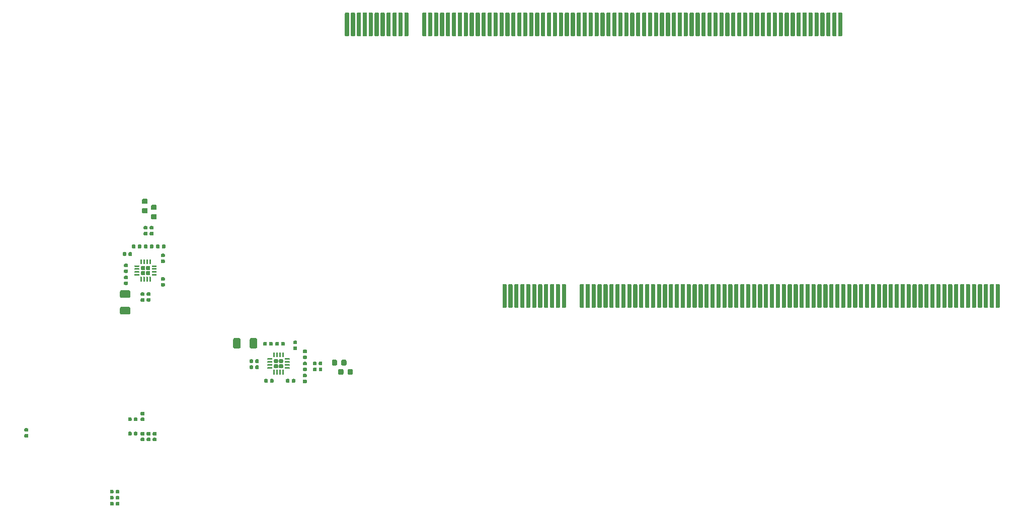
<source format=gbr>
G04 #@! TF.GenerationSoftware,KiCad,Pcbnew,5.99.0-unknown-128ec78~100~ubuntu18.04.1*
G04 #@! TF.CreationDate,2020-01-29T23:00:07+01:00*
G04 #@! TF.ProjectId,fab_v2,6661625f-7632-42e6-9b69-6361645f7063,rev?*
G04 #@! TF.SameCoordinates,PX251ced8PY3683460*
G04 #@! TF.FileFunction,Paste,Bot*
G04 #@! TF.FilePolarity,Positive*
%FSLAX46Y46*%
G04 Gerber Fmt 4.6, Leading zero omitted, Abs format (unit mm)*
G04 Created by KiCad (PCBNEW 5.99.0-unknown-128ec78~100~ubuntu18.04.1) date 2020-01-29 23:00:07*
%MOMM*%
%LPD*%
G04 APERTURE LIST*
G04 APERTURE END LIST*
G36*
X178948770Y-47187321D02*
G01*
X179005544Y-47225256D01*
X179043479Y-47282030D01*
X179056800Y-47349000D01*
X179056800Y-50999000D01*
X179043479Y-51065970D01*
X179005544Y-51122744D01*
X178948770Y-51160679D01*
X178881800Y-51174000D01*
X178531800Y-51174000D01*
X178464830Y-51160679D01*
X178408056Y-51122744D01*
X178370121Y-51065970D01*
X178356800Y-50999000D01*
X178356800Y-47349000D01*
X178370121Y-47282030D01*
X178408056Y-47225256D01*
X178464830Y-47187321D01*
X178531800Y-47174000D01*
X178881800Y-47174000D01*
X178948770Y-47187321D01*
G37*
G36*
X177948770Y-47187321D02*
G01*
X178005544Y-47225256D01*
X178043479Y-47282030D01*
X178056800Y-47349000D01*
X178056800Y-50999000D01*
X178043479Y-51065970D01*
X178005544Y-51122744D01*
X177948770Y-51160679D01*
X177881800Y-51174000D01*
X177531800Y-51174000D01*
X177464830Y-51160679D01*
X177408056Y-51122744D01*
X177370121Y-51065970D01*
X177356800Y-50999000D01*
X177356800Y-47349000D01*
X177370121Y-47282030D01*
X177408056Y-47225256D01*
X177464830Y-47187321D01*
X177531800Y-47174000D01*
X177881800Y-47174000D01*
X177948770Y-47187321D01*
G37*
G36*
X176948770Y-47187321D02*
G01*
X177005544Y-47225256D01*
X177043479Y-47282030D01*
X177056800Y-47349000D01*
X177056800Y-50999000D01*
X177043479Y-51065970D01*
X177005544Y-51122744D01*
X176948770Y-51160679D01*
X176881800Y-51174000D01*
X176531800Y-51174000D01*
X176464830Y-51160679D01*
X176408056Y-51122744D01*
X176370121Y-51065970D01*
X176356800Y-50999000D01*
X176356800Y-47349000D01*
X176370121Y-47282030D01*
X176408056Y-47225256D01*
X176464830Y-47187321D01*
X176531800Y-47174000D01*
X176881800Y-47174000D01*
X176948770Y-47187321D01*
G37*
G36*
X175948770Y-47187321D02*
G01*
X176005544Y-47225256D01*
X176043479Y-47282030D01*
X176056800Y-47349000D01*
X176056800Y-50999000D01*
X176043479Y-51065970D01*
X176005544Y-51122744D01*
X175948770Y-51160679D01*
X175881800Y-51174000D01*
X175531800Y-51174000D01*
X175464830Y-51160679D01*
X175408056Y-51122744D01*
X175370121Y-51065970D01*
X175356800Y-50999000D01*
X175356800Y-47349000D01*
X175370121Y-47282030D01*
X175408056Y-47225256D01*
X175464830Y-47187321D01*
X175531800Y-47174000D01*
X175881800Y-47174000D01*
X175948770Y-47187321D01*
G37*
G36*
X174948770Y-47187321D02*
G01*
X175005544Y-47225256D01*
X175043479Y-47282030D01*
X175056800Y-47349000D01*
X175056800Y-50999000D01*
X175043479Y-51065970D01*
X175005544Y-51122744D01*
X174948770Y-51160679D01*
X174881800Y-51174000D01*
X174531800Y-51174000D01*
X174464830Y-51160679D01*
X174408056Y-51122744D01*
X174370121Y-51065970D01*
X174356800Y-50999000D01*
X174356800Y-47349000D01*
X174370121Y-47282030D01*
X174408056Y-47225256D01*
X174464830Y-47187321D01*
X174531800Y-47174000D01*
X174881800Y-47174000D01*
X174948770Y-47187321D01*
G37*
G36*
X173948770Y-47187321D02*
G01*
X174005544Y-47225256D01*
X174043479Y-47282030D01*
X174056800Y-47349000D01*
X174056800Y-50999000D01*
X174043479Y-51065970D01*
X174005544Y-51122744D01*
X173948770Y-51160679D01*
X173881800Y-51174000D01*
X173531800Y-51174000D01*
X173464830Y-51160679D01*
X173408056Y-51122744D01*
X173370121Y-51065970D01*
X173356800Y-50999000D01*
X173356800Y-47349000D01*
X173370121Y-47282030D01*
X173408056Y-47225256D01*
X173464830Y-47187321D01*
X173531800Y-47174000D01*
X173881800Y-47174000D01*
X173948770Y-47187321D01*
G37*
G36*
X172948770Y-47187321D02*
G01*
X173005544Y-47225256D01*
X173043479Y-47282030D01*
X173056800Y-47349000D01*
X173056800Y-50999000D01*
X173043479Y-51065970D01*
X173005544Y-51122744D01*
X172948770Y-51160679D01*
X172881800Y-51174000D01*
X172531800Y-51174000D01*
X172464830Y-51160679D01*
X172408056Y-51122744D01*
X172370121Y-51065970D01*
X172356800Y-50999000D01*
X172356800Y-47349000D01*
X172370121Y-47282030D01*
X172408056Y-47225256D01*
X172464830Y-47187321D01*
X172531800Y-47174000D01*
X172881800Y-47174000D01*
X172948770Y-47187321D01*
G37*
G36*
X171948770Y-47187321D02*
G01*
X172005544Y-47225256D01*
X172043479Y-47282030D01*
X172056800Y-47349000D01*
X172056800Y-50999000D01*
X172043479Y-51065970D01*
X172005544Y-51122744D01*
X171948770Y-51160679D01*
X171881800Y-51174000D01*
X171531800Y-51174000D01*
X171464830Y-51160679D01*
X171408056Y-51122744D01*
X171370121Y-51065970D01*
X171356800Y-50999000D01*
X171356800Y-47349000D01*
X171370121Y-47282030D01*
X171408056Y-47225256D01*
X171464830Y-47187321D01*
X171531800Y-47174000D01*
X171881800Y-47174000D01*
X171948770Y-47187321D01*
G37*
G36*
X170948770Y-47187321D02*
G01*
X171005544Y-47225256D01*
X171043479Y-47282030D01*
X171056800Y-47349000D01*
X171056800Y-50999000D01*
X171043479Y-51065970D01*
X171005544Y-51122744D01*
X170948770Y-51160679D01*
X170881800Y-51174000D01*
X170531800Y-51174000D01*
X170464830Y-51160679D01*
X170408056Y-51122744D01*
X170370121Y-51065970D01*
X170356800Y-50999000D01*
X170356800Y-47349000D01*
X170370121Y-47282030D01*
X170408056Y-47225256D01*
X170464830Y-47187321D01*
X170531800Y-47174000D01*
X170881800Y-47174000D01*
X170948770Y-47187321D01*
G37*
G36*
X169948770Y-47187321D02*
G01*
X170005544Y-47225256D01*
X170043479Y-47282030D01*
X170056800Y-47349000D01*
X170056800Y-50999000D01*
X170043479Y-51065970D01*
X170005544Y-51122744D01*
X169948770Y-51160679D01*
X169881800Y-51174000D01*
X169531800Y-51174000D01*
X169464830Y-51160679D01*
X169408056Y-51122744D01*
X169370121Y-51065970D01*
X169356800Y-50999000D01*
X169356800Y-47349000D01*
X169370121Y-47282030D01*
X169408056Y-47225256D01*
X169464830Y-47187321D01*
X169531800Y-47174000D01*
X169881800Y-47174000D01*
X169948770Y-47187321D01*
G37*
G36*
X168948770Y-47187321D02*
G01*
X169005544Y-47225256D01*
X169043479Y-47282030D01*
X169056800Y-47349000D01*
X169056800Y-50999000D01*
X169043479Y-51065970D01*
X169005544Y-51122744D01*
X168948770Y-51160679D01*
X168881800Y-51174000D01*
X168531800Y-51174000D01*
X168464830Y-51160679D01*
X168408056Y-51122744D01*
X168370121Y-51065970D01*
X168356800Y-50999000D01*
X168356800Y-47349000D01*
X168370121Y-47282030D01*
X168408056Y-47225256D01*
X168464830Y-47187321D01*
X168531800Y-47174000D01*
X168881800Y-47174000D01*
X168948770Y-47187321D01*
G37*
G36*
X167948770Y-47187321D02*
G01*
X168005544Y-47225256D01*
X168043479Y-47282030D01*
X168056800Y-47349000D01*
X168056800Y-50999000D01*
X168043479Y-51065970D01*
X168005544Y-51122744D01*
X167948770Y-51160679D01*
X167881800Y-51174000D01*
X167531800Y-51174000D01*
X167464830Y-51160679D01*
X167408056Y-51122744D01*
X167370121Y-51065970D01*
X167356800Y-50999000D01*
X167356800Y-47349000D01*
X167370121Y-47282030D01*
X167408056Y-47225256D01*
X167464830Y-47187321D01*
X167531800Y-47174000D01*
X167881800Y-47174000D01*
X167948770Y-47187321D01*
G37*
G36*
X166948770Y-47187321D02*
G01*
X167005544Y-47225256D01*
X167043479Y-47282030D01*
X167056800Y-47349000D01*
X167056800Y-50999000D01*
X167043479Y-51065970D01*
X167005544Y-51122744D01*
X166948770Y-51160679D01*
X166881800Y-51174000D01*
X166531800Y-51174000D01*
X166464830Y-51160679D01*
X166408056Y-51122744D01*
X166370121Y-51065970D01*
X166356800Y-50999000D01*
X166356800Y-47349000D01*
X166370121Y-47282030D01*
X166408056Y-47225256D01*
X166464830Y-47187321D01*
X166531800Y-47174000D01*
X166881800Y-47174000D01*
X166948770Y-47187321D01*
G37*
G36*
X165948770Y-47187321D02*
G01*
X166005544Y-47225256D01*
X166043479Y-47282030D01*
X166056800Y-47349000D01*
X166056800Y-50999000D01*
X166043479Y-51065970D01*
X166005544Y-51122744D01*
X165948770Y-51160679D01*
X165881800Y-51174000D01*
X165531800Y-51174000D01*
X165464830Y-51160679D01*
X165408056Y-51122744D01*
X165370121Y-51065970D01*
X165356800Y-50999000D01*
X165356800Y-47349000D01*
X165370121Y-47282030D01*
X165408056Y-47225256D01*
X165464830Y-47187321D01*
X165531800Y-47174000D01*
X165881800Y-47174000D01*
X165948770Y-47187321D01*
G37*
G36*
X164948770Y-47187321D02*
G01*
X165005544Y-47225256D01*
X165043479Y-47282030D01*
X165056800Y-47349000D01*
X165056800Y-50999000D01*
X165043479Y-51065970D01*
X165005544Y-51122744D01*
X164948770Y-51160679D01*
X164881800Y-51174000D01*
X164531800Y-51174000D01*
X164464830Y-51160679D01*
X164408056Y-51122744D01*
X164370121Y-51065970D01*
X164356800Y-50999000D01*
X164356800Y-47349000D01*
X164370121Y-47282030D01*
X164408056Y-47225256D01*
X164464830Y-47187321D01*
X164531800Y-47174000D01*
X164881800Y-47174000D01*
X164948770Y-47187321D01*
G37*
G36*
X163948770Y-47187321D02*
G01*
X164005544Y-47225256D01*
X164043479Y-47282030D01*
X164056800Y-47349000D01*
X164056800Y-50999000D01*
X164043479Y-51065970D01*
X164005544Y-51122744D01*
X163948770Y-51160679D01*
X163881800Y-51174000D01*
X163531800Y-51174000D01*
X163464830Y-51160679D01*
X163408056Y-51122744D01*
X163370121Y-51065970D01*
X163356800Y-50999000D01*
X163356800Y-47349000D01*
X163370121Y-47282030D01*
X163408056Y-47225256D01*
X163464830Y-47187321D01*
X163531800Y-47174000D01*
X163881800Y-47174000D01*
X163948770Y-47187321D01*
G37*
G36*
X162948770Y-47187321D02*
G01*
X163005544Y-47225256D01*
X163043479Y-47282030D01*
X163056800Y-47349000D01*
X163056800Y-50999000D01*
X163043479Y-51065970D01*
X163005544Y-51122744D01*
X162948770Y-51160679D01*
X162881800Y-51174000D01*
X162531800Y-51174000D01*
X162464830Y-51160679D01*
X162408056Y-51122744D01*
X162370121Y-51065970D01*
X162356800Y-50999000D01*
X162356800Y-47349000D01*
X162370121Y-47282030D01*
X162408056Y-47225256D01*
X162464830Y-47187321D01*
X162531800Y-47174000D01*
X162881800Y-47174000D01*
X162948770Y-47187321D01*
G37*
G36*
X161948770Y-47187321D02*
G01*
X162005544Y-47225256D01*
X162043479Y-47282030D01*
X162056800Y-47349000D01*
X162056800Y-50999000D01*
X162043479Y-51065970D01*
X162005544Y-51122744D01*
X161948770Y-51160679D01*
X161881800Y-51174000D01*
X161531800Y-51174000D01*
X161464830Y-51160679D01*
X161408056Y-51122744D01*
X161370121Y-51065970D01*
X161356800Y-50999000D01*
X161356800Y-47349000D01*
X161370121Y-47282030D01*
X161408056Y-47225256D01*
X161464830Y-47187321D01*
X161531800Y-47174000D01*
X161881800Y-47174000D01*
X161948770Y-47187321D01*
G37*
G36*
X160948770Y-47187321D02*
G01*
X161005544Y-47225256D01*
X161043479Y-47282030D01*
X161056800Y-47349000D01*
X161056800Y-50999000D01*
X161043479Y-51065970D01*
X161005544Y-51122744D01*
X160948770Y-51160679D01*
X160881800Y-51174000D01*
X160531800Y-51174000D01*
X160464830Y-51160679D01*
X160408056Y-51122744D01*
X160370121Y-51065970D01*
X160356800Y-50999000D01*
X160356800Y-47349000D01*
X160370121Y-47282030D01*
X160408056Y-47225256D01*
X160464830Y-47187321D01*
X160531800Y-47174000D01*
X160881800Y-47174000D01*
X160948770Y-47187321D01*
G37*
G36*
X159948770Y-47187321D02*
G01*
X160005544Y-47225256D01*
X160043479Y-47282030D01*
X160056800Y-47349000D01*
X160056800Y-50999000D01*
X160043479Y-51065970D01*
X160005544Y-51122744D01*
X159948770Y-51160679D01*
X159881800Y-51174000D01*
X159531800Y-51174000D01*
X159464830Y-51160679D01*
X159408056Y-51122744D01*
X159370121Y-51065970D01*
X159356800Y-50999000D01*
X159356800Y-47349000D01*
X159370121Y-47282030D01*
X159408056Y-47225256D01*
X159464830Y-47187321D01*
X159531800Y-47174000D01*
X159881800Y-47174000D01*
X159948770Y-47187321D01*
G37*
G36*
X158948770Y-47187321D02*
G01*
X159005544Y-47225256D01*
X159043479Y-47282030D01*
X159056800Y-47349000D01*
X159056800Y-50999000D01*
X159043479Y-51065970D01*
X159005544Y-51122744D01*
X158948770Y-51160679D01*
X158881800Y-51174000D01*
X158531800Y-51174000D01*
X158464830Y-51160679D01*
X158408056Y-51122744D01*
X158370121Y-51065970D01*
X158356800Y-50999000D01*
X158356800Y-47349000D01*
X158370121Y-47282030D01*
X158408056Y-47225256D01*
X158464830Y-47187321D01*
X158531800Y-47174000D01*
X158881800Y-47174000D01*
X158948770Y-47187321D01*
G37*
G36*
X157948770Y-47187321D02*
G01*
X158005544Y-47225256D01*
X158043479Y-47282030D01*
X158056800Y-47349000D01*
X158056800Y-50999000D01*
X158043479Y-51065970D01*
X158005544Y-51122744D01*
X157948770Y-51160679D01*
X157881800Y-51174000D01*
X157531800Y-51174000D01*
X157464830Y-51160679D01*
X157408056Y-51122744D01*
X157370121Y-51065970D01*
X157356800Y-50999000D01*
X157356800Y-47349000D01*
X157370121Y-47282030D01*
X157408056Y-47225256D01*
X157464830Y-47187321D01*
X157531800Y-47174000D01*
X157881800Y-47174000D01*
X157948770Y-47187321D01*
G37*
G36*
X156948770Y-47187321D02*
G01*
X157005544Y-47225256D01*
X157043479Y-47282030D01*
X157056800Y-47349000D01*
X157056800Y-50999000D01*
X157043479Y-51065970D01*
X157005544Y-51122744D01*
X156948770Y-51160679D01*
X156881800Y-51174000D01*
X156531800Y-51174000D01*
X156464830Y-51160679D01*
X156408056Y-51122744D01*
X156370121Y-51065970D01*
X156356800Y-50999000D01*
X156356800Y-47349000D01*
X156370121Y-47282030D01*
X156408056Y-47225256D01*
X156464830Y-47187321D01*
X156531800Y-47174000D01*
X156881800Y-47174000D01*
X156948770Y-47187321D01*
G37*
G36*
X155948770Y-47187321D02*
G01*
X156005544Y-47225256D01*
X156043479Y-47282030D01*
X156056800Y-47349000D01*
X156056800Y-50999000D01*
X156043479Y-51065970D01*
X156005544Y-51122744D01*
X155948770Y-51160679D01*
X155881800Y-51174000D01*
X155531800Y-51174000D01*
X155464830Y-51160679D01*
X155408056Y-51122744D01*
X155370121Y-51065970D01*
X155356800Y-50999000D01*
X155356800Y-47349000D01*
X155370121Y-47282030D01*
X155408056Y-47225256D01*
X155464830Y-47187321D01*
X155531800Y-47174000D01*
X155881800Y-47174000D01*
X155948770Y-47187321D01*
G37*
G36*
X154948770Y-47187321D02*
G01*
X155005544Y-47225256D01*
X155043479Y-47282030D01*
X155056800Y-47349000D01*
X155056800Y-50999000D01*
X155043479Y-51065970D01*
X155005544Y-51122744D01*
X154948770Y-51160679D01*
X154881800Y-51174000D01*
X154531800Y-51174000D01*
X154464830Y-51160679D01*
X154408056Y-51122744D01*
X154370121Y-51065970D01*
X154356800Y-50999000D01*
X154356800Y-47349000D01*
X154370121Y-47282030D01*
X154408056Y-47225256D01*
X154464830Y-47187321D01*
X154531800Y-47174000D01*
X154881800Y-47174000D01*
X154948770Y-47187321D01*
G37*
G36*
X153948770Y-47187321D02*
G01*
X154005544Y-47225256D01*
X154043479Y-47282030D01*
X154056800Y-47349000D01*
X154056800Y-50999000D01*
X154043479Y-51065970D01*
X154005544Y-51122744D01*
X153948770Y-51160679D01*
X153881800Y-51174000D01*
X153531800Y-51174000D01*
X153464830Y-51160679D01*
X153408056Y-51122744D01*
X153370121Y-51065970D01*
X153356800Y-50999000D01*
X153356800Y-47349000D01*
X153370121Y-47282030D01*
X153408056Y-47225256D01*
X153464830Y-47187321D01*
X153531800Y-47174000D01*
X153881800Y-47174000D01*
X153948770Y-47187321D01*
G37*
G36*
X152948770Y-47187321D02*
G01*
X153005544Y-47225256D01*
X153043479Y-47282030D01*
X153056800Y-47349000D01*
X153056800Y-50999000D01*
X153043479Y-51065970D01*
X153005544Y-51122744D01*
X152948770Y-51160679D01*
X152881800Y-51174000D01*
X152531800Y-51174000D01*
X152464830Y-51160679D01*
X152408056Y-51122744D01*
X152370121Y-51065970D01*
X152356800Y-50999000D01*
X152356800Y-47349000D01*
X152370121Y-47282030D01*
X152408056Y-47225256D01*
X152464830Y-47187321D01*
X152531800Y-47174000D01*
X152881800Y-47174000D01*
X152948770Y-47187321D01*
G37*
G36*
X151948770Y-47187321D02*
G01*
X152005544Y-47225256D01*
X152043479Y-47282030D01*
X152056800Y-47349000D01*
X152056800Y-50999000D01*
X152043479Y-51065970D01*
X152005544Y-51122744D01*
X151948770Y-51160679D01*
X151881800Y-51174000D01*
X151531800Y-51174000D01*
X151464830Y-51160679D01*
X151408056Y-51122744D01*
X151370121Y-51065970D01*
X151356800Y-50999000D01*
X151356800Y-47349000D01*
X151370121Y-47282030D01*
X151408056Y-47225256D01*
X151464830Y-47187321D01*
X151531800Y-47174000D01*
X151881800Y-47174000D01*
X151948770Y-47187321D01*
G37*
G36*
X150948770Y-47187321D02*
G01*
X151005544Y-47225256D01*
X151043479Y-47282030D01*
X151056800Y-47349000D01*
X151056800Y-50999000D01*
X151043479Y-51065970D01*
X151005544Y-51122744D01*
X150948770Y-51160679D01*
X150881800Y-51174000D01*
X150531800Y-51174000D01*
X150464830Y-51160679D01*
X150408056Y-51122744D01*
X150370121Y-51065970D01*
X150356800Y-50999000D01*
X150356800Y-47349000D01*
X150370121Y-47282030D01*
X150408056Y-47225256D01*
X150464830Y-47187321D01*
X150531800Y-47174000D01*
X150881800Y-47174000D01*
X150948770Y-47187321D01*
G37*
G36*
X149948770Y-47187321D02*
G01*
X150005544Y-47225256D01*
X150043479Y-47282030D01*
X150056800Y-47349000D01*
X150056800Y-50999000D01*
X150043479Y-51065970D01*
X150005544Y-51122744D01*
X149948770Y-51160679D01*
X149881800Y-51174000D01*
X149531800Y-51174000D01*
X149464830Y-51160679D01*
X149408056Y-51122744D01*
X149370121Y-51065970D01*
X149356800Y-50999000D01*
X149356800Y-47349000D01*
X149370121Y-47282030D01*
X149408056Y-47225256D01*
X149464830Y-47187321D01*
X149531800Y-47174000D01*
X149881800Y-47174000D01*
X149948770Y-47187321D01*
G37*
G36*
X148948770Y-47187321D02*
G01*
X149005544Y-47225256D01*
X149043479Y-47282030D01*
X149056800Y-47349000D01*
X149056800Y-50999000D01*
X149043479Y-51065970D01*
X149005544Y-51122744D01*
X148948770Y-51160679D01*
X148881800Y-51174000D01*
X148531800Y-51174000D01*
X148464830Y-51160679D01*
X148408056Y-51122744D01*
X148370121Y-51065970D01*
X148356800Y-50999000D01*
X148356800Y-47349000D01*
X148370121Y-47282030D01*
X148408056Y-47225256D01*
X148464830Y-47187321D01*
X148531800Y-47174000D01*
X148881800Y-47174000D01*
X148948770Y-47187321D01*
G37*
G36*
X147948770Y-47187321D02*
G01*
X148005544Y-47225256D01*
X148043479Y-47282030D01*
X148056800Y-47349000D01*
X148056800Y-50999000D01*
X148043479Y-51065970D01*
X148005544Y-51122744D01*
X147948770Y-51160679D01*
X147881800Y-51174000D01*
X147531800Y-51174000D01*
X147464830Y-51160679D01*
X147408056Y-51122744D01*
X147370121Y-51065970D01*
X147356800Y-50999000D01*
X147356800Y-47349000D01*
X147370121Y-47282030D01*
X147408056Y-47225256D01*
X147464830Y-47187321D01*
X147531800Y-47174000D01*
X147881800Y-47174000D01*
X147948770Y-47187321D01*
G37*
G36*
X146948770Y-47187321D02*
G01*
X147005544Y-47225256D01*
X147043479Y-47282030D01*
X147056800Y-47349000D01*
X147056800Y-50999000D01*
X147043479Y-51065970D01*
X147005544Y-51122744D01*
X146948770Y-51160679D01*
X146881800Y-51174000D01*
X146531800Y-51174000D01*
X146464830Y-51160679D01*
X146408056Y-51122744D01*
X146370121Y-51065970D01*
X146356800Y-50999000D01*
X146356800Y-47349000D01*
X146370121Y-47282030D01*
X146408056Y-47225256D01*
X146464830Y-47187321D01*
X146531800Y-47174000D01*
X146881800Y-47174000D01*
X146948770Y-47187321D01*
G37*
G36*
X145948770Y-47187321D02*
G01*
X146005544Y-47225256D01*
X146043479Y-47282030D01*
X146056800Y-47349000D01*
X146056800Y-50999000D01*
X146043479Y-51065970D01*
X146005544Y-51122744D01*
X145948770Y-51160679D01*
X145881800Y-51174000D01*
X145531800Y-51174000D01*
X145464830Y-51160679D01*
X145408056Y-51122744D01*
X145370121Y-51065970D01*
X145356800Y-50999000D01*
X145356800Y-47349000D01*
X145370121Y-47282030D01*
X145408056Y-47225256D01*
X145464830Y-47187321D01*
X145531800Y-47174000D01*
X145881800Y-47174000D01*
X145948770Y-47187321D01*
G37*
G36*
X144948770Y-47187321D02*
G01*
X145005544Y-47225256D01*
X145043479Y-47282030D01*
X145056800Y-47349000D01*
X145056800Y-50999000D01*
X145043479Y-51065970D01*
X145005544Y-51122744D01*
X144948770Y-51160679D01*
X144881800Y-51174000D01*
X144531800Y-51174000D01*
X144464830Y-51160679D01*
X144408056Y-51122744D01*
X144370121Y-51065970D01*
X144356800Y-50999000D01*
X144356800Y-47349000D01*
X144370121Y-47282030D01*
X144408056Y-47225256D01*
X144464830Y-47187321D01*
X144531800Y-47174000D01*
X144881800Y-47174000D01*
X144948770Y-47187321D01*
G37*
G36*
X143948770Y-47187321D02*
G01*
X144005544Y-47225256D01*
X144043479Y-47282030D01*
X144056800Y-47349000D01*
X144056800Y-50999000D01*
X144043479Y-51065970D01*
X144005544Y-51122744D01*
X143948770Y-51160679D01*
X143881800Y-51174000D01*
X143531800Y-51174000D01*
X143464830Y-51160679D01*
X143408056Y-51122744D01*
X143370121Y-51065970D01*
X143356800Y-50999000D01*
X143356800Y-47349000D01*
X143370121Y-47282030D01*
X143408056Y-47225256D01*
X143464830Y-47187321D01*
X143531800Y-47174000D01*
X143881800Y-47174000D01*
X143948770Y-47187321D01*
G37*
G36*
X142948770Y-47187321D02*
G01*
X143005544Y-47225256D01*
X143043479Y-47282030D01*
X143056800Y-47349000D01*
X143056800Y-50999000D01*
X143043479Y-51065970D01*
X143005544Y-51122744D01*
X142948770Y-51160679D01*
X142881800Y-51174000D01*
X142531800Y-51174000D01*
X142464830Y-51160679D01*
X142408056Y-51122744D01*
X142370121Y-51065970D01*
X142356800Y-50999000D01*
X142356800Y-47349000D01*
X142370121Y-47282030D01*
X142408056Y-47225256D01*
X142464830Y-47187321D01*
X142531800Y-47174000D01*
X142881800Y-47174000D01*
X142948770Y-47187321D01*
G37*
G36*
X141948770Y-47187321D02*
G01*
X142005544Y-47225256D01*
X142043479Y-47282030D01*
X142056800Y-47349000D01*
X142056800Y-50999000D01*
X142043479Y-51065970D01*
X142005544Y-51122744D01*
X141948770Y-51160679D01*
X141881800Y-51174000D01*
X141531800Y-51174000D01*
X141464830Y-51160679D01*
X141408056Y-51122744D01*
X141370121Y-51065970D01*
X141356800Y-50999000D01*
X141356800Y-47349000D01*
X141370121Y-47282030D01*
X141408056Y-47225256D01*
X141464830Y-47187321D01*
X141531800Y-47174000D01*
X141881800Y-47174000D01*
X141948770Y-47187321D01*
G37*
G36*
X140948770Y-47187321D02*
G01*
X141005544Y-47225256D01*
X141043479Y-47282030D01*
X141056800Y-47349000D01*
X141056800Y-50999000D01*
X141043479Y-51065970D01*
X141005544Y-51122744D01*
X140948770Y-51160679D01*
X140881800Y-51174000D01*
X140531800Y-51174000D01*
X140464830Y-51160679D01*
X140408056Y-51122744D01*
X140370121Y-51065970D01*
X140356800Y-50999000D01*
X140356800Y-47349000D01*
X140370121Y-47282030D01*
X140408056Y-47225256D01*
X140464830Y-47187321D01*
X140531800Y-47174000D01*
X140881800Y-47174000D01*
X140948770Y-47187321D01*
G37*
G36*
X139948770Y-47187321D02*
G01*
X140005544Y-47225256D01*
X140043479Y-47282030D01*
X140056800Y-47349000D01*
X140056800Y-50999000D01*
X140043479Y-51065970D01*
X140005544Y-51122744D01*
X139948770Y-51160679D01*
X139881800Y-51174000D01*
X139531800Y-51174000D01*
X139464830Y-51160679D01*
X139408056Y-51122744D01*
X139370121Y-51065970D01*
X139356800Y-50999000D01*
X139356800Y-47349000D01*
X139370121Y-47282030D01*
X139408056Y-47225256D01*
X139464830Y-47187321D01*
X139531800Y-47174000D01*
X139881800Y-47174000D01*
X139948770Y-47187321D01*
G37*
G36*
X138948770Y-47187321D02*
G01*
X139005544Y-47225256D01*
X139043479Y-47282030D01*
X139056800Y-47349000D01*
X139056800Y-50999000D01*
X139043479Y-51065970D01*
X139005544Y-51122744D01*
X138948770Y-51160679D01*
X138881800Y-51174000D01*
X138531800Y-51174000D01*
X138464830Y-51160679D01*
X138408056Y-51122744D01*
X138370121Y-51065970D01*
X138356800Y-50999000D01*
X138356800Y-47349000D01*
X138370121Y-47282030D01*
X138408056Y-47225256D01*
X138464830Y-47187321D01*
X138531800Y-47174000D01*
X138881800Y-47174000D01*
X138948770Y-47187321D01*
G37*
G36*
X137948770Y-47187321D02*
G01*
X138005544Y-47225256D01*
X138043479Y-47282030D01*
X138056800Y-47349000D01*
X138056800Y-50999000D01*
X138043479Y-51065970D01*
X138005544Y-51122744D01*
X137948770Y-51160679D01*
X137881800Y-51174000D01*
X137531800Y-51174000D01*
X137464830Y-51160679D01*
X137408056Y-51122744D01*
X137370121Y-51065970D01*
X137356800Y-50999000D01*
X137356800Y-47349000D01*
X137370121Y-47282030D01*
X137408056Y-47225256D01*
X137464830Y-47187321D01*
X137531800Y-47174000D01*
X137881800Y-47174000D01*
X137948770Y-47187321D01*
G37*
G36*
X136948770Y-47187321D02*
G01*
X137005544Y-47225256D01*
X137043479Y-47282030D01*
X137056800Y-47349000D01*
X137056800Y-50999000D01*
X137043479Y-51065970D01*
X137005544Y-51122744D01*
X136948770Y-51160679D01*
X136881800Y-51174000D01*
X136531800Y-51174000D01*
X136464830Y-51160679D01*
X136408056Y-51122744D01*
X136370121Y-51065970D01*
X136356800Y-50999000D01*
X136356800Y-47349000D01*
X136370121Y-47282030D01*
X136408056Y-47225256D01*
X136464830Y-47187321D01*
X136531800Y-47174000D01*
X136881800Y-47174000D01*
X136948770Y-47187321D01*
G37*
G36*
X135948770Y-47187321D02*
G01*
X136005544Y-47225256D01*
X136043479Y-47282030D01*
X136056800Y-47349000D01*
X136056800Y-50999000D01*
X136043479Y-51065970D01*
X136005544Y-51122744D01*
X135948770Y-51160679D01*
X135881800Y-51174000D01*
X135531800Y-51174000D01*
X135464830Y-51160679D01*
X135408056Y-51122744D01*
X135370121Y-51065970D01*
X135356800Y-50999000D01*
X135356800Y-47349000D01*
X135370121Y-47282030D01*
X135408056Y-47225256D01*
X135464830Y-47187321D01*
X135531800Y-47174000D01*
X135881800Y-47174000D01*
X135948770Y-47187321D01*
G37*
G36*
X134948770Y-47187321D02*
G01*
X135005544Y-47225256D01*
X135043479Y-47282030D01*
X135056800Y-47349000D01*
X135056800Y-50999000D01*
X135043479Y-51065970D01*
X135005544Y-51122744D01*
X134948770Y-51160679D01*
X134881800Y-51174000D01*
X134531800Y-51174000D01*
X134464830Y-51160679D01*
X134408056Y-51122744D01*
X134370121Y-51065970D01*
X134356800Y-50999000D01*
X134356800Y-47349000D01*
X134370121Y-47282030D01*
X134408056Y-47225256D01*
X134464830Y-47187321D01*
X134531800Y-47174000D01*
X134881800Y-47174000D01*
X134948770Y-47187321D01*
G37*
G36*
X133948770Y-47187321D02*
G01*
X134005544Y-47225256D01*
X134043479Y-47282030D01*
X134056800Y-47349000D01*
X134056800Y-50999000D01*
X134043479Y-51065970D01*
X134005544Y-51122744D01*
X133948770Y-51160679D01*
X133881800Y-51174000D01*
X133531800Y-51174000D01*
X133464830Y-51160679D01*
X133408056Y-51122744D01*
X133370121Y-51065970D01*
X133356800Y-50999000D01*
X133356800Y-47349000D01*
X133370121Y-47282030D01*
X133408056Y-47225256D01*
X133464830Y-47187321D01*
X133531800Y-47174000D01*
X133881800Y-47174000D01*
X133948770Y-47187321D01*
G37*
G36*
X132948770Y-47187321D02*
G01*
X133005544Y-47225256D01*
X133043479Y-47282030D01*
X133056800Y-47349000D01*
X133056800Y-50999000D01*
X133043479Y-51065970D01*
X133005544Y-51122744D01*
X132948770Y-51160679D01*
X132881800Y-51174000D01*
X132531800Y-51174000D01*
X132464830Y-51160679D01*
X132408056Y-51122744D01*
X132370121Y-51065970D01*
X132356800Y-50999000D01*
X132356800Y-47349000D01*
X132370121Y-47282030D01*
X132408056Y-47225256D01*
X132464830Y-47187321D01*
X132531800Y-47174000D01*
X132881800Y-47174000D01*
X132948770Y-47187321D01*
G37*
G36*
X131948770Y-47187321D02*
G01*
X132005544Y-47225256D01*
X132043479Y-47282030D01*
X132056800Y-47349000D01*
X132056800Y-50999000D01*
X132043479Y-51065970D01*
X132005544Y-51122744D01*
X131948770Y-51160679D01*
X131881800Y-51174000D01*
X131531800Y-51174000D01*
X131464830Y-51160679D01*
X131408056Y-51122744D01*
X131370121Y-51065970D01*
X131356800Y-50999000D01*
X131356800Y-47349000D01*
X131370121Y-47282030D01*
X131408056Y-47225256D01*
X131464830Y-47187321D01*
X131531800Y-47174000D01*
X131881800Y-47174000D01*
X131948770Y-47187321D01*
G37*
G36*
X130948770Y-47187321D02*
G01*
X131005544Y-47225256D01*
X131043479Y-47282030D01*
X131056800Y-47349000D01*
X131056800Y-50999000D01*
X131043479Y-51065970D01*
X131005544Y-51122744D01*
X130948770Y-51160679D01*
X130881800Y-51174000D01*
X130531800Y-51174000D01*
X130464830Y-51160679D01*
X130408056Y-51122744D01*
X130370121Y-51065970D01*
X130356800Y-50999000D01*
X130356800Y-47349000D01*
X130370121Y-47282030D01*
X130408056Y-47225256D01*
X130464830Y-47187321D01*
X130531800Y-47174000D01*
X130881800Y-47174000D01*
X130948770Y-47187321D01*
G37*
G36*
X129948770Y-47187321D02*
G01*
X130005544Y-47225256D01*
X130043479Y-47282030D01*
X130056800Y-47349000D01*
X130056800Y-50999000D01*
X130043479Y-51065970D01*
X130005544Y-51122744D01*
X129948770Y-51160679D01*
X129881800Y-51174000D01*
X129531800Y-51174000D01*
X129464830Y-51160679D01*
X129408056Y-51122744D01*
X129370121Y-51065970D01*
X129356800Y-50999000D01*
X129356800Y-47349000D01*
X129370121Y-47282030D01*
X129408056Y-47225256D01*
X129464830Y-47187321D01*
X129531800Y-47174000D01*
X129881800Y-47174000D01*
X129948770Y-47187321D01*
G37*
G36*
X128948770Y-47187321D02*
G01*
X129005544Y-47225256D01*
X129043479Y-47282030D01*
X129056800Y-47349000D01*
X129056800Y-50999000D01*
X129043479Y-51065970D01*
X129005544Y-51122744D01*
X128948770Y-51160679D01*
X128881800Y-51174000D01*
X128531800Y-51174000D01*
X128464830Y-51160679D01*
X128408056Y-51122744D01*
X128370121Y-51065970D01*
X128356800Y-50999000D01*
X128356800Y-47349000D01*
X128370121Y-47282030D01*
X128408056Y-47225256D01*
X128464830Y-47187321D01*
X128531800Y-47174000D01*
X128881800Y-47174000D01*
X128948770Y-47187321D01*
G37*
G36*
X127948770Y-47187321D02*
G01*
X128005544Y-47225256D01*
X128043479Y-47282030D01*
X128056800Y-47349000D01*
X128056800Y-50999000D01*
X128043479Y-51065970D01*
X128005544Y-51122744D01*
X127948770Y-51160679D01*
X127881800Y-51174000D01*
X127531800Y-51174000D01*
X127464830Y-51160679D01*
X127408056Y-51122744D01*
X127370121Y-51065970D01*
X127356800Y-50999000D01*
X127356800Y-47349000D01*
X127370121Y-47282030D01*
X127408056Y-47225256D01*
X127464830Y-47187321D01*
X127531800Y-47174000D01*
X127881800Y-47174000D01*
X127948770Y-47187321D01*
G37*
G36*
X126948770Y-47187321D02*
G01*
X127005544Y-47225256D01*
X127043479Y-47282030D01*
X127056800Y-47349000D01*
X127056800Y-50999000D01*
X127043479Y-51065970D01*
X127005544Y-51122744D01*
X126948770Y-51160679D01*
X126881800Y-51174000D01*
X126531800Y-51174000D01*
X126464830Y-51160679D01*
X126408056Y-51122744D01*
X126370121Y-51065970D01*
X126356800Y-50999000D01*
X126356800Y-47349000D01*
X126370121Y-47282030D01*
X126408056Y-47225256D01*
X126464830Y-47187321D01*
X126531800Y-47174000D01*
X126881800Y-47174000D01*
X126948770Y-47187321D01*
G37*
G36*
X125948770Y-47187321D02*
G01*
X126005544Y-47225256D01*
X126043479Y-47282030D01*
X126056800Y-47349000D01*
X126056800Y-50999000D01*
X126043479Y-51065970D01*
X126005544Y-51122744D01*
X125948770Y-51160679D01*
X125881800Y-51174000D01*
X125531800Y-51174000D01*
X125464830Y-51160679D01*
X125408056Y-51122744D01*
X125370121Y-51065970D01*
X125356800Y-50999000D01*
X125356800Y-47349000D01*
X125370121Y-47282030D01*
X125408056Y-47225256D01*
X125464830Y-47187321D01*
X125531800Y-47174000D01*
X125881800Y-47174000D01*
X125948770Y-47187321D01*
G37*
G36*
X124948770Y-47187321D02*
G01*
X125005544Y-47225256D01*
X125043479Y-47282030D01*
X125056800Y-47349000D01*
X125056800Y-50999000D01*
X125043479Y-51065970D01*
X125005544Y-51122744D01*
X124948770Y-51160679D01*
X124881800Y-51174000D01*
X124531800Y-51174000D01*
X124464830Y-51160679D01*
X124408056Y-51122744D01*
X124370121Y-51065970D01*
X124356800Y-50999000D01*
X124356800Y-47349000D01*
X124370121Y-47282030D01*
X124408056Y-47225256D01*
X124464830Y-47187321D01*
X124531800Y-47174000D01*
X124881800Y-47174000D01*
X124948770Y-47187321D01*
G37*
G36*
X123948770Y-47187321D02*
G01*
X124005544Y-47225256D01*
X124043479Y-47282030D01*
X124056800Y-47349000D01*
X124056800Y-50999000D01*
X124043479Y-51065970D01*
X124005544Y-51122744D01*
X123948770Y-51160679D01*
X123881800Y-51174000D01*
X123531800Y-51174000D01*
X123464830Y-51160679D01*
X123408056Y-51122744D01*
X123370121Y-51065970D01*
X123356800Y-50999000D01*
X123356800Y-47349000D01*
X123370121Y-47282030D01*
X123408056Y-47225256D01*
X123464830Y-47187321D01*
X123531800Y-47174000D01*
X123881800Y-47174000D01*
X123948770Y-47187321D01*
G37*
G36*
X122948770Y-47187321D02*
G01*
X123005544Y-47225256D01*
X123043479Y-47282030D01*
X123056800Y-47349000D01*
X123056800Y-50999000D01*
X123043479Y-51065970D01*
X123005544Y-51122744D01*
X122948770Y-51160679D01*
X122881800Y-51174000D01*
X122531800Y-51174000D01*
X122464830Y-51160679D01*
X122408056Y-51122744D01*
X122370121Y-51065970D01*
X122356800Y-50999000D01*
X122356800Y-47349000D01*
X122370121Y-47282030D01*
X122408056Y-47225256D01*
X122464830Y-47187321D01*
X122531800Y-47174000D01*
X122881800Y-47174000D01*
X122948770Y-47187321D01*
G37*
G36*
X121948770Y-47187321D02*
G01*
X122005544Y-47225256D01*
X122043479Y-47282030D01*
X122056800Y-47349000D01*
X122056800Y-50999000D01*
X122043479Y-51065970D01*
X122005544Y-51122744D01*
X121948770Y-51160679D01*
X121881800Y-51174000D01*
X121531800Y-51174000D01*
X121464830Y-51160679D01*
X121408056Y-51122744D01*
X121370121Y-51065970D01*
X121356800Y-50999000D01*
X121356800Y-47349000D01*
X121370121Y-47282030D01*
X121408056Y-47225256D01*
X121464830Y-47187321D01*
X121531800Y-47174000D01*
X121881800Y-47174000D01*
X121948770Y-47187321D01*
G37*
G36*
X120948770Y-47187321D02*
G01*
X121005544Y-47225256D01*
X121043479Y-47282030D01*
X121056800Y-47349000D01*
X121056800Y-50999000D01*
X121043479Y-51065970D01*
X121005544Y-51122744D01*
X120948770Y-51160679D01*
X120881800Y-51174000D01*
X120531800Y-51174000D01*
X120464830Y-51160679D01*
X120408056Y-51122744D01*
X120370121Y-51065970D01*
X120356800Y-50999000D01*
X120356800Y-47349000D01*
X120370121Y-47282030D01*
X120408056Y-47225256D01*
X120464830Y-47187321D01*
X120531800Y-47174000D01*
X120881800Y-47174000D01*
X120948770Y-47187321D01*
G37*
G36*
X119948770Y-47187321D02*
G01*
X120005544Y-47225256D01*
X120043479Y-47282030D01*
X120056800Y-47349000D01*
X120056800Y-50999000D01*
X120043479Y-51065970D01*
X120005544Y-51122744D01*
X119948770Y-51160679D01*
X119881800Y-51174000D01*
X119531800Y-51174000D01*
X119464830Y-51160679D01*
X119408056Y-51122744D01*
X119370121Y-51065970D01*
X119356800Y-50999000D01*
X119356800Y-47349000D01*
X119370121Y-47282030D01*
X119408056Y-47225256D01*
X119464830Y-47187321D01*
X119531800Y-47174000D01*
X119881800Y-47174000D01*
X119948770Y-47187321D01*
G37*
G36*
X118948770Y-47187321D02*
G01*
X119005544Y-47225256D01*
X119043479Y-47282030D01*
X119056800Y-47349000D01*
X119056800Y-50999000D01*
X119043479Y-51065970D01*
X119005544Y-51122744D01*
X118948770Y-51160679D01*
X118881800Y-51174000D01*
X118531800Y-51174000D01*
X118464830Y-51160679D01*
X118408056Y-51122744D01*
X118370121Y-51065970D01*
X118356800Y-50999000D01*
X118356800Y-47349000D01*
X118370121Y-47282030D01*
X118408056Y-47225256D01*
X118464830Y-47187321D01*
X118531800Y-47174000D01*
X118881800Y-47174000D01*
X118948770Y-47187321D01*
G37*
G36*
X117948770Y-47187321D02*
G01*
X118005544Y-47225256D01*
X118043479Y-47282030D01*
X118056800Y-47349000D01*
X118056800Y-50999000D01*
X118043479Y-51065970D01*
X118005544Y-51122744D01*
X117948770Y-51160679D01*
X117881800Y-51174000D01*
X117531800Y-51174000D01*
X117464830Y-51160679D01*
X117408056Y-51122744D01*
X117370121Y-51065970D01*
X117356800Y-50999000D01*
X117356800Y-47349000D01*
X117370121Y-47282030D01*
X117408056Y-47225256D01*
X117464830Y-47187321D01*
X117531800Y-47174000D01*
X117881800Y-47174000D01*
X117948770Y-47187321D01*
G37*
G36*
X116948770Y-47187321D02*
G01*
X117005544Y-47225256D01*
X117043479Y-47282030D01*
X117056800Y-47349000D01*
X117056800Y-50999000D01*
X117043479Y-51065970D01*
X117005544Y-51122744D01*
X116948770Y-51160679D01*
X116881800Y-51174000D01*
X116531800Y-51174000D01*
X116464830Y-51160679D01*
X116408056Y-51122744D01*
X116370121Y-51065970D01*
X116356800Y-50999000D01*
X116356800Y-47349000D01*
X116370121Y-47282030D01*
X116408056Y-47225256D01*
X116464830Y-47187321D01*
X116531800Y-47174000D01*
X116881800Y-47174000D01*
X116948770Y-47187321D01*
G37*
G36*
X115948770Y-47187321D02*
G01*
X116005544Y-47225256D01*
X116043479Y-47282030D01*
X116056800Y-47349000D01*
X116056800Y-50999000D01*
X116043479Y-51065970D01*
X116005544Y-51122744D01*
X115948770Y-51160679D01*
X115881800Y-51174000D01*
X115531800Y-51174000D01*
X115464830Y-51160679D01*
X115408056Y-51122744D01*
X115370121Y-51065970D01*
X115356800Y-50999000D01*
X115356800Y-47349000D01*
X115370121Y-47282030D01*
X115408056Y-47225256D01*
X115464830Y-47187321D01*
X115531800Y-47174000D01*
X115881800Y-47174000D01*
X115948770Y-47187321D01*
G37*
G36*
X114948770Y-47187321D02*
G01*
X115005544Y-47225256D01*
X115043479Y-47282030D01*
X115056800Y-47349000D01*
X115056800Y-50999000D01*
X115043479Y-51065970D01*
X115005544Y-51122744D01*
X114948770Y-51160679D01*
X114881800Y-51174000D01*
X114531800Y-51174000D01*
X114464830Y-51160679D01*
X114408056Y-51122744D01*
X114370121Y-51065970D01*
X114356800Y-50999000D01*
X114356800Y-47349000D01*
X114370121Y-47282030D01*
X114408056Y-47225256D01*
X114464830Y-47187321D01*
X114531800Y-47174000D01*
X114881800Y-47174000D01*
X114948770Y-47187321D01*
G37*
G36*
X113948770Y-47187321D02*
G01*
X114005544Y-47225256D01*
X114043479Y-47282030D01*
X114056800Y-47349000D01*
X114056800Y-50999000D01*
X114043479Y-51065970D01*
X114005544Y-51122744D01*
X113948770Y-51160679D01*
X113881800Y-51174000D01*
X113531800Y-51174000D01*
X113464830Y-51160679D01*
X113408056Y-51122744D01*
X113370121Y-51065970D01*
X113356800Y-50999000D01*
X113356800Y-47349000D01*
X113370121Y-47282030D01*
X113408056Y-47225256D01*
X113464830Y-47187321D01*
X113531800Y-47174000D01*
X113881800Y-47174000D01*
X113948770Y-47187321D01*
G37*
G36*
X112948770Y-47187321D02*
G01*
X113005544Y-47225256D01*
X113043479Y-47282030D01*
X113056800Y-47349000D01*
X113056800Y-50999000D01*
X113043479Y-51065970D01*
X113005544Y-51122744D01*
X112948770Y-51160679D01*
X112881800Y-51174000D01*
X112531800Y-51174000D01*
X112464830Y-51160679D01*
X112408056Y-51122744D01*
X112370121Y-51065970D01*
X112356800Y-50999000D01*
X112356800Y-47349000D01*
X112370121Y-47282030D01*
X112408056Y-47225256D01*
X112464830Y-47187321D01*
X112531800Y-47174000D01*
X112881800Y-47174000D01*
X112948770Y-47187321D01*
G37*
G36*
X111948770Y-47187321D02*
G01*
X112005544Y-47225256D01*
X112043479Y-47282030D01*
X112056800Y-47349000D01*
X112056800Y-50999000D01*
X112043479Y-51065970D01*
X112005544Y-51122744D01*
X111948770Y-51160679D01*
X111881800Y-51174000D01*
X111531800Y-51174000D01*
X111464830Y-51160679D01*
X111408056Y-51122744D01*
X111370121Y-51065970D01*
X111356800Y-50999000D01*
X111356800Y-47349000D01*
X111370121Y-47282030D01*
X111408056Y-47225256D01*
X111464830Y-47187321D01*
X111531800Y-47174000D01*
X111881800Y-47174000D01*
X111948770Y-47187321D01*
G37*
G36*
X110948770Y-47187321D02*
G01*
X111005544Y-47225256D01*
X111043479Y-47282030D01*
X111056800Y-47349000D01*
X111056800Y-50999000D01*
X111043479Y-51065970D01*
X111005544Y-51122744D01*
X110948770Y-51160679D01*
X110881800Y-51174000D01*
X110531800Y-51174000D01*
X110464830Y-51160679D01*
X110408056Y-51122744D01*
X110370121Y-51065970D01*
X110356800Y-50999000D01*
X110356800Y-47349000D01*
X110370121Y-47282030D01*
X110408056Y-47225256D01*
X110464830Y-47187321D01*
X110531800Y-47174000D01*
X110881800Y-47174000D01*
X110948770Y-47187321D01*
G37*
G36*
X109948770Y-47187321D02*
G01*
X110005544Y-47225256D01*
X110043479Y-47282030D01*
X110056800Y-47349000D01*
X110056800Y-50999000D01*
X110043479Y-51065970D01*
X110005544Y-51122744D01*
X109948770Y-51160679D01*
X109881800Y-51174000D01*
X109531800Y-51174000D01*
X109464830Y-51160679D01*
X109408056Y-51122744D01*
X109370121Y-51065970D01*
X109356800Y-50999000D01*
X109356800Y-47349000D01*
X109370121Y-47282030D01*
X109408056Y-47225256D01*
X109464830Y-47187321D01*
X109531800Y-47174000D01*
X109881800Y-47174000D01*
X109948770Y-47187321D01*
G37*
G36*
X108948770Y-47187321D02*
G01*
X109005544Y-47225256D01*
X109043479Y-47282030D01*
X109056800Y-47349000D01*
X109056800Y-50999000D01*
X109043479Y-51065970D01*
X109005544Y-51122744D01*
X108948770Y-51160679D01*
X108881800Y-51174000D01*
X108531800Y-51174000D01*
X108464830Y-51160679D01*
X108408056Y-51122744D01*
X108370121Y-51065970D01*
X108356800Y-50999000D01*
X108356800Y-47349000D01*
X108370121Y-47282030D01*
X108408056Y-47225256D01*
X108464830Y-47187321D01*
X108531800Y-47174000D01*
X108881800Y-47174000D01*
X108948770Y-47187321D01*
G37*
G36*
X105948770Y-47187321D02*
G01*
X106005544Y-47225256D01*
X106043479Y-47282030D01*
X106056800Y-47349000D01*
X106056800Y-50999000D01*
X106043479Y-51065970D01*
X106005544Y-51122744D01*
X105948770Y-51160679D01*
X105881800Y-51174000D01*
X105531800Y-51174000D01*
X105464830Y-51160679D01*
X105408056Y-51122744D01*
X105370121Y-51065970D01*
X105356800Y-50999000D01*
X105356800Y-47349000D01*
X105370121Y-47282030D01*
X105408056Y-47225256D01*
X105464830Y-47187321D01*
X105531800Y-47174000D01*
X105881800Y-47174000D01*
X105948770Y-47187321D01*
G37*
G36*
X104948770Y-47187321D02*
G01*
X105005544Y-47225256D01*
X105043479Y-47282030D01*
X105056800Y-47349000D01*
X105056800Y-50999000D01*
X105043479Y-51065970D01*
X105005544Y-51122744D01*
X104948770Y-51160679D01*
X104881800Y-51174000D01*
X104531800Y-51174000D01*
X104464830Y-51160679D01*
X104408056Y-51122744D01*
X104370121Y-51065970D01*
X104356800Y-50999000D01*
X104356800Y-47349000D01*
X104370121Y-47282030D01*
X104408056Y-47225256D01*
X104464830Y-47187321D01*
X104531800Y-47174000D01*
X104881800Y-47174000D01*
X104948770Y-47187321D01*
G37*
G36*
X103948770Y-47187321D02*
G01*
X104005544Y-47225256D01*
X104043479Y-47282030D01*
X104056800Y-47349000D01*
X104056800Y-50999000D01*
X104043479Y-51065970D01*
X104005544Y-51122744D01*
X103948770Y-51160679D01*
X103881800Y-51174000D01*
X103531800Y-51174000D01*
X103464830Y-51160679D01*
X103408056Y-51122744D01*
X103370121Y-51065970D01*
X103356800Y-50999000D01*
X103356800Y-47349000D01*
X103370121Y-47282030D01*
X103408056Y-47225256D01*
X103464830Y-47187321D01*
X103531800Y-47174000D01*
X103881800Y-47174000D01*
X103948770Y-47187321D01*
G37*
G36*
X102948770Y-47187321D02*
G01*
X103005544Y-47225256D01*
X103043479Y-47282030D01*
X103056800Y-47349000D01*
X103056800Y-50999000D01*
X103043479Y-51065970D01*
X103005544Y-51122744D01*
X102948770Y-51160679D01*
X102881800Y-51174000D01*
X102531800Y-51174000D01*
X102464830Y-51160679D01*
X102408056Y-51122744D01*
X102370121Y-51065970D01*
X102356800Y-50999000D01*
X102356800Y-47349000D01*
X102370121Y-47282030D01*
X102408056Y-47225256D01*
X102464830Y-47187321D01*
X102531800Y-47174000D01*
X102881800Y-47174000D01*
X102948770Y-47187321D01*
G37*
G36*
X101948770Y-47187321D02*
G01*
X102005544Y-47225256D01*
X102043479Y-47282030D01*
X102056800Y-47349000D01*
X102056800Y-50999000D01*
X102043479Y-51065970D01*
X102005544Y-51122744D01*
X101948770Y-51160679D01*
X101881800Y-51174000D01*
X101531800Y-51174000D01*
X101464830Y-51160679D01*
X101408056Y-51122744D01*
X101370121Y-51065970D01*
X101356800Y-50999000D01*
X101356800Y-47349000D01*
X101370121Y-47282030D01*
X101408056Y-47225256D01*
X101464830Y-47187321D01*
X101531800Y-47174000D01*
X101881800Y-47174000D01*
X101948770Y-47187321D01*
G37*
G36*
X100948770Y-47187321D02*
G01*
X101005544Y-47225256D01*
X101043479Y-47282030D01*
X101056800Y-47349000D01*
X101056800Y-50999000D01*
X101043479Y-51065970D01*
X101005544Y-51122744D01*
X100948770Y-51160679D01*
X100881800Y-51174000D01*
X100531800Y-51174000D01*
X100464830Y-51160679D01*
X100408056Y-51122744D01*
X100370121Y-51065970D01*
X100356800Y-50999000D01*
X100356800Y-47349000D01*
X100370121Y-47282030D01*
X100408056Y-47225256D01*
X100464830Y-47187321D01*
X100531800Y-47174000D01*
X100881800Y-47174000D01*
X100948770Y-47187321D01*
G37*
G36*
X99948770Y-47187321D02*
G01*
X100005544Y-47225256D01*
X100043479Y-47282030D01*
X100056800Y-47349000D01*
X100056800Y-50999000D01*
X100043479Y-51065970D01*
X100005544Y-51122744D01*
X99948770Y-51160679D01*
X99881800Y-51174000D01*
X99531800Y-51174000D01*
X99464830Y-51160679D01*
X99408056Y-51122744D01*
X99370121Y-51065970D01*
X99356800Y-50999000D01*
X99356800Y-47349000D01*
X99370121Y-47282030D01*
X99408056Y-47225256D01*
X99464830Y-47187321D01*
X99531800Y-47174000D01*
X99881800Y-47174000D01*
X99948770Y-47187321D01*
G37*
G36*
X98948770Y-47187321D02*
G01*
X99005544Y-47225256D01*
X99043479Y-47282030D01*
X99056800Y-47349000D01*
X99056800Y-50999000D01*
X99043479Y-51065970D01*
X99005544Y-51122744D01*
X98948770Y-51160679D01*
X98881800Y-51174000D01*
X98531800Y-51174000D01*
X98464830Y-51160679D01*
X98408056Y-51122744D01*
X98370121Y-51065970D01*
X98356800Y-50999000D01*
X98356800Y-47349000D01*
X98370121Y-47282030D01*
X98408056Y-47225256D01*
X98464830Y-47187321D01*
X98531800Y-47174000D01*
X98881800Y-47174000D01*
X98948770Y-47187321D01*
G37*
G36*
X97948770Y-47187321D02*
G01*
X98005544Y-47225256D01*
X98043479Y-47282030D01*
X98056800Y-47349000D01*
X98056800Y-50999000D01*
X98043479Y-51065970D01*
X98005544Y-51122744D01*
X97948770Y-51160679D01*
X97881800Y-51174000D01*
X97531800Y-51174000D01*
X97464830Y-51160679D01*
X97408056Y-51122744D01*
X97370121Y-51065970D01*
X97356800Y-50999000D01*
X97356800Y-47349000D01*
X97370121Y-47282030D01*
X97408056Y-47225256D01*
X97464830Y-47187321D01*
X97531800Y-47174000D01*
X97881800Y-47174000D01*
X97948770Y-47187321D01*
G37*
G36*
X96948770Y-47187321D02*
G01*
X97005544Y-47225256D01*
X97043479Y-47282030D01*
X97056800Y-47349000D01*
X97056800Y-50999000D01*
X97043479Y-51065970D01*
X97005544Y-51122744D01*
X96948770Y-51160679D01*
X96881800Y-51174000D01*
X96531800Y-51174000D01*
X96464830Y-51160679D01*
X96408056Y-51122744D01*
X96370121Y-51065970D01*
X96356800Y-50999000D01*
X96356800Y-47349000D01*
X96370121Y-47282030D01*
X96408056Y-47225256D01*
X96464830Y-47187321D01*
X96531800Y-47174000D01*
X96881800Y-47174000D01*
X96948770Y-47187321D01*
G37*
G36*
X95948770Y-47187321D02*
G01*
X96005544Y-47225256D01*
X96043479Y-47282030D01*
X96056800Y-47349000D01*
X96056800Y-50999000D01*
X96043479Y-51065970D01*
X96005544Y-51122744D01*
X95948770Y-51160679D01*
X95881800Y-51174000D01*
X95531800Y-51174000D01*
X95464830Y-51160679D01*
X95408056Y-51122744D01*
X95370121Y-51065970D01*
X95356800Y-50999000D01*
X95356800Y-47349000D01*
X95370121Y-47282030D01*
X95408056Y-47225256D01*
X95464830Y-47187321D01*
X95531800Y-47174000D01*
X95881800Y-47174000D01*
X95948770Y-47187321D01*
G37*
G36*
X37042962Y-33839151D02*
G01*
X37113930Y-33886570D01*
X37161349Y-33957538D01*
X37178000Y-34041250D01*
X37178000Y-34478750D01*
X37161349Y-34562462D01*
X37113930Y-34633430D01*
X37042962Y-34680849D01*
X36959250Y-34697500D01*
X36446750Y-34697500D01*
X36363038Y-34680849D01*
X36292070Y-34633430D01*
X36244651Y-34562462D01*
X36228000Y-34478750D01*
X36228000Y-34041250D01*
X36244651Y-33957538D01*
X36292070Y-33886570D01*
X36363038Y-33839151D01*
X36446750Y-33822500D01*
X36959250Y-33822500D01*
X37042962Y-33839151D01*
G37*
G36*
X37042962Y-35414151D02*
G01*
X37113930Y-35461570D01*
X37161349Y-35532538D01*
X37178000Y-35616250D01*
X37178000Y-36053750D01*
X37161349Y-36137462D01*
X37113930Y-36208430D01*
X37042962Y-36255849D01*
X36959250Y-36272500D01*
X36446750Y-36272500D01*
X36363038Y-36255849D01*
X36292070Y-36208430D01*
X36244651Y-36137462D01*
X36228000Y-36053750D01*
X36228000Y-35616250D01*
X36244651Y-35532538D01*
X36292070Y-35461570D01*
X36363038Y-35414151D01*
X36446750Y-35397500D01*
X36959250Y-35397500D01*
X37042962Y-35414151D01*
G37*
G36*
X35518962Y-32823151D02*
G01*
X35589930Y-32870570D01*
X35637349Y-32941538D01*
X35654000Y-33025250D01*
X35654000Y-33462750D01*
X35637349Y-33546462D01*
X35589930Y-33617430D01*
X35518962Y-33664849D01*
X35435250Y-33681500D01*
X34922750Y-33681500D01*
X34839038Y-33664849D01*
X34768070Y-33617430D01*
X34720651Y-33546462D01*
X34704000Y-33462750D01*
X34704000Y-33025250D01*
X34720651Y-32941538D01*
X34768070Y-32870570D01*
X34839038Y-32823151D01*
X34922750Y-32806500D01*
X35435250Y-32806500D01*
X35518962Y-32823151D01*
G37*
G36*
X35518962Y-34398151D02*
G01*
X35589930Y-34445570D01*
X35637349Y-34516538D01*
X35654000Y-34600250D01*
X35654000Y-35037750D01*
X35637349Y-35121462D01*
X35589930Y-35192430D01*
X35518962Y-35239849D01*
X35435250Y-35256500D01*
X34922750Y-35256500D01*
X34839038Y-35239849D01*
X34768070Y-35192430D01*
X34720651Y-35121462D01*
X34704000Y-35037750D01*
X34704000Y-34600250D01*
X34720651Y-34516538D01*
X34768070Y-34445570D01*
X34839038Y-34398151D01*
X34922750Y-34381500D01*
X35435250Y-34381500D01*
X35518962Y-34398151D01*
G37*
G36*
X70050862Y-61487651D02*
G01*
X70121830Y-61535070D01*
X70169249Y-61606038D01*
X70185900Y-61689750D01*
X70185900Y-62202250D01*
X70169249Y-62285962D01*
X70121830Y-62356930D01*
X70050862Y-62404349D01*
X69967150Y-62421000D01*
X69529650Y-62421000D01*
X69445938Y-62404349D01*
X69374970Y-62356930D01*
X69327551Y-62285962D01*
X69310900Y-62202250D01*
X69310900Y-61689750D01*
X69327551Y-61606038D01*
X69374970Y-61535070D01*
X69445938Y-61487651D01*
X69529650Y-61471000D01*
X69967150Y-61471000D01*
X70050862Y-61487651D01*
G37*
G36*
X68475862Y-61487651D02*
G01*
X68546830Y-61535070D01*
X68594249Y-61606038D01*
X68610900Y-61689750D01*
X68610900Y-62202250D01*
X68594249Y-62285962D01*
X68546830Y-62356930D01*
X68475862Y-62404349D01*
X68392150Y-62421000D01*
X67954650Y-62421000D01*
X67870938Y-62404349D01*
X67799970Y-62356930D01*
X67752551Y-62285962D01*
X67735900Y-62202250D01*
X67735900Y-61689750D01*
X67752551Y-61606038D01*
X67799970Y-61535070D01*
X67870938Y-61487651D01*
X67954650Y-61471000D01*
X68392150Y-61471000D01*
X68475862Y-61487651D01*
G37*
G36*
X68984262Y-59938251D02*
G01*
X69055230Y-59985670D01*
X69102649Y-60056638D01*
X69119300Y-60140350D01*
X69119300Y-60652850D01*
X69102649Y-60736562D01*
X69055230Y-60807530D01*
X68984262Y-60854949D01*
X68900550Y-60871600D01*
X68463050Y-60871600D01*
X68379338Y-60854949D01*
X68308370Y-60807530D01*
X68260951Y-60736562D01*
X68244300Y-60652850D01*
X68244300Y-60140350D01*
X68260951Y-60056638D01*
X68308370Y-59985670D01*
X68379338Y-59938251D01*
X68463050Y-59921600D01*
X68900550Y-59921600D01*
X68984262Y-59938251D01*
G37*
G36*
X67409262Y-59938251D02*
G01*
X67480230Y-59985670D01*
X67527649Y-60056638D01*
X67544300Y-60140350D01*
X67544300Y-60652850D01*
X67527649Y-60736562D01*
X67480230Y-60807530D01*
X67409262Y-60854949D01*
X67325550Y-60871600D01*
X66888050Y-60871600D01*
X66804338Y-60854949D01*
X66733370Y-60807530D01*
X66685951Y-60736562D01*
X66669300Y-60652850D01*
X66669300Y-60140350D01*
X66685951Y-60056638D01*
X66733370Y-59985670D01*
X66804338Y-59938251D01*
X66888050Y-59921600D01*
X67325550Y-59921600D01*
X67409262Y-59938251D01*
G37*
G36*
X32597671Y-51033530D02*
G01*
X32678777Y-51087723D01*
X32732970Y-51168829D01*
X32752000Y-51264500D01*
X32752000Y-52014500D01*
X32732970Y-52110171D01*
X32678777Y-52191277D01*
X32597671Y-52245470D01*
X32502000Y-52264500D01*
X31252000Y-52264500D01*
X31156329Y-52245470D01*
X31075223Y-52191277D01*
X31021030Y-52110171D01*
X31002000Y-52014500D01*
X31002000Y-51264500D01*
X31021030Y-51168829D01*
X31075223Y-51087723D01*
X31156329Y-51033530D01*
X31252000Y-51014500D01*
X32502000Y-51014500D01*
X32597671Y-51033530D01*
G37*
G36*
X32597671Y-48233530D02*
G01*
X32678777Y-48287723D01*
X32732970Y-48368829D01*
X32752000Y-48464500D01*
X32752000Y-49214500D01*
X32732970Y-49310171D01*
X32678777Y-49391277D01*
X32597671Y-49445470D01*
X32502000Y-49464500D01*
X31252000Y-49464500D01*
X31156329Y-49445470D01*
X31075223Y-49391277D01*
X31021030Y-49310171D01*
X31002000Y-49214500D01*
X31002000Y-48464500D01*
X31021030Y-48368829D01*
X31075223Y-48287723D01*
X31156329Y-48233530D01*
X31252000Y-48214500D01*
X32502000Y-48214500D01*
X32597671Y-48233530D01*
G37*
G36*
X51140671Y-56264030D02*
G01*
X51221777Y-56318223D01*
X51275970Y-56399329D01*
X51295000Y-56495000D01*
X51295000Y-57745000D01*
X51275970Y-57840671D01*
X51221777Y-57921777D01*
X51140671Y-57975970D01*
X51045000Y-57995000D01*
X50295000Y-57995000D01*
X50199329Y-57975970D01*
X50118223Y-57921777D01*
X50064030Y-57840671D01*
X50045000Y-57745000D01*
X50045000Y-56495000D01*
X50064030Y-56399329D01*
X50118223Y-56318223D01*
X50199329Y-56264030D01*
X50295000Y-56245000D01*
X51045000Y-56245000D01*
X51140671Y-56264030D01*
G37*
G36*
X53940671Y-56264030D02*
G01*
X54021777Y-56318223D01*
X54075970Y-56399329D01*
X54095000Y-56495000D01*
X54095000Y-57745000D01*
X54075970Y-57840671D01*
X54021777Y-57921777D01*
X53940671Y-57975970D01*
X53845000Y-57995000D01*
X53095000Y-57995000D01*
X52999329Y-57975970D01*
X52918223Y-57921777D01*
X52864030Y-57840671D01*
X52845000Y-57745000D01*
X52845000Y-56495000D01*
X52864030Y-56399329D01*
X52918223Y-56318223D01*
X52999329Y-56264030D01*
X53095000Y-56245000D01*
X53845000Y-56245000D01*
X53940671Y-56264030D01*
G37*
G36*
X35026946Y-49574228D02*
G01*
X35074798Y-49606202D01*
X35106772Y-49654054D01*
X35118000Y-49710500D01*
X35118000Y-50005500D01*
X35106772Y-50061946D01*
X35074798Y-50109798D01*
X35026946Y-50141772D01*
X34970500Y-50153000D01*
X34625500Y-50153000D01*
X34569054Y-50141772D01*
X34521202Y-50109798D01*
X34489228Y-50061946D01*
X34478000Y-50005500D01*
X34478000Y-49710500D01*
X34489228Y-49654054D01*
X34521202Y-49606202D01*
X34569054Y-49574228D01*
X34625500Y-49563000D01*
X34970500Y-49563000D01*
X35026946Y-49574228D01*
G37*
G36*
X35026946Y-48604228D02*
G01*
X35074798Y-48636202D01*
X35106772Y-48684054D01*
X35118000Y-48740500D01*
X35118000Y-49035500D01*
X35106772Y-49091946D01*
X35074798Y-49139798D01*
X35026946Y-49171772D01*
X34970500Y-49183000D01*
X34625500Y-49183000D01*
X34569054Y-49171772D01*
X34521202Y-49139798D01*
X34489228Y-49091946D01*
X34478000Y-49035500D01*
X34478000Y-48740500D01*
X34489228Y-48684054D01*
X34521202Y-48636202D01*
X34569054Y-48604228D01*
X34625500Y-48593000D01*
X34970500Y-48593000D01*
X35026946Y-48604228D01*
G37*
G36*
X15468946Y-72434228D02*
G01*
X15516798Y-72466202D01*
X15548772Y-72514054D01*
X15560000Y-72570500D01*
X15560000Y-72865500D01*
X15548772Y-72921946D01*
X15516798Y-72969798D01*
X15468946Y-73001772D01*
X15412500Y-73013000D01*
X15067500Y-73013000D01*
X15011054Y-73001772D01*
X14963202Y-72969798D01*
X14931228Y-72921946D01*
X14920000Y-72865500D01*
X14920000Y-72570500D01*
X14931228Y-72514054D01*
X14963202Y-72466202D01*
X15011054Y-72434228D01*
X15067500Y-72423000D01*
X15412500Y-72423000D01*
X15468946Y-72434228D01*
G37*
G36*
X15468946Y-71464228D02*
G01*
X15516798Y-71496202D01*
X15548772Y-71544054D01*
X15560000Y-71600500D01*
X15560000Y-71895500D01*
X15548772Y-71951946D01*
X15516798Y-71999798D01*
X15468946Y-72031772D01*
X15412500Y-72043000D01*
X15067500Y-72043000D01*
X15011054Y-72031772D01*
X14963202Y-71999798D01*
X14931228Y-71951946D01*
X14920000Y-71895500D01*
X14920000Y-71600500D01*
X14931228Y-71544054D01*
X14963202Y-71496202D01*
X15011054Y-71464228D01*
X15067500Y-71453000D01*
X15412500Y-71453000D01*
X15468946Y-71464228D01*
G37*
G36*
X62331946Y-63267228D02*
G01*
X62379798Y-63299202D01*
X62411772Y-63347054D01*
X62423000Y-63403500D01*
X62423000Y-63698500D01*
X62411772Y-63754946D01*
X62379798Y-63802798D01*
X62331946Y-63834772D01*
X62275500Y-63846000D01*
X61930500Y-63846000D01*
X61874054Y-63834772D01*
X61826202Y-63802798D01*
X61794228Y-63754946D01*
X61783000Y-63698500D01*
X61783000Y-63403500D01*
X61794228Y-63347054D01*
X61826202Y-63299202D01*
X61874054Y-63267228D01*
X61930500Y-63256000D01*
X62275500Y-63256000D01*
X62331946Y-63267228D01*
G37*
G36*
X62331946Y-62297228D02*
G01*
X62379798Y-62329202D01*
X62411772Y-62377054D01*
X62423000Y-62433500D01*
X62423000Y-62728500D01*
X62411772Y-62784946D01*
X62379798Y-62832798D01*
X62331946Y-62864772D01*
X62275500Y-62876000D01*
X61930500Y-62876000D01*
X61874054Y-62864772D01*
X61826202Y-62832798D01*
X61794228Y-62784946D01*
X61783000Y-62728500D01*
X61783000Y-62433500D01*
X61794228Y-62377054D01*
X61826202Y-62329202D01*
X61874054Y-62297228D01*
X61930500Y-62286000D01*
X62275500Y-62286000D01*
X62331946Y-62297228D01*
G37*
G36*
X34493946Y-40529728D02*
G01*
X34541798Y-40561702D01*
X34573772Y-40609554D01*
X34585000Y-40666000D01*
X34585000Y-41011000D01*
X34573772Y-41067446D01*
X34541798Y-41115298D01*
X34493946Y-41147272D01*
X34437500Y-41158500D01*
X34142500Y-41158500D01*
X34086054Y-41147272D01*
X34038202Y-41115298D01*
X34006228Y-41067446D01*
X33995000Y-41011000D01*
X33995000Y-40666000D01*
X34006228Y-40609554D01*
X34038202Y-40561702D01*
X34086054Y-40529728D01*
X34142500Y-40518500D01*
X34437500Y-40518500D01*
X34493946Y-40529728D01*
G37*
G36*
X33523946Y-40529728D02*
G01*
X33571798Y-40561702D01*
X33603772Y-40609554D01*
X33615000Y-40666000D01*
X33615000Y-41011000D01*
X33603772Y-41067446D01*
X33571798Y-41115298D01*
X33523946Y-41147272D01*
X33467500Y-41158500D01*
X33172500Y-41158500D01*
X33116054Y-41147272D01*
X33068202Y-41115298D01*
X33036228Y-41067446D01*
X33025000Y-41011000D01*
X33025000Y-40666000D01*
X33036228Y-40609554D01*
X33068202Y-40561702D01*
X33116054Y-40529728D01*
X33172500Y-40518500D01*
X33467500Y-40518500D01*
X33523946Y-40529728D01*
G37*
G36*
X38455946Y-42078728D02*
G01*
X38503798Y-42110702D01*
X38535772Y-42158554D01*
X38547000Y-42215000D01*
X38547000Y-42510000D01*
X38535772Y-42566446D01*
X38503798Y-42614298D01*
X38455946Y-42646272D01*
X38399500Y-42657500D01*
X38054500Y-42657500D01*
X37998054Y-42646272D01*
X37950202Y-42614298D01*
X37918228Y-42566446D01*
X37907000Y-42510000D01*
X37907000Y-42215000D01*
X37918228Y-42158554D01*
X37950202Y-42110702D01*
X37998054Y-42078728D01*
X38054500Y-42067500D01*
X38399500Y-42067500D01*
X38455946Y-42078728D01*
G37*
G36*
X38455946Y-43048728D02*
G01*
X38503798Y-43080702D01*
X38535772Y-43128554D01*
X38547000Y-43185000D01*
X38547000Y-43480000D01*
X38535772Y-43536446D01*
X38503798Y-43584298D01*
X38455946Y-43616272D01*
X38399500Y-43627500D01*
X38054500Y-43627500D01*
X37998054Y-43616272D01*
X37950202Y-43584298D01*
X37918228Y-43536446D01*
X37907000Y-43480000D01*
X37907000Y-43185000D01*
X37918228Y-43128554D01*
X37950202Y-43080702D01*
X37998054Y-43048728D01*
X38054500Y-43037500D01*
X38399500Y-43037500D01*
X38455946Y-43048728D01*
G37*
G36*
X60404446Y-63161228D02*
G01*
X60452298Y-63193202D01*
X60484272Y-63241054D01*
X60495500Y-63297500D01*
X60495500Y-63642500D01*
X60484272Y-63698946D01*
X60452298Y-63746798D01*
X60404446Y-63778772D01*
X60348000Y-63790000D01*
X60053000Y-63790000D01*
X59996554Y-63778772D01*
X59948702Y-63746798D01*
X59916728Y-63698946D01*
X59905500Y-63642500D01*
X59905500Y-63297500D01*
X59916728Y-63241054D01*
X59948702Y-63193202D01*
X59996554Y-63161228D01*
X60053000Y-63150000D01*
X60348000Y-63150000D01*
X60404446Y-63161228D01*
G37*
G36*
X59434446Y-63161228D02*
G01*
X59482298Y-63193202D01*
X59514272Y-63241054D01*
X59525500Y-63297500D01*
X59525500Y-63642500D01*
X59514272Y-63698946D01*
X59482298Y-63746798D01*
X59434446Y-63778772D01*
X59378000Y-63790000D01*
X59083000Y-63790000D01*
X59026554Y-63778772D01*
X58978702Y-63746798D01*
X58946728Y-63698946D01*
X58935500Y-63642500D01*
X58935500Y-63297500D01*
X58946728Y-63241054D01*
X58978702Y-63193202D01*
X59026554Y-63161228D01*
X59083000Y-63150000D01*
X59378000Y-63150000D01*
X59434446Y-63161228D01*
G37*
G36*
X30810946Y-83862228D02*
G01*
X30858798Y-83894202D01*
X30890772Y-83942054D01*
X30902000Y-83998500D01*
X30902000Y-84343500D01*
X30890772Y-84399946D01*
X30858798Y-84447798D01*
X30810946Y-84479772D01*
X30754500Y-84491000D01*
X30459500Y-84491000D01*
X30403054Y-84479772D01*
X30355202Y-84447798D01*
X30323228Y-84399946D01*
X30312000Y-84343500D01*
X30312000Y-83998500D01*
X30323228Y-83942054D01*
X30355202Y-83894202D01*
X30403054Y-83862228D01*
X30459500Y-83851000D01*
X30754500Y-83851000D01*
X30810946Y-83862228D01*
G37*
G36*
X29840946Y-83862228D02*
G01*
X29888798Y-83894202D01*
X29920772Y-83942054D01*
X29932000Y-83998500D01*
X29932000Y-84343500D01*
X29920772Y-84399946D01*
X29888798Y-84447798D01*
X29840946Y-84479772D01*
X29784500Y-84491000D01*
X29489500Y-84491000D01*
X29433054Y-84479772D01*
X29385202Y-84447798D01*
X29353228Y-84399946D01*
X29342000Y-84343500D01*
X29342000Y-83998500D01*
X29353228Y-83942054D01*
X29385202Y-83894202D01*
X29433054Y-83862228D01*
X29489500Y-83851000D01*
X29784500Y-83851000D01*
X29840946Y-83862228D01*
G37*
G36*
X38455946Y-47008728D02*
G01*
X38503798Y-47040702D01*
X38535772Y-47088554D01*
X38547000Y-47145000D01*
X38547000Y-47440000D01*
X38535772Y-47496446D01*
X38503798Y-47544298D01*
X38455946Y-47576272D01*
X38399500Y-47587500D01*
X38054500Y-47587500D01*
X37998054Y-47576272D01*
X37950202Y-47544298D01*
X37918228Y-47496446D01*
X37907000Y-47440000D01*
X37907000Y-47145000D01*
X37918228Y-47088554D01*
X37950202Y-47040702D01*
X37998054Y-47008728D01*
X38054500Y-46997500D01*
X38399500Y-46997500D01*
X38455946Y-47008728D01*
G37*
G36*
X38455946Y-46038728D02*
G01*
X38503798Y-46070702D01*
X38535772Y-46118554D01*
X38547000Y-46175000D01*
X38547000Y-46470000D01*
X38535772Y-46526446D01*
X38503798Y-46574298D01*
X38455946Y-46606272D01*
X38399500Y-46617500D01*
X38054500Y-46617500D01*
X37998054Y-46606272D01*
X37950202Y-46574298D01*
X37918228Y-46526446D01*
X37907000Y-46470000D01*
X37907000Y-46175000D01*
X37918228Y-46118554D01*
X37950202Y-46070702D01*
X37998054Y-46038728D01*
X38054500Y-46027500D01*
X38399500Y-46027500D01*
X38455946Y-46038728D01*
G37*
G36*
X55774446Y-63161228D02*
G01*
X55822298Y-63193202D01*
X55854272Y-63241054D01*
X55865500Y-63297500D01*
X55865500Y-63642500D01*
X55854272Y-63698946D01*
X55822298Y-63746798D01*
X55774446Y-63778772D01*
X55718000Y-63790000D01*
X55423000Y-63790000D01*
X55366554Y-63778772D01*
X55318702Y-63746798D01*
X55286728Y-63698946D01*
X55275500Y-63642500D01*
X55275500Y-63297500D01*
X55286728Y-63241054D01*
X55318702Y-63193202D01*
X55366554Y-63161228D01*
X55423000Y-63150000D01*
X55718000Y-63150000D01*
X55774446Y-63161228D01*
G37*
G36*
X56744446Y-63161228D02*
G01*
X56792298Y-63193202D01*
X56824272Y-63241054D01*
X56835500Y-63297500D01*
X56835500Y-63642500D01*
X56824272Y-63698946D01*
X56792298Y-63746798D01*
X56744446Y-63778772D01*
X56688000Y-63790000D01*
X56393000Y-63790000D01*
X56336554Y-63778772D01*
X56288702Y-63746798D01*
X56256728Y-63698946D01*
X56245500Y-63642500D01*
X56245500Y-63297500D01*
X56256728Y-63241054D01*
X56288702Y-63193202D01*
X56336554Y-63161228D01*
X56393000Y-63150000D01*
X56688000Y-63150000D01*
X56744446Y-63161228D01*
G37*
G36*
X53312946Y-60875228D02*
G01*
X53360798Y-60907202D01*
X53392772Y-60955054D01*
X53404000Y-61011500D01*
X53404000Y-61356500D01*
X53392772Y-61412946D01*
X53360798Y-61460798D01*
X53312946Y-61492772D01*
X53256500Y-61504000D01*
X52961500Y-61504000D01*
X52905054Y-61492772D01*
X52857202Y-61460798D01*
X52825228Y-61412946D01*
X52814000Y-61356500D01*
X52814000Y-61011500D01*
X52825228Y-60955054D01*
X52857202Y-60907202D01*
X52905054Y-60875228D01*
X52961500Y-60864000D01*
X53256500Y-60864000D01*
X53312946Y-60875228D01*
G37*
G36*
X54282946Y-60875228D02*
G01*
X54330798Y-60907202D01*
X54362772Y-60955054D01*
X54374000Y-61011500D01*
X54374000Y-61356500D01*
X54362772Y-61412946D01*
X54330798Y-61460798D01*
X54282946Y-61492772D01*
X54226500Y-61504000D01*
X53931500Y-61504000D01*
X53875054Y-61492772D01*
X53827202Y-61460798D01*
X53795228Y-61412946D01*
X53784000Y-61356500D01*
X53784000Y-61011500D01*
X53795228Y-60955054D01*
X53827202Y-60907202D01*
X53875054Y-60875228D01*
X53931500Y-60864000D01*
X54226500Y-60864000D01*
X54282946Y-60875228D01*
G37*
G36*
X53312946Y-59859228D02*
G01*
X53360798Y-59891202D01*
X53392772Y-59939054D01*
X53404000Y-59995500D01*
X53404000Y-60340500D01*
X53392772Y-60396946D01*
X53360798Y-60444798D01*
X53312946Y-60476772D01*
X53256500Y-60488000D01*
X52961500Y-60488000D01*
X52905054Y-60476772D01*
X52857202Y-60444798D01*
X52825228Y-60396946D01*
X52814000Y-60340500D01*
X52814000Y-59995500D01*
X52825228Y-59939054D01*
X52857202Y-59891202D01*
X52905054Y-59859228D01*
X52961500Y-59848000D01*
X53256500Y-59848000D01*
X53312946Y-59859228D01*
G37*
G36*
X54282946Y-59859228D02*
G01*
X54330798Y-59891202D01*
X54362772Y-59939054D01*
X54374000Y-59995500D01*
X54374000Y-60340500D01*
X54362772Y-60396946D01*
X54330798Y-60444798D01*
X54282946Y-60476772D01*
X54226500Y-60488000D01*
X53931500Y-60488000D01*
X53875054Y-60476772D01*
X53827202Y-60444798D01*
X53795228Y-60396946D01*
X53784000Y-60340500D01*
X53784000Y-59995500D01*
X53795228Y-59939054D01*
X53827202Y-59891202D01*
X53875054Y-59859228D01*
X53931500Y-59848000D01*
X54226500Y-59848000D01*
X54282946Y-59859228D01*
G37*
G36*
X32232946Y-43752728D02*
G01*
X32280798Y-43784702D01*
X32312772Y-43832554D01*
X32324000Y-43889000D01*
X32324000Y-44184000D01*
X32312772Y-44240446D01*
X32280798Y-44288298D01*
X32232946Y-44320272D01*
X32176500Y-44331500D01*
X31831500Y-44331500D01*
X31775054Y-44320272D01*
X31727202Y-44288298D01*
X31695228Y-44240446D01*
X31684000Y-44184000D01*
X31684000Y-43889000D01*
X31695228Y-43832554D01*
X31727202Y-43784702D01*
X31775054Y-43752728D01*
X31831500Y-43741500D01*
X32176500Y-43741500D01*
X32232946Y-43752728D01*
G37*
G36*
X32232946Y-44722728D02*
G01*
X32280798Y-44754702D01*
X32312772Y-44802554D01*
X32324000Y-44859000D01*
X32324000Y-45154000D01*
X32312772Y-45210446D01*
X32280798Y-45258298D01*
X32232946Y-45290272D01*
X32176500Y-45301500D01*
X31831500Y-45301500D01*
X31775054Y-45290272D01*
X31727202Y-45258298D01*
X31695228Y-45210446D01*
X31684000Y-45154000D01*
X31684000Y-44859000D01*
X31695228Y-44802554D01*
X31727202Y-44754702D01*
X31775054Y-44722728D01*
X31831500Y-44711500D01*
X32176500Y-44711500D01*
X32232946Y-44722728D01*
G37*
G36*
X58626446Y-56938228D02*
G01*
X58674298Y-56970202D01*
X58706272Y-57018054D01*
X58717500Y-57074500D01*
X58717500Y-57419500D01*
X58706272Y-57475946D01*
X58674298Y-57523798D01*
X58626446Y-57555772D01*
X58570000Y-57567000D01*
X58275000Y-57567000D01*
X58218554Y-57555772D01*
X58170702Y-57523798D01*
X58138728Y-57475946D01*
X58127500Y-57419500D01*
X58127500Y-57074500D01*
X58138728Y-57018054D01*
X58170702Y-56970202D01*
X58218554Y-56938228D01*
X58275000Y-56927000D01*
X58570000Y-56927000D01*
X58626446Y-56938228D01*
G37*
G36*
X57656446Y-56938228D02*
G01*
X57704298Y-56970202D01*
X57736272Y-57018054D01*
X57747500Y-57074500D01*
X57747500Y-57419500D01*
X57736272Y-57475946D01*
X57704298Y-57523798D01*
X57656446Y-57555772D01*
X57600000Y-57567000D01*
X57305000Y-57567000D01*
X57248554Y-57555772D01*
X57200702Y-57523798D01*
X57168728Y-57475946D01*
X57157500Y-57419500D01*
X57157500Y-57074500D01*
X57168728Y-57018054D01*
X57200702Y-56970202D01*
X57248554Y-56938228D01*
X57305000Y-56927000D01*
X57600000Y-56927000D01*
X57656446Y-56938228D01*
G37*
G36*
X32946946Y-41799728D02*
G01*
X32994798Y-41831702D01*
X33026772Y-41879554D01*
X33038000Y-41936000D01*
X33038000Y-42281000D01*
X33026772Y-42337446D01*
X32994798Y-42385298D01*
X32946946Y-42417272D01*
X32890500Y-42428500D01*
X32595500Y-42428500D01*
X32539054Y-42417272D01*
X32491202Y-42385298D01*
X32459228Y-42337446D01*
X32448000Y-42281000D01*
X32448000Y-41936000D01*
X32459228Y-41879554D01*
X32491202Y-41831702D01*
X32539054Y-41799728D01*
X32595500Y-41788500D01*
X32890500Y-41788500D01*
X32946946Y-41799728D01*
G37*
G36*
X31976946Y-41799728D02*
G01*
X32024798Y-41831702D01*
X32056772Y-41879554D01*
X32068000Y-41936000D01*
X32068000Y-42281000D01*
X32056772Y-42337446D01*
X32024798Y-42385298D01*
X31976946Y-42417272D01*
X31920500Y-42428500D01*
X31625500Y-42428500D01*
X31569054Y-42417272D01*
X31521202Y-42385298D01*
X31489228Y-42337446D01*
X31478000Y-42281000D01*
X31478000Y-41936000D01*
X31489228Y-41879554D01*
X31521202Y-41831702D01*
X31569054Y-41799728D01*
X31625500Y-41788500D01*
X31920500Y-41788500D01*
X31976946Y-41799728D01*
G37*
G36*
X60706446Y-57702228D02*
G01*
X60754298Y-57734202D01*
X60786272Y-57782054D01*
X60797500Y-57838500D01*
X60797500Y-58133500D01*
X60786272Y-58189946D01*
X60754298Y-58237798D01*
X60706446Y-58269772D01*
X60650000Y-58281000D01*
X60305000Y-58281000D01*
X60248554Y-58269772D01*
X60200702Y-58237798D01*
X60168728Y-58189946D01*
X60157500Y-58133500D01*
X60157500Y-57838500D01*
X60168728Y-57782054D01*
X60200702Y-57734202D01*
X60248554Y-57702228D01*
X60305000Y-57691000D01*
X60650000Y-57691000D01*
X60706446Y-57702228D01*
G37*
G36*
X60706446Y-56732228D02*
G01*
X60754298Y-56764202D01*
X60786272Y-56812054D01*
X60797500Y-56868500D01*
X60797500Y-57163500D01*
X60786272Y-57219946D01*
X60754298Y-57267798D01*
X60706446Y-57299772D01*
X60650000Y-57311000D01*
X60305000Y-57311000D01*
X60248554Y-57299772D01*
X60200702Y-57267798D01*
X60168728Y-57219946D01*
X60157500Y-57163500D01*
X60157500Y-56868500D01*
X60168728Y-56812054D01*
X60200702Y-56764202D01*
X60248554Y-56732228D01*
X60305000Y-56721000D01*
X60650000Y-56721000D01*
X60706446Y-56732228D01*
G37*
G36*
X36550946Y-38395728D02*
G01*
X36598798Y-38427702D01*
X36630772Y-38475554D01*
X36642000Y-38532000D01*
X36642000Y-38827000D01*
X36630772Y-38883446D01*
X36598798Y-38931298D01*
X36550946Y-38963272D01*
X36494500Y-38974500D01*
X36149500Y-38974500D01*
X36093054Y-38963272D01*
X36045202Y-38931298D01*
X36013228Y-38883446D01*
X36002000Y-38827000D01*
X36002000Y-38532000D01*
X36013228Y-38475554D01*
X36045202Y-38427702D01*
X36093054Y-38395728D01*
X36149500Y-38384500D01*
X36494500Y-38384500D01*
X36550946Y-38395728D01*
G37*
G36*
X36550946Y-37425728D02*
G01*
X36598798Y-37457702D01*
X36630772Y-37505554D01*
X36642000Y-37562000D01*
X36642000Y-37857000D01*
X36630772Y-37913446D01*
X36598798Y-37961298D01*
X36550946Y-37993272D01*
X36494500Y-38004500D01*
X36149500Y-38004500D01*
X36093054Y-37993272D01*
X36045202Y-37961298D01*
X36013228Y-37913446D01*
X36002000Y-37857000D01*
X36002000Y-37562000D01*
X36013228Y-37505554D01*
X36045202Y-37457702D01*
X36093054Y-37425728D01*
X36149500Y-37414500D01*
X36494500Y-37414500D01*
X36550946Y-37425728D01*
G37*
G36*
X35534946Y-38395728D02*
G01*
X35582798Y-38427702D01*
X35614772Y-38475554D01*
X35626000Y-38532000D01*
X35626000Y-38827000D01*
X35614772Y-38883446D01*
X35582798Y-38931298D01*
X35534946Y-38963272D01*
X35478500Y-38974500D01*
X35133500Y-38974500D01*
X35077054Y-38963272D01*
X35029202Y-38931298D01*
X34997228Y-38883446D01*
X34986000Y-38827000D01*
X34986000Y-38532000D01*
X34997228Y-38475554D01*
X35029202Y-38427702D01*
X35077054Y-38395728D01*
X35133500Y-38384500D01*
X35478500Y-38384500D01*
X35534946Y-38395728D01*
G37*
G36*
X35534946Y-37425728D02*
G01*
X35582798Y-37457702D01*
X35614772Y-37505554D01*
X35626000Y-37562000D01*
X35626000Y-37857000D01*
X35614772Y-37913446D01*
X35582798Y-37961298D01*
X35534946Y-37993272D01*
X35478500Y-38004500D01*
X35133500Y-38004500D01*
X35077054Y-37993272D01*
X35029202Y-37961298D01*
X34997228Y-37913446D01*
X34986000Y-37857000D01*
X34986000Y-37562000D01*
X34997228Y-37505554D01*
X35029202Y-37457702D01*
X35077054Y-37425728D01*
X35133500Y-37414500D01*
X35478500Y-37414500D01*
X35534946Y-37425728D01*
G37*
G36*
X63983446Y-61256228D02*
G01*
X64031298Y-61288202D01*
X64063272Y-61336054D01*
X64074500Y-61392500D01*
X64074500Y-61737500D01*
X64063272Y-61793946D01*
X64031298Y-61841798D01*
X63983446Y-61873772D01*
X63927000Y-61885000D01*
X63632000Y-61885000D01*
X63575554Y-61873772D01*
X63527702Y-61841798D01*
X63495728Y-61793946D01*
X63484500Y-61737500D01*
X63484500Y-61392500D01*
X63495728Y-61336054D01*
X63527702Y-61288202D01*
X63575554Y-61256228D01*
X63632000Y-61245000D01*
X63927000Y-61245000D01*
X63983446Y-61256228D01*
G37*
G36*
X64953446Y-61256228D02*
G01*
X65001298Y-61288202D01*
X65033272Y-61336054D01*
X65044500Y-61392500D01*
X65044500Y-61737500D01*
X65033272Y-61793946D01*
X65001298Y-61841798D01*
X64953446Y-61873772D01*
X64897000Y-61885000D01*
X64602000Y-61885000D01*
X64545554Y-61873772D01*
X64497702Y-61841798D01*
X64465728Y-61793946D01*
X64454500Y-61737500D01*
X64454500Y-61392500D01*
X64465728Y-61336054D01*
X64497702Y-61288202D01*
X64545554Y-61256228D01*
X64602000Y-61245000D01*
X64897000Y-61245000D01*
X64953446Y-61256228D01*
G37*
G36*
X63980946Y-60240228D02*
G01*
X64028798Y-60272202D01*
X64060772Y-60320054D01*
X64072000Y-60376500D01*
X64072000Y-60721500D01*
X64060772Y-60777946D01*
X64028798Y-60825798D01*
X63980946Y-60857772D01*
X63924500Y-60869000D01*
X63629500Y-60869000D01*
X63573054Y-60857772D01*
X63525202Y-60825798D01*
X63493228Y-60777946D01*
X63482000Y-60721500D01*
X63482000Y-60376500D01*
X63493228Y-60320054D01*
X63525202Y-60272202D01*
X63573054Y-60240228D01*
X63629500Y-60229000D01*
X63924500Y-60229000D01*
X63980946Y-60240228D01*
G37*
G36*
X64950946Y-60240228D02*
G01*
X64998798Y-60272202D01*
X65030772Y-60320054D01*
X65042000Y-60376500D01*
X65042000Y-60721500D01*
X65030772Y-60777946D01*
X64998798Y-60825798D01*
X64950946Y-60857772D01*
X64894500Y-60869000D01*
X64599500Y-60869000D01*
X64543054Y-60857772D01*
X64495202Y-60825798D01*
X64463228Y-60777946D01*
X64452000Y-60721500D01*
X64452000Y-60376500D01*
X64463228Y-60320054D01*
X64495202Y-60272202D01*
X64543054Y-60240228D01*
X64599500Y-60229000D01*
X64894500Y-60229000D01*
X64950946Y-60240228D01*
G37*
G36*
X30787946Y-82846228D02*
G01*
X30835798Y-82878202D01*
X30867772Y-82926054D01*
X30879000Y-82982500D01*
X30879000Y-83327500D01*
X30867772Y-83383946D01*
X30835798Y-83431798D01*
X30787946Y-83463772D01*
X30731500Y-83475000D01*
X30436500Y-83475000D01*
X30380054Y-83463772D01*
X30332202Y-83431798D01*
X30300228Y-83383946D01*
X30289000Y-83327500D01*
X30289000Y-82982500D01*
X30300228Y-82926054D01*
X30332202Y-82878202D01*
X30380054Y-82846228D01*
X30436500Y-82835000D01*
X30731500Y-82835000D01*
X30787946Y-82846228D01*
G37*
G36*
X29817946Y-82846228D02*
G01*
X29865798Y-82878202D01*
X29897772Y-82926054D01*
X29909000Y-82982500D01*
X29909000Y-83327500D01*
X29897772Y-83383946D01*
X29865798Y-83431798D01*
X29817946Y-83463772D01*
X29761500Y-83475000D01*
X29466500Y-83475000D01*
X29410054Y-83463772D01*
X29362202Y-83431798D01*
X29330228Y-83383946D01*
X29319000Y-83327500D01*
X29319000Y-82982500D01*
X29330228Y-82926054D01*
X29362202Y-82878202D01*
X29410054Y-82846228D01*
X29466500Y-82835000D01*
X29761500Y-82835000D01*
X29817946Y-82846228D01*
G37*
G36*
X29817946Y-81830228D02*
G01*
X29865798Y-81862202D01*
X29897772Y-81910054D01*
X29909000Y-81966500D01*
X29909000Y-82311500D01*
X29897772Y-82367946D01*
X29865798Y-82415798D01*
X29817946Y-82447772D01*
X29761500Y-82459000D01*
X29466500Y-82459000D01*
X29410054Y-82447772D01*
X29362202Y-82415798D01*
X29330228Y-82367946D01*
X29319000Y-82311500D01*
X29319000Y-81966500D01*
X29330228Y-81910054D01*
X29362202Y-81862202D01*
X29410054Y-81830228D01*
X29466500Y-81819000D01*
X29761500Y-81819000D01*
X29817946Y-81830228D01*
G37*
G36*
X30787946Y-81830228D02*
G01*
X30835798Y-81862202D01*
X30867772Y-81910054D01*
X30879000Y-81966500D01*
X30879000Y-82311500D01*
X30867772Y-82367946D01*
X30835798Y-82415798D01*
X30787946Y-82447772D01*
X30731500Y-82459000D01*
X30436500Y-82459000D01*
X30380054Y-82447772D01*
X30332202Y-82415798D01*
X30300228Y-82367946D01*
X30289000Y-82311500D01*
X30289000Y-81966500D01*
X30300228Y-81910054D01*
X30332202Y-81862202D01*
X30380054Y-81830228D01*
X30436500Y-81819000D01*
X30731500Y-81819000D01*
X30787946Y-81830228D01*
G37*
G36*
X35026946Y-68693228D02*
G01*
X35074798Y-68725202D01*
X35106772Y-68773054D01*
X35118000Y-68829500D01*
X35118000Y-69124500D01*
X35106772Y-69180946D01*
X35074798Y-69228798D01*
X35026946Y-69260772D01*
X34970500Y-69272000D01*
X34625500Y-69272000D01*
X34569054Y-69260772D01*
X34521202Y-69228798D01*
X34489228Y-69180946D01*
X34478000Y-69124500D01*
X34478000Y-68829500D01*
X34489228Y-68773054D01*
X34521202Y-68725202D01*
X34569054Y-68693228D01*
X34625500Y-68682000D01*
X34970500Y-68682000D01*
X35026946Y-68693228D01*
G37*
G36*
X35026946Y-69663228D02*
G01*
X35074798Y-69695202D01*
X35106772Y-69743054D01*
X35118000Y-69799500D01*
X35118000Y-70094500D01*
X35106772Y-70150946D01*
X35074798Y-70198798D01*
X35026946Y-70230772D01*
X34970500Y-70242000D01*
X34625500Y-70242000D01*
X34569054Y-70230772D01*
X34521202Y-70198798D01*
X34489228Y-70150946D01*
X34478000Y-70094500D01*
X34478000Y-69799500D01*
X34489228Y-69743054D01*
X34521202Y-69695202D01*
X34569054Y-69663228D01*
X34625500Y-69652000D01*
X34970500Y-69652000D01*
X35026946Y-69663228D01*
G37*
G36*
X33835946Y-69638228D02*
G01*
X33883798Y-69670202D01*
X33915772Y-69718054D01*
X33927000Y-69774500D01*
X33927000Y-70119500D01*
X33915772Y-70175946D01*
X33883798Y-70223798D01*
X33835946Y-70255772D01*
X33779500Y-70267000D01*
X33484500Y-70267000D01*
X33428054Y-70255772D01*
X33380202Y-70223798D01*
X33348228Y-70175946D01*
X33337000Y-70119500D01*
X33337000Y-69774500D01*
X33348228Y-69718054D01*
X33380202Y-69670202D01*
X33428054Y-69638228D01*
X33484500Y-69627000D01*
X33779500Y-69627000D01*
X33835946Y-69638228D01*
G37*
G36*
X32865946Y-69638228D02*
G01*
X32913798Y-69670202D01*
X32945772Y-69718054D01*
X32957000Y-69774500D01*
X32957000Y-70119500D01*
X32945772Y-70175946D01*
X32913798Y-70223798D01*
X32865946Y-70255772D01*
X32809500Y-70267000D01*
X32514500Y-70267000D01*
X32458054Y-70255772D01*
X32410202Y-70223798D01*
X32378228Y-70175946D01*
X32367000Y-70119500D01*
X32367000Y-69774500D01*
X32378228Y-69718054D01*
X32410202Y-69670202D01*
X32458054Y-69638228D01*
X32514500Y-69627000D01*
X32809500Y-69627000D01*
X32865946Y-69638228D01*
G37*
G36*
X36042946Y-73046228D02*
G01*
X36090798Y-73078202D01*
X36122772Y-73126054D01*
X36134000Y-73182500D01*
X36134000Y-73477500D01*
X36122772Y-73533946D01*
X36090798Y-73581798D01*
X36042946Y-73613772D01*
X35986500Y-73625000D01*
X35641500Y-73625000D01*
X35585054Y-73613772D01*
X35537202Y-73581798D01*
X35505228Y-73533946D01*
X35494000Y-73477500D01*
X35494000Y-73182500D01*
X35505228Y-73126054D01*
X35537202Y-73078202D01*
X35585054Y-73046228D01*
X35641500Y-73035000D01*
X35986500Y-73035000D01*
X36042946Y-73046228D01*
G37*
G36*
X36042946Y-72076228D02*
G01*
X36090798Y-72108202D01*
X36122772Y-72156054D01*
X36134000Y-72212500D01*
X36134000Y-72507500D01*
X36122772Y-72563946D01*
X36090798Y-72611798D01*
X36042946Y-72643772D01*
X35986500Y-72655000D01*
X35641500Y-72655000D01*
X35585054Y-72643772D01*
X35537202Y-72611798D01*
X35505228Y-72563946D01*
X35494000Y-72507500D01*
X35494000Y-72212500D01*
X35505228Y-72156054D01*
X35537202Y-72108202D01*
X35585054Y-72076228D01*
X35641500Y-72065000D01*
X35986500Y-72065000D01*
X36042946Y-72076228D01*
G37*
G36*
X37058946Y-72099228D02*
G01*
X37106798Y-72131202D01*
X37138772Y-72179054D01*
X37150000Y-72235500D01*
X37150000Y-72530500D01*
X37138772Y-72586946D01*
X37106798Y-72634798D01*
X37058946Y-72666772D01*
X37002500Y-72678000D01*
X36657500Y-72678000D01*
X36601054Y-72666772D01*
X36553202Y-72634798D01*
X36521228Y-72586946D01*
X36510000Y-72530500D01*
X36510000Y-72235500D01*
X36521228Y-72179054D01*
X36553202Y-72131202D01*
X36601054Y-72099228D01*
X36657500Y-72088000D01*
X37002500Y-72088000D01*
X37058946Y-72099228D01*
G37*
G36*
X37058946Y-73069228D02*
G01*
X37106798Y-73101202D01*
X37138772Y-73149054D01*
X37150000Y-73205500D01*
X37150000Y-73500500D01*
X37138772Y-73556946D01*
X37106798Y-73604798D01*
X37058946Y-73636772D01*
X37002500Y-73648000D01*
X36657500Y-73648000D01*
X36601054Y-73636772D01*
X36553202Y-73604798D01*
X36521228Y-73556946D01*
X36510000Y-73500500D01*
X36510000Y-73205500D01*
X36521228Y-73149054D01*
X36553202Y-73101202D01*
X36601054Y-73069228D01*
X36657500Y-73058000D01*
X37002500Y-73058000D01*
X37058946Y-73069228D01*
G37*
G36*
X35026946Y-73046228D02*
G01*
X35074798Y-73078202D01*
X35106772Y-73126054D01*
X35118000Y-73182500D01*
X35118000Y-73477500D01*
X35106772Y-73533946D01*
X35074798Y-73581798D01*
X35026946Y-73613772D01*
X34970500Y-73625000D01*
X34625500Y-73625000D01*
X34569054Y-73613772D01*
X34521202Y-73581798D01*
X34489228Y-73533946D01*
X34478000Y-73477500D01*
X34478000Y-73182500D01*
X34489228Y-73126054D01*
X34521202Y-73078202D01*
X34569054Y-73046228D01*
X34625500Y-73035000D01*
X34970500Y-73035000D01*
X35026946Y-73046228D01*
G37*
G36*
X35026946Y-72076228D02*
G01*
X35074798Y-72108202D01*
X35106772Y-72156054D01*
X35118000Y-72212500D01*
X35118000Y-72507500D01*
X35106772Y-72563946D01*
X35074798Y-72611798D01*
X35026946Y-72643772D01*
X34970500Y-72655000D01*
X34625500Y-72655000D01*
X34569054Y-72643772D01*
X34521202Y-72611798D01*
X34489228Y-72563946D01*
X34478000Y-72507500D01*
X34478000Y-72212500D01*
X34489228Y-72156054D01*
X34521202Y-72108202D01*
X34569054Y-72076228D01*
X34625500Y-72065000D01*
X34970500Y-72065000D01*
X35026946Y-72076228D01*
G37*
G36*
X33835946Y-72051228D02*
G01*
X33883798Y-72083202D01*
X33915772Y-72131054D01*
X33927000Y-72187500D01*
X33927000Y-72532500D01*
X33915772Y-72588946D01*
X33883798Y-72636798D01*
X33835946Y-72668772D01*
X33779500Y-72680000D01*
X33484500Y-72680000D01*
X33428054Y-72668772D01*
X33380202Y-72636798D01*
X33348228Y-72588946D01*
X33337000Y-72532500D01*
X33337000Y-72187500D01*
X33348228Y-72131054D01*
X33380202Y-72083202D01*
X33428054Y-72051228D01*
X33484500Y-72040000D01*
X33779500Y-72040000D01*
X33835946Y-72051228D01*
G37*
G36*
X32865946Y-72051228D02*
G01*
X32913798Y-72083202D01*
X32945772Y-72131054D01*
X32957000Y-72187500D01*
X32957000Y-72532500D01*
X32945772Y-72588946D01*
X32913798Y-72636798D01*
X32865946Y-72668772D01*
X32809500Y-72680000D01*
X32514500Y-72680000D01*
X32458054Y-72668772D01*
X32410202Y-72636798D01*
X32378228Y-72588946D01*
X32367000Y-72532500D01*
X32367000Y-72187500D01*
X32378228Y-72131054D01*
X32410202Y-72083202D01*
X32458054Y-72051228D01*
X32514500Y-72040000D01*
X32809500Y-72040000D01*
X32865946Y-72051228D01*
G37*
G36*
X38557946Y-40529728D02*
G01*
X38605798Y-40561702D01*
X38637772Y-40609554D01*
X38649000Y-40666000D01*
X38649000Y-41011000D01*
X38637772Y-41067446D01*
X38605798Y-41115298D01*
X38557946Y-41147272D01*
X38501500Y-41158500D01*
X38206500Y-41158500D01*
X38150054Y-41147272D01*
X38102202Y-41115298D01*
X38070228Y-41067446D01*
X38059000Y-41011000D01*
X38059000Y-40666000D01*
X38070228Y-40609554D01*
X38102202Y-40561702D01*
X38150054Y-40529728D01*
X38206500Y-40518500D01*
X38501500Y-40518500D01*
X38557946Y-40529728D01*
G37*
G36*
X37587946Y-40529728D02*
G01*
X37635798Y-40561702D01*
X37667772Y-40609554D01*
X37679000Y-40666000D01*
X37679000Y-41011000D01*
X37667772Y-41067446D01*
X37635798Y-41115298D01*
X37587946Y-41147272D01*
X37531500Y-41158500D01*
X37236500Y-41158500D01*
X37180054Y-41147272D01*
X37132202Y-41115298D01*
X37100228Y-41067446D01*
X37089000Y-41011000D01*
X37089000Y-40666000D01*
X37100228Y-40609554D01*
X37132202Y-40561702D01*
X37180054Y-40529728D01*
X37236500Y-40518500D01*
X37531500Y-40518500D01*
X37587946Y-40529728D01*
G37*
G36*
X36525946Y-40529728D02*
G01*
X36573798Y-40561702D01*
X36605772Y-40609554D01*
X36617000Y-40666000D01*
X36617000Y-41011000D01*
X36605772Y-41067446D01*
X36573798Y-41115298D01*
X36525946Y-41147272D01*
X36469500Y-41158500D01*
X36174500Y-41158500D01*
X36118054Y-41147272D01*
X36070202Y-41115298D01*
X36038228Y-41067446D01*
X36027000Y-41011000D01*
X36027000Y-40666000D01*
X36038228Y-40609554D01*
X36070202Y-40561702D01*
X36118054Y-40529728D01*
X36174500Y-40518500D01*
X36469500Y-40518500D01*
X36525946Y-40529728D01*
G37*
G36*
X35555946Y-40529728D02*
G01*
X35603798Y-40561702D01*
X35635772Y-40609554D01*
X35647000Y-40666000D01*
X35647000Y-41011000D01*
X35635772Y-41067446D01*
X35603798Y-41115298D01*
X35555946Y-41147272D01*
X35499500Y-41158500D01*
X35204500Y-41158500D01*
X35148054Y-41147272D01*
X35100202Y-41115298D01*
X35068228Y-41067446D01*
X35057000Y-41011000D01*
X35057000Y-40666000D01*
X35068228Y-40609554D01*
X35100202Y-40561702D01*
X35148054Y-40529728D01*
X35204500Y-40518500D01*
X35499500Y-40518500D01*
X35555946Y-40529728D01*
G37*
G36*
X62357446Y-61258228D02*
G01*
X62405298Y-61290202D01*
X62437272Y-61338054D01*
X62448500Y-61394500D01*
X62448500Y-61689500D01*
X62437272Y-61745946D01*
X62405298Y-61793798D01*
X62357446Y-61825772D01*
X62301000Y-61837000D01*
X61956000Y-61837000D01*
X61899554Y-61825772D01*
X61851702Y-61793798D01*
X61819728Y-61745946D01*
X61808500Y-61689500D01*
X61808500Y-61394500D01*
X61819728Y-61338054D01*
X61851702Y-61290202D01*
X61899554Y-61258228D01*
X61956000Y-61247000D01*
X62301000Y-61247000D01*
X62357446Y-61258228D01*
G37*
G36*
X62357446Y-60288228D02*
G01*
X62405298Y-60320202D01*
X62437272Y-60368054D01*
X62448500Y-60424500D01*
X62448500Y-60719500D01*
X62437272Y-60775946D01*
X62405298Y-60823798D01*
X62357446Y-60855772D01*
X62301000Y-60867000D01*
X61956000Y-60867000D01*
X61899554Y-60855772D01*
X61851702Y-60823798D01*
X61819728Y-60775946D01*
X61808500Y-60719500D01*
X61808500Y-60424500D01*
X61819728Y-60368054D01*
X61851702Y-60320202D01*
X61899554Y-60288228D01*
X61956000Y-60277000D01*
X62301000Y-60277000D01*
X62357446Y-60288228D01*
G37*
G36*
X62357446Y-59203228D02*
G01*
X62405298Y-59235202D01*
X62437272Y-59283054D01*
X62448500Y-59339500D01*
X62448500Y-59634500D01*
X62437272Y-59690946D01*
X62405298Y-59738798D01*
X62357446Y-59770772D01*
X62301000Y-59782000D01*
X61956000Y-59782000D01*
X61899554Y-59770772D01*
X61851702Y-59738798D01*
X61819728Y-59690946D01*
X61808500Y-59634500D01*
X61808500Y-59339500D01*
X61819728Y-59283054D01*
X61851702Y-59235202D01*
X61899554Y-59203228D01*
X61956000Y-59192000D01*
X62301000Y-59192000D01*
X62357446Y-59203228D01*
G37*
G36*
X62357446Y-58233228D02*
G01*
X62405298Y-58265202D01*
X62437272Y-58313054D01*
X62448500Y-58369500D01*
X62448500Y-58664500D01*
X62437272Y-58720946D01*
X62405298Y-58768798D01*
X62357446Y-58800772D01*
X62301000Y-58812000D01*
X61956000Y-58812000D01*
X61899554Y-58800772D01*
X61851702Y-58768798D01*
X61819728Y-58720946D01*
X61808500Y-58664500D01*
X61808500Y-58369500D01*
X61819728Y-58313054D01*
X61851702Y-58265202D01*
X61899554Y-58233228D01*
X61956000Y-58222000D01*
X62301000Y-58222000D01*
X62357446Y-58233228D01*
G37*
G36*
X34217418Y-45532258D02*
G01*
X34237694Y-45545806D01*
X34251242Y-45566082D01*
X34256000Y-45590000D01*
X34256000Y-45715000D01*
X34251242Y-45738918D01*
X34237694Y-45759194D01*
X34217418Y-45772742D01*
X34193500Y-45777500D01*
X33493500Y-45777500D01*
X33469582Y-45772742D01*
X33449306Y-45759194D01*
X33435758Y-45738918D01*
X33431000Y-45715000D01*
X33431000Y-45590000D01*
X33435758Y-45566082D01*
X33449306Y-45545806D01*
X33469582Y-45532258D01*
X33493500Y-45527500D01*
X34193500Y-45527500D01*
X34217418Y-45532258D01*
G37*
G36*
X34217418Y-45032258D02*
G01*
X34237694Y-45045806D01*
X34251242Y-45066082D01*
X34256000Y-45090000D01*
X34256000Y-45215000D01*
X34251242Y-45238918D01*
X34237694Y-45259194D01*
X34217418Y-45272742D01*
X34193500Y-45277500D01*
X33493500Y-45277500D01*
X33469582Y-45272742D01*
X33449306Y-45259194D01*
X33435758Y-45238918D01*
X33431000Y-45215000D01*
X33431000Y-45090000D01*
X33435758Y-45066082D01*
X33449306Y-45045806D01*
X33469582Y-45032258D01*
X33493500Y-45027500D01*
X34193500Y-45027500D01*
X34217418Y-45032258D01*
G37*
G36*
X34217418Y-44532258D02*
G01*
X34237694Y-44545806D01*
X34251242Y-44566082D01*
X34256000Y-44590000D01*
X34256000Y-44715000D01*
X34251242Y-44738918D01*
X34237694Y-44759194D01*
X34217418Y-44772742D01*
X34193500Y-44777500D01*
X33493500Y-44777500D01*
X33469582Y-44772742D01*
X33449306Y-44759194D01*
X33435758Y-44738918D01*
X33431000Y-44715000D01*
X33431000Y-44590000D01*
X33435758Y-44566082D01*
X33449306Y-44545806D01*
X33469582Y-44532258D01*
X33493500Y-44527500D01*
X34193500Y-44527500D01*
X34217418Y-44532258D01*
G37*
G36*
X34217418Y-44032258D02*
G01*
X34237694Y-44045806D01*
X34251242Y-44066082D01*
X34256000Y-44090000D01*
X34256000Y-44215000D01*
X34251242Y-44238918D01*
X34237694Y-44259194D01*
X34217418Y-44272742D01*
X34193500Y-44277500D01*
X33493500Y-44277500D01*
X33469582Y-44272742D01*
X33449306Y-44259194D01*
X33435758Y-44238918D01*
X33431000Y-44215000D01*
X33431000Y-44090000D01*
X33435758Y-44066082D01*
X33449306Y-44045806D01*
X33469582Y-44032258D01*
X33493500Y-44027500D01*
X34193500Y-44027500D01*
X34217418Y-44032258D01*
G37*
G36*
X34642418Y-43032258D02*
G01*
X34662694Y-43045806D01*
X34676242Y-43066082D01*
X34681000Y-43090000D01*
X34681000Y-43790000D01*
X34676242Y-43813918D01*
X34662694Y-43834194D01*
X34642418Y-43847742D01*
X34618500Y-43852500D01*
X34493500Y-43852500D01*
X34469582Y-43847742D01*
X34449306Y-43834194D01*
X34435758Y-43813918D01*
X34431000Y-43790000D01*
X34431000Y-43090000D01*
X34435758Y-43066082D01*
X34449306Y-43045806D01*
X34469582Y-43032258D01*
X34493500Y-43027500D01*
X34618500Y-43027500D01*
X34642418Y-43032258D01*
G37*
G36*
X35142418Y-43032258D02*
G01*
X35162694Y-43045806D01*
X35176242Y-43066082D01*
X35181000Y-43090000D01*
X35181000Y-43790000D01*
X35176242Y-43813918D01*
X35162694Y-43834194D01*
X35142418Y-43847742D01*
X35118500Y-43852500D01*
X34993500Y-43852500D01*
X34969582Y-43847742D01*
X34949306Y-43834194D01*
X34935758Y-43813918D01*
X34931000Y-43790000D01*
X34931000Y-43090000D01*
X34935758Y-43066082D01*
X34949306Y-43045806D01*
X34969582Y-43032258D01*
X34993500Y-43027500D01*
X35118500Y-43027500D01*
X35142418Y-43032258D01*
G37*
G36*
X35642418Y-43032258D02*
G01*
X35662694Y-43045806D01*
X35676242Y-43066082D01*
X35681000Y-43090000D01*
X35681000Y-43790000D01*
X35676242Y-43813918D01*
X35662694Y-43834194D01*
X35642418Y-43847742D01*
X35618500Y-43852500D01*
X35493500Y-43852500D01*
X35469582Y-43847742D01*
X35449306Y-43834194D01*
X35435758Y-43813918D01*
X35431000Y-43790000D01*
X35431000Y-43090000D01*
X35435758Y-43066082D01*
X35449306Y-43045806D01*
X35469582Y-43032258D01*
X35493500Y-43027500D01*
X35618500Y-43027500D01*
X35642418Y-43032258D01*
G37*
G36*
X36142418Y-43032258D02*
G01*
X36162694Y-43045806D01*
X36176242Y-43066082D01*
X36181000Y-43090000D01*
X36181000Y-43790000D01*
X36176242Y-43813918D01*
X36162694Y-43834194D01*
X36142418Y-43847742D01*
X36118500Y-43852500D01*
X35993500Y-43852500D01*
X35969582Y-43847742D01*
X35949306Y-43834194D01*
X35935758Y-43813918D01*
X35931000Y-43790000D01*
X35931000Y-43090000D01*
X35935758Y-43066082D01*
X35949306Y-43045806D01*
X35969582Y-43032258D01*
X35993500Y-43027500D01*
X36118500Y-43027500D01*
X36142418Y-43032258D01*
G37*
G36*
X37142418Y-44032258D02*
G01*
X37162694Y-44045806D01*
X37176242Y-44066082D01*
X37181000Y-44090000D01*
X37181000Y-44215000D01*
X37176242Y-44238918D01*
X37162694Y-44259194D01*
X37142418Y-44272742D01*
X37118500Y-44277500D01*
X36418500Y-44277500D01*
X36394582Y-44272742D01*
X36374306Y-44259194D01*
X36360758Y-44238918D01*
X36356000Y-44215000D01*
X36356000Y-44090000D01*
X36360758Y-44066082D01*
X36374306Y-44045806D01*
X36394582Y-44032258D01*
X36418500Y-44027500D01*
X37118500Y-44027500D01*
X37142418Y-44032258D01*
G37*
G36*
X37142418Y-44532258D02*
G01*
X37162694Y-44545806D01*
X37176242Y-44566082D01*
X37181000Y-44590000D01*
X37181000Y-44715000D01*
X37176242Y-44738918D01*
X37162694Y-44759194D01*
X37142418Y-44772742D01*
X37118500Y-44777500D01*
X36418500Y-44777500D01*
X36394582Y-44772742D01*
X36374306Y-44759194D01*
X36360758Y-44738918D01*
X36356000Y-44715000D01*
X36356000Y-44590000D01*
X36360758Y-44566082D01*
X36374306Y-44545806D01*
X36394582Y-44532258D01*
X36418500Y-44527500D01*
X37118500Y-44527500D01*
X37142418Y-44532258D01*
G37*
G36*
X37142418Y-45032258D02*
G01*
X37162694Y-45045806D01*
X37176242Y-45066082D01*
X37181000Y-45090000D01*
X37181000Y-45215000D01*
X37176242Y-45238918D01*
X37162694Y-45259194D01*
X37142418Y-45272742D01*
X37118500Y-45277500D01*
X36418500Y-45277500D01*
X36394582Y-45272742D01*
X36374306Y-45259194D01*
X36360758Y-45238918D01*
X36356000Y-45215000D01*
X36356000Y-45090000D01*
X36360758Y-45066082D01*
X36374306Y-45045806D01*
X36394582Y-45032258D01*
X36418500Y-45027500D01*
X37118500Y-45027500D01*
X37142418Y-45032258D01*
G37*
G36*
X37142418Y-45532258D02*
G01*
X37162694Y-45545806D01*
X37176242Y-45566082D01*
X37181000Y-45590000D01*
X37181000Y-45715000D01*
X37176242Y-45738918D01*
X37162694Y-45759194D01*
X37142418Y-45772742D01*
X37118500Y-45777500D01*
X36418500Y-45777500D01*
X36394582Y-45772742D01*
X36374306Y-45759194D01*
X36360758Y-45738918D01*
X36356000Y-45715000D01*
X36356000Y-45590000D01*
X36360758Y-45566082D01*
X36374306Y-45545806D01*
X36394582Y-45532258D01*
X36418500Y-45527500D01*
X37118500Y-45527500D01*
X37142418Y-45532258D01*
G37*
G36*
X36142418Y-45957258D02*
G01*
X36162694Y-45970806D01*
X36176242Y-45991082D01*
X36181000Y-46015000D01*
X36181000Y-46715000D01*
X36176242Y-46738918D01*
X36162694Y-46759194D01*
X36142418Y-46772742D01*
X36118500Y-46777500D01*
X35993500Y-46777500D01*
X35969582Y-46772742D01*
X35949306Y-46759194D01*
X35935758Y-46738918D01*
X35931000Y-46715000D01*
X35931000Y-46015000D01*
X35935758Y-45991082D01*
X35949306Y-45970806D01*
X35969582Y-45957258D01*
X35993500Y-45952500D01*
X36118500Y-45952500D01*
X36142418Y-45957258D01*
G37*
G36*
X35642418Y-45957258D02*
G01*
X35662694Y-45970806D01*
X35676242Y-45991082D01*
X35681000Y-46015000D01*
X35681000Y-46715000D01*
X35676242Y-46738918D01*
X35662694Y-46759194D01*
X35642418Y-46772742D01*
X35618500Y-46777500D01*
X35493500Y-46777500D01*
X35469582Y-46772742D01*
X35449306Y-46759194D01*
X35435758Y-46738918D01*
X35431000Y-46715000D01*
X35431000Y-46015000D01*
X35435758Y-45991082D01*
X35449306Y-45970806D01*
X35469582Y-45957258D01*
X35493500Y-45952500D01*
X35618500Y-45952500D01*
X35642418Y-45957258D01*
G37*
G36*
X35142418Y-45957258D02*
G01*
X35162694Y-45970806D01*
X35176242Y-45991082D01*
X35181000Y-46015000D01*
X35181000Y-46715000D01*
X35176242Y-46738918D01*
X35162694Y-46759194D01*
X35142418Y-46772742D01*
X35118500Y-46777500D01*
X34993500Y-46777500D01*
X34969582Y-46772742D01*
X34949306Y-46759194D01*
X34935758Y-46738918D01*
X34931000Y-46715000D01*
X34931000Y-46015000D01*
X34935758Y-45991082D01*
X34949306Y-45970806D01*
X34969582Y-45957258D01*
X34993500Y-45952500D01*
X35118500Y-45952500D01*
X35142418Y-45957258D01*
G37*
G36*
X34642418Y-45957258D02*
G01*
X34662694Y-45970806D01*
X34676242Y-45991082D01*
X34681000Y-46015000D01*
X34681000Y-46715000D01*
X34676242Y-46738918D01*
X34662694Y-46759194D01*
X34642418Y-46772742D01*
X34618500Y-46777500D01*
X34493500Y-46777500D01*
X34469582Y-46772742D01*
X34449306Y-46759194D01*
X34435758Y-46738918D01*
X34431000Y-46715000D01*
X34431000Y-46015000D01*
X34435758Y-45991082D01*
X34449306Y-45970806D01*
X34469582Y-45957258D01*
X34493500Y-45952500D01*
X34618500Y-45952500D01*
X34642418Y-45957258D01*
G37*
G36*
X35119513Y-44995631D02*
G01*
X35175476Y-45033024D01*
X35212869Y-45088987D01*
X35226000Y-45155000D01*
X35226000Y-45500000D01*
X35212869Y-45566013D01*
X35175476Y-45621976D01*
X35119513Y-45659369D01*
X35053500Y-45672500D01*
X34708500Y-45672500D01*
X34642487Y-45659369D01*
X34586524Y-45621976D01*
X34549131Y-45566013D01*
X34536000Y-45500000D01*
X34536000Y-45155000D01*
X34549131Y-45088987D01*
X34586524Y-45033024D01*
X34642487Y-44995631D01*
X34708500Y-44982500D01*
X35053500Y-44982500D01*
X35119513Y-44995631D01*
G37*
G36*
X35119513Y-44145631D02*
G01*
X35175476Y-44183024D01*
X35212869Y-44238987D01*
X35226000Y-44305000D01*
X35226000Y-44650000D01*
X35212869Y-44716013D01*
X35175476Y-44771976D01*
X35119513Y-44809369D01*
X35053500Y-44822500D01*
X34708500Y-44822500D01*
X34642487Y-44809369D01*
X34586524Y-44771976D01*
X34549131Y-44716013D01*
X34536000Y-44650000D01*
X34536000Y-44305000D01*
X34549131Y-44238987D01*
X34586524Y-44183024D01*
X34642487Y-44145631D01*
X34708500Y-44132500D01*
X35053500Y-44132500D01*
X35119513Y-44145631D01*
G37*
G36*
X35969513Y-44995631D02*
G01*
X36025476Y-45033024D01*
X36062869Y-45088987D01*
X36076000Y-45155000D01*
X36076000Y-45500000D01*
X36062869Y-45566013D01*
X36025476Y-45621976D01*
X35969513Y-45659369D01*
X35903500Y-45672500D01*
X35558500Y-45672500D01*
X35492487Y-45659369D01*
X35436524Y-45621976D01*
X35399131Y-45566013D01*
X35386000Y-45500000D01*
X35386000Y-45155000D01*
X35399131Y-45088987D01*
X35436524Y-45033024D01*
X35492487Y-44995631D01*
X35558500Y-44982500D01*
X35903500Y-44982500D01*
X35969513Y-44995631D01*
G37*
G36*
X35969513Y-44145631D02*
G01*
X36025476Y-44183024D01*
X36062869Y-44238987D01*
X36076000Y-44305000D01*
X36076000Y-44650000D01*
X36062869Y-44716013D01*
X36025476Y-44771976D01*
X35969513Y-44809369D01*
X35903500Y-44822500D01*
X35558500Y-44822500D01*
X35492487Y-44809369D01*
X35436524Y-44771976D01*
X35399131Y-44716013D01*
X35386000Y-44650000D01*
X35386000Y-44305000D01*
X35399131Y-44238987D01*
X35436524Y-44183024D01*
X35492487Y-44145631D01*
X35558500Y-44132500D01*
X35903500Y-44132500D01*
X35969513Y-44145631D01*
G37*
G36*
X57019918Y-58678758D02*
G01*
X57040194Y-58692306D01*
X57053742Y-58712582D01*
X57058500Y-58736500D01*
X57058500Y-59436500D01*
X57053742Y-59460418D01*
X57040194Y-59480694D01*
X57019918Y-59494242D01*
X56996000Y-59499000D01*
X56871000Y-59499000D01*
X56847082Y-59494242D01*
X56826806Y-59480694D01*
X56813258Y-59460418D01*
X56808500Y-59436500D01*
X56808500Y-58736500D01*
X56813258Y-58712582D01*
X56826806Y-58692306D01*
X56847082Y-58678758D01*
X56871000Y-58674000D01*
X56996000Y-58674000D01*
X57019918Y-58678758D01*
G37*
G36*
X57519918Y-58678758D02*
G01*
X57540194Y-58692306D01*
X57553742Y-58712582D01*
X57558500Y-58736500D01*
X57558500Y-59436500D01*
X57553742Y-59460418D01*
X57540194Y-59480694D01*
X57519918Y-59494242D01*
X57496000Y-59499000D01*
X57371000Y-59499000D01*
X57347082Y-59494242D01*
X57326806Y-59480694D01*
X57313258Y-59460418D01*
X57308500Y-59436500D01*
X57308500Y-58736500D01*
X57313258Y-58712582D01*
X57326806Y-58692306D01*
X57347082Y-58678758D01*
X57371000Y-58674000D01*
X57496000Y-58674000D01*
X57519918Y-58678758D01*
G37*
G36*
X58019918Y-58678758D02*
G01*
X58040194Y-58692306D01*
X58053742Y-58712582D01*
X58058500Y-58736500D01*
X58058500Y-59436500D01*
X58053742Y-59460418D01*
X58040194Y-59480694D01*
X58019918Y-59494242D01*
X57996000Y-59499000D01*
X57871000Y-59499000D01*
X57847082Y-59494242D01*
X57826806Y-59480694D01*
X57813258Y-59460418D01*
X57808500Y-59436500D01*
X57808500Y-58736500D01*
X57813258Y-58712582D01*
X57826806Y-58692306D01*
X57847082Y-58678758D01*
X57871000Y-58674000D01*
X57996000Y-58674000D01*
X58019918Y-58678758D01*
G37*
G36*
X58519918Y-58678758D02*
G01*
X58540194Y-58692306D01*
X58553742Y-58712582D01*
X58558500Y-58736500D01*
X58558500Y-59436500D01*
X58553742Y-59460418D01*
X58540194Y-59480694D01*
X58519918Y-59494242D01*
X58496000Y-59499000D01*
X58371000Y-59499000D01*
X58347082Y-59494242D01*
X58326806Y-59480694D01*
X58313258Y-59460418D01*
X58308500Y-59436500D01*
X58308500Y-58736500D01*
X58313258Y-58712582D01*
X58326806Y-58692306D01*
X58347082Y-58678758D01*
X58371000Y-58674000D01*
X58496000Y-58674000D01*
X58519918Y-58678758D01*
G37*
G36*
X59519918Y-59678758D02*
G01*
X59540194Y-59692306D01*
X59553742Y-59712582D01*
X59558500Y-59736500D01*
X59558500Y-59861500D01*
X59553742Y-59885418D01*
X59540194Y-59905694D01*
X59519918Y-59919242D01*
X59496000Y-59924000D01*
X58796000Y-59924000D01*
X58772082Y-59919242D01*
X58751806Y-59905694D01*
X58738258Y-59885418D01*
X58733500Y-59861500D01*
X58733500Y-59736500D01*
X58738258Y-59712582D01*
X58751806Y-59692306D01*
X58772082Y-59678758D01*
X58796000Y-59674000D01*
X59496000Y-59674000D01*
X59519918Y-59678758D01*
G37*
G36*
X59519918Y-60178758D02*
G01*
X59540194Y-60192306D01*
X59553742Y-60212582D01*
X59558500Y-60236500D01*
X59558500Y-60361500D01*
X59553742Y-60385418D01*
X59540194Y-60405694D01*
X59519918Y-60419242D01*
X59496000Y-60424000D01*
X58796000Y-60424000D01*
X58772082Y-60419242D01*
X58751806Y-60405694D01*
X58738258Y-60385418D01*
X58733500Y-60361500D01*
X58733500Y-60236500D01*
X58738258Y-60212582D01*
X58751806Y-60192306D01*
X58772082Y-60178758D01*
X58796000Y-60174000D01*
X59496000Y-60174000D01*
X59519918Y-60178758D01*
G37*
G36*
X59519918Y-60678758D02*
G01*
X59540194Y-60692306D01*
X59553742Y-60712582D01*
X59558500Y-60736500D01*
X59558500Y-60861500D01*
X59553742Y-60885418D01*
X59540194Y-60905694D01*
X59519918Y-60919242D01*
X59496000Y-60924000D01*
X58796000Y-60924000D01*
X58772082Y-60919242D01*
X58751806Y-60905694D01*
X58738258Y-60885418D01*
X58733500Y-60861500D01*
X58733500Y-60736500D01*
X58738258Y-60712582D01*
X58751806Y-60692306D01*
X58772082Y-60678758D01*
X58796000Y-60674000D01*
X59496000Y-60674000D01*
X59519918Y-60678758D01*
G37*
G36*
X59519918Y-61178758D02*
G01*
X59540194Y-61192306D01*
X59553742Y-61212582D01*
X59558500Y-61236500D01*
X59558500Y-61361500D01*
X59553742Y-61385418D01*
X59540194Y-61405694D01*
X59519918Y-61419242D01*
X59496000Y-61424000D01*
X58796000Y-61424000D01*
X58772082Y-61419242D01*
X58751806Y-61405694D01*
X58738258Y-61385418D01*
X58733500Y-61361500D01*
X58733500Y-61236500D01*
X58738258Y-61212582D01*
X58751806Y-61192306D01*
X58772082Y-61178758D01*
X58796000Y-61174000D01*
X59496000Y-61174000D01*
X59519918Y-61178758D01*
G37*
G36*
X58519918Y-61603758D02*
G01*
X58540194Y-61617306D01*
X58553742Y-61637582D01*
X58558500Y-61661500D01*
X58558500Y-62361500D01*
X58553742Y-62385418D01*
X58540194Y-62405694D01*
X58519918Y-62419242D01*
X58496000Y-62424000D01*
X58371000Y-62424000D01*
X58347082Y-62419242D01*
X58326806Y-62405694D01*
X58313258Y-62385418D01*
X58308500Y-62361500D01*
X58308500Y-61661500D01*
X58313258Y-61637582D01*
X58326806Y-61617306D01*
X58347082Y-61603758D01*
X58371000Y-61599000D01*
X58496000Y-61599000D01*
X58519918Y-61603758D01*
G37*
G36*
X58019918Y-61603758D02*
G01*
X58040194Y-61617306D01*
X58053742Y-61637582D01*
X58058500Y-61661500D01*
X58058500Y-62361500D01*
X58053742Y-62385418D01*
X58040194Y-62405694D01*
X58019918Y-62419242D01*
X57996000Y-62424000D01*
X57871000Y-62424000D01*
X57847082Y-62419242D01*
X57826806Y-62405694D01*
X57813258Y-62385418D01*
X57808500Y-62361500D01*
X57808500Y-61661500D01*
X57813258Y-61637582D01*
X57826806Y-61617306D01*
X57847082Y-61603758D01*
X57871000Y-61599000D01*
X57996000Y-61599000D01*
X58019918Y-61603758D01*
G37*
G36*
X57519918Y-61603758D02*
G01*
X57540194Y-61617306D01*
X57553742Y-61637582D01*
X57558500Y-61661500D01*
X57558500Y-62361500D01*
X57553742Y-62385418D01*
X57540194Y-62405694D01*
X57519918Y-62419242D01*
X57496000Y-62424000D01*
X57371000Y-62424000D01*
X57347082Y-62419242D01*
X57326806Y-62405694D01*
X57313258Y-62385418D01*
X57308500Y-62361500D01*
X57308500Y-61661500D01*
X57313258Y-61637582D01*
X57326806Y-61617306D01*
X57347082Y-61603758D01*
X57371000Y-61599000D01*
X57496000Y-61599000D01*
X57519918Y-61603758D01*
G37*
G36*
X57019918Y-61603758D02*
G01*
X57040194Y-61617306D01*
X57053742Y-61637582D01*
X57058500Y-61661500D01*
X57058500Y-62361500D01*
X57053742Y-62385418D01*
X57040194Y-62405694D01*
X57019918Y-62419242D01*
X56996000Y-62424000D01*
X56871000Y-62424000D01*
X56847082Y-62419242D01*
X56826806Y-62405694D01*
X56813258Y-62385418D01*
X56808500Y-62361500D01*
X56808500Y-61661500D01*
X56813258Y-61637582D01*
X56826806Y-61617306D01*
X56847082Y-61603758D01*
X56871000Y-61599000D01*
X56996000Y-61599000D01*
X57019918Y-61603758D01*
G37*
G36*
X56594918Y-61178758D02*
G01*
X56615194Y-61192306D01*
X56628742Y-61212582D01*
X56633500Y-61236500D01*
X56633500Y-61361500D01*
X56628742Y-61385418D01*
X56615194Y-61405694D01*
X56594918Y-61419242D01*
X56571000Y-61424000D01*
X55871000Y-61424000D01*
X55847082Y-61419242D01*
X55826806Y-61405694D01*
X55813258Y-61385418D01*
X55808500Y-61361500D01*
X55808500Y-61236500D01*
X55813258Y-61212582D01*
X55826806Y-61192306D01*
X55847082Y-61178758D01*
X55871000Y-61174000D01*
X56571000Y-61174000D01*
X56594918Y-61178758D01*
G37*
G36*
X56594918Y-60678758D02*
G01*
X56615194Y-60692306D01*
X56628742Y-60712582D01*
X56633500Y-60736500D01*
X56633500Y-60861500D01*
X56628742Y-60885418D01*
X56615194Y-60905694D01*
X56594918Y-60919242D01*
X56571000Y-60924000D01*
X55871000Y-60924000D01*
X55847082Y-60919242D01*
X55826806Y-60905694D01*
X55813258Y-60885418D01*
X55808500Y-60861500D01*
X55808500Y-60736500D01*
X55813258Y-60712582D01*
X55826806Y-60692306D01*
X55847082Y-60678758D01*
X55871000Y-60674000D01*
X56571000Y-60674000D01*
X56594918Y-60678758D01*
G37*
G36*
X56594918Y-60178758D02*
G01*
X56615194Y-60192306D01*
X56628742Y-60212582D01*
X56633500Y-60236500D01*
X56633500Y-60361500D01*
X56628742Y-60385418D01*
X56615194Y-60405694D01*
X56594918Y-60419242D01*
X56571000Y-60424000D01*
X55871000Y-60424000D01*
X55847082Y-60419242D01*
X55826806Y-60405694D01*
X55813258Y-60385418D01*
X55808500Y-60361500D01*
X55808500Y-60236500D01*
X55813258Y-60212582D01*
X55826806Y-60192306D01*
X55847082Y-60178758D01*
X55871000Y-60174000D01*
X56571000Y-60174000D01*
X56594918Y-60178758D01*
G37*
G36*
X56594918Y-59678758D02*
G01*
X56615194Y-59692306D01*
X56628742Y-59712582D01*
X56633500Y-59736500D01*
X56633500Y-59861500D01*
X56628742Y-59885418D01*
X56615194Y-59905694D01*
X56594918Y-59919242D01*
X56571000Y-59924000D01*
X55871000Y-59924000D01*
X55847082Y-59919242D01*
X55826806Y-59905694D01*
X55813258Y-59885418D01*
X55808500Y-59861500D01*
X55808500Y-59736500D01*
X55813258Y-59712582D01*
X55826806Y-59692306D01*
X55847082Y-59678758D01*
X55871000Y-59674000D01*
X56571000Y-59674000D01*
X56594918Y-59678758D01*
G37*
G36*
X57497013Y-59792131D02*
G01*
X57552976Y-59829524D01*
X57590369Y-59885487D01*
X57603500Y-59951500D01*
X57603500Y-60296500D01*
X57590369Y-60362513D01*
X57552976Y-60418476D01*
X57497013Y-60455869D01*
X57431000Y-60469000D01*
X57086000Y-60469000D01*
X57019987Y-60455869D01*
X56964024Y-60418476D01*
X56926631Y-60362513D01*
X56913500Y-60296500D01*
X56913500Y-59951500D01*
X56926631Y-59885487D01*
X56964024Y-59829524D01*
X57019987Y-59792131D01*
X57086000Y-59779000D01*
X57431000Y-59779000D01*
X57497013Y-59792131D01*
G37*
G36*
X58347013Y-59792131D02*
G01*
X58402976Y-59829524D01*
X58440369Y-59885487D01*
X58453500Y-59951500D01*
X58453500Y-60296500D01*
X58440369Y-60362513D01*
X58402976Y-60418476D01*
X58347013Y-60455869D01*
X58281000Y-60469000D01*
X57936000Y-60469000D01*
X57869987Y-60455869D01*
X57814024Y-60418476D01*
X57776631Y-60362513D01*
X57763500Y-60296500D01*
X57763500Y-59951500D01*
X57776631Y-59885487D01*
X57814024Y-59829524D01*
X57869987Y-59792131D01*
X57936000Y-59779000D01*
X58281000Y-59779000D01*
X58347013Y-59792131D01*
G37*
G36*
X57497013Y-60642131D02*
G01*
X57552976Y-60679524D01*
X57590369Y-60735487D01*
X57603500Y-60801500D01*
X57603500Y-61146500D01*
X57590369Y-61212513D01*
X57552976Y-61268476D01*
X57497013Y-61305869D01*
X57431000Y-61319000D01*
X57086000Y-61319000D01*
X57019987Y-61305869D01*
X56964024Y-61268476D01*
X56926631Y-61212513D01*
X56913500Y-61146500D01*
X56913500Y-60801500D01*
X56926631Y-60735487D01*
X56964024Y-60679524D01*
X57019987Y-60642131D01*
X57086000Y-60629000D01*
X57431000Y-60629000D01*
X57497013Y-60642131D01*
G37*
G36*
X58347013Y-60642131D02*
G01*
X58402976Y-60679524D01*
X58440369Y-60735487D01*
X58453500Y-60801500D01*
X58453500Y-61146500D01*
X58440369Y-61212513D01*
X58402976Y-61268476D01*
X58347013Y-61305869D01*
X58281000Y-61319000D01*
X57936000Y-61319000D01*
X57869987Y-61305869D01*
X57814024Y-61268476D01*
X57776631Y-61212513D01*
X57763500Y-61146500D01*
X57763500Y-60801500D01*
X57776631Y-60735487D01*
X57814024Y-60679524D01*
X57869987Y-60642131D01*
X57936000Y-60629000D01*
X58281000Y-60629000D01*
X58347013Y-60642131D01*
G37*
G36*
X36042946Y-49548728D02*
G01*
X36090798Y-49580702D01*
X36122772Y-49628554D01*
X36134000Y-49685000D01*
X36134000Y-49980000D01*
X36122772Y-50036446D01*
X36090798Y-50084298D01*
X36042946Y-50116272D01*
X35986500Y-50127500D01*
X35641500Y-50127500D01*
X35585054Y-50116272D01*
X35537202Y-50084298D01*
X35505228Y-50036446D01*
X35494000Y-49980000D01*
X35494000Y-49685000D01*
X35505228Y-49628554D01*
X35537202Y-49580702D01*
X35585054Y-49548728D01*
X35641500Y-49537500D01*
X35986500Y-49537500D01*
X36042946Y-49548728D01*
G37*
G36*
X36042946Y-48578728D02*
G01*
X36090798Y-48610702D01*
X36122772Y-48658554D01*
X36134000Y-48715000D01*
X36134000Y-49010000D01*
X36122772Y-49066446D01*
X36090798Y-49114298D01*
X36042946Y-49146272D01*
X35986500Y-49157500D01*
X35641500Y-49157500D01*
X35585054Y-49146272D01*
X35537202Y-49114298D01*
X35505228Y-49066446D01*
X35494000Y-49010000D01*
X35494000Y-48715000D01*
X35505228Y-48658554D01*
X35537202Y-48610702D01*
X35585054Y-48578728D01*
X35641500Y-48567500D01*
X35986500Y-48567500D01*
X36042946Y-48578728D01*
G37*
G36*
X69441970Y-1463321D02*
G01*
X69498744Y-1501256D01*
X69536679Y-1558030D01*
X69550000Y-1625000D01*
X69550000Y-5275000D01*
X69536679Y-5341970D01*
X69498744Y-5398744D01*
X69441970Y-5436679D01*
X69375000Y-5450000D01*
X69025000Y-5450000D01*
X68958030Y-5436679D01*
X68901256Y-5398744D01*
X68863321Y-5341970D01*
X68850000Y-5275000D01*
X68850000Y-1625000D01*
X68863321Y-1558030D01*
X68901256Y-1501256D01*
X68958030Y-1463321D01*
X69025000Y-1450000D01*
X69375000Y-1450000D01*
X69441970Y-1463321D01*
G37*
G36*
X70441970Y-1463321D02*
G01*
X70498744Y-1501256D01*
X70536679Y-1558030D01*
X70550000Y-1625000D01*
X70550000Y-5275000D01*
X70536679Y-5341970D01*
X70498744Y-5398744D01*
X70441970Y-5436679D01*
X70375000Y-5450000D01*
X70025000Y-5450000D01*
X69958030Y-5436679D01*
X69901256Y-5398744D01*
X69863321Y-5341970D01*
X69850000Y-5275000D01*
X69850000Y-1625000D01*
X69863321Y-1558030D01*
X69901256Y-1501256D01*
X69958030Y-1463321D01*
X70025000Y-1450000D01*
X70375000Y-1450000D01*
X70441970Y-1463321D01*
G37*
G36*
X71441970Y-1463321D02*
G01*
X71498744Y-1501256D01*
X71536679Y-1558030D01*
X71550000Y-1625000D01*
X71550000Y-5275000D01*
X71536679Y-5341970D01*
X71498744Y-5398744D01*
X71441970Y-5436679D01*
X71375000Y-5450000D01*
X71025000Y-5450000D01*
X70958030Y-5436679D01*
X70901256Y-5398744D01*
X70863321Y-5341970D01*
X70850000Y-5275000D01*
X70850000Y-1625000D01*
X70863321Y-1558030D01*
X70901256Y-1501256D01*
X70958030Y-1463321D01*
X71025000Y-1450000D01*
X71375000Y-1450000D01*
X71441970Y-1463321D01*
G37*
G36*
X72441970Y-1463321D02*
G01*
X72498744Y-1501256D01*
X72536679Y-1558030D01*
X72550000Y-1625000D01*
X72550000Y-5275000D01*
X72536679Y-5341970D01*
X72498744Y-5398744D01*
X72441970Y-5436679D01*
X72375000Y-5450000D01*
X72025000Y-5450000D01*
X71958030Y-5436679D01*
X71901256Y-5398744D01*
X71863321Y-5341970D01*
X71850000Y-5275000D01*
X71850000Y-1625000D01*
X71863321Y-1558030D01*
X71901256Y-1501256D01*
X71958030Y-1463321D01*
X72025000Y-1450000D01*
X72375000Y-1450000D01*
X72441970Y-1463321D01*
G37*
G36*
X73441970Y-1463321D02*
G01*
X73498744Y-1501256D01*
X73536679Y-1558030D01*
X73550000Y-1625000D01*
X73550000Y-5275000D01*
X73536679Y-5341970D01*
X73498744Y-5398744D01*
X73441970Y-5436679D01*
X73375000Y-5450000D01*
X73025000Y-5450000D01*
X72958030Y-5436679D01*
X72901256Y-5398744D01*
X72863321Y-5341970D01*
X72850000Y-5275000D01*
X72850000Y-1625000D01*
X72863321Y-1558030D01*
X72901256Y-1501256D01*
X72958030Y-1463321D01*
X73025000Y-1450000D01*
X73375000Y-1450000D01*
X73441970Y-1463321D01*
G37*
G36*
X74441970Y-1463321D02*
G01*
X74498744Y-1501256D01*
X74536679Y-1558030D01*
X74550000Y-1625000D01*
X74550000Y-5275000D01*
X74536679Y-5341970D01*
X74498744Y-5398744D01*
X74441970Y-5436679D01*
X74375000Y-5450000D01*
X74025000Y-5450000D01*
X73958030Y-5436679D01*
X73901256Y-5398744D01*
X73863321Y-5341970D01*
X73850000Y-5275000D01*
X73850000Y-1625000D01*
X73863321Y-1558030D01*
X73901256Y-1501256D01*
X73958030Y-1463321D01*
X74025000Y-1450000D01*
X74375000Y-1450000D01*
X74441970Y-1463321D01*
G37*
G36*
X75441970Y-1463321D02*
G01*
X75498744Y-1501256D01*
X75536679Y-1558030D01*
X75550000Y-1625000D01*
X75550000Y-5275000D01*
X75536679Y-5341970D01*
X75498744Y-5398744D01*
X75441970Y-5436679D01*
X75375000Y-5450000D01*
X75025000Y-5450000D01*
X74958030Y-5436679D01*
X74901256Y-5398744D01*
X74863321Y-5341970D01*
X74850000Y-5275000D01*
X74850000Y-1625000D01*
X74863321Y-1558030D01*
X74901256Y-1501256D01*
X74958030Y-1463321D01*
X75025000Y-1450000D01*
X75375000Y-1450000D01*
X75441970Y-1463321D01*
G37*
G36*
X76441970Y-1463321D02*
G01*
X76498744Y-1501256D01*
X76536679Y-1558030D01*
X76550000Y-1625000D01*
X76550000Y-5275000D01*
X76536679Y-5341970D01*
X76498744Y-5398744D01*
X76441970Y-5436679D01*
X76375000Y-5450000D01*
X76025000Y-5450000D01*
X75958030Y-5436679D01*
X75901256Y-5398744D01*
X75863321Y-5341970D01*
X75850000Y-5275000D01*
X75850000Y-1625000D01*
X75863321Y-1558030D01*
X75901256Y-1501256D01*
X75958030Y-1463321D01*
X76025000Y-1450000D01*
X76375000Y-1450000D01*
X76441970Y-1463321D01*
G37*
G36*
X77441970Y-1463321D02*
G01*
X77498744Y-1501256D01*
X77536679Y-1558030D01*
X77550000Y-1625000D01*
X77550000Y-5275000D01*
X77536679Y-5341970D01*
X77498744Y-5398744D01*
X77441970Y-5436679D01*
X77375000Y-5450000D01*
X77025000Y-5450000D01*
X76958030Y-5436679D01*
X76901256Y-5398744D01*
X76863321Y-5341970D01*
X76850000Y-5275000D01*
X76850000Y-1625000D01*
X76863321Y-1558030D01*
X76901256Y-1501256D01*
X76958030Y-1463321D01*
X77025000Y-1450000D01*
X77375000Y-1450000D01*
X77441970Y-1463321D01*
G37*
G36*
X78441970Y-1463321D02*
G01*
X78498744Y-1501256D01*
X78536679Y-1558030D01*
X78550000Y-1625000D01*
X78550000Y-5275000D01*
X78536679Y-5341970D01*
X78498744Y-5398744D01*
X78441970Y-5436679D01*
X78375000Y-5450000D01*
X78025000Y-5450000D01*
X77958030Y-5436679D01*
X77901256Y-5398744D01*
X77863321Y-5341970D01*
X77850000Y-5275000D01*
X77850000Y-1625000D01*
X77863321Y-1558030D01*
X77901256Y-1501256D01*
X77958030Y-1463321D01*
X78025000Y-1450000D01*
X78375000Y-1450000D01*
X78441970Y-1463321D01*
G37*
G36*
X79441970Y-1463321D02*
G01*
X79498744Y-1501256D01*
X79536679Y-1558030D01*
X79550000Y-1625000D01*
X79550000Y-5275000D01*
X79536679Y-5341970D01*
X79498744Y-5398744D01*
X79441970Y-5436679D01*
X79375000Y-5450000D01*
X79025000Y-5450000D01*
X78958030Y-5436679D01*
X78901256Y-5398744D01*
X78863321Y-5341970D01*
X78850000Y-5275000D01*
X78850000Y-1625000D01*
X78863321Y-1558030D01*
X78901256Y-1501256D01*
X78958030Y-1463321D01*
X79025000Y-1450000D01*
X79375000Y-1450000D01*
X79441970Y-1463321D01*
G37*
G36*
X82441970Y-1463321D02*
G01*
X82498744Y-1501256D01*
X82536679Y-1558030D01*
X82550000Y-1625000D01*
X82550000Y-5275000D01*
X82536679Y-5341970D01*
X82498744Y-5398744D01*
X82441970Y-5436679D01*
X82375000Y-5450000D01*
X82025000Y-5450000D01*
X81958030Y-5436679D01*
X81901256Y-5398744D01*
X81863321Y-5341970D01*
X81850000Y-5275000D01*
X81850000Y-1625000D01*
X81863321Y-1558030D01*
X81901256Y-1501256D01*
X81958030Y-1463321D01*
X82025000Y-1450000D01*
X82375000Y-1450000D01*
X82441970Y-1463321D01*
G37*
G36*
X83441970Y-1463321D02*
G01*
X83498744Y-1501256D01*
X83536679Y-1558030D01*
X83550000Y-1625000D01*
X83550000Y-5275000D01*
X83536679Y-5341970D01*
X83498744Y-5398744D01*
X83441970Y-5436679D01*
X83375000Y-5450000D01*
X83025000Y-5450000D01*
X82958030Y-5436679D01*
X82901256Y-5398744D01*
X82863321Y-5341970D01*
X82850000Y-5275000D01*
X82850000Y-1625000D01*
X82863321Y-1558030D01*
X82901256Y-1501256D01*
X82958030Y-1463321D01*
X83025000Y-1450000D01*
X83375000Y-1450000D01*
X83441970Y-1463321D01*
G37*
G36*
X84441970Y-1463321D02*
G01*
X84498744Y-1501256D01*
X84536679Y-1558030D01*
X84550000Y-1625000D01*
X84550000Y-5275000D01*
X84536679Y-5341970D01*
X84498744Y-5398744D01*
X84441970Y-5436679D01*
X84375000Y-5450000D01*
X84025000Y-5450000D01*
X83958030Y-5436679D01*
X83901256Y-5398744D01*
X83863321Y-5341970D01*
X83850000Y-5275000D01*
X83850000Y-1625000D01*
X83863321Y-1558030D01*
X83901256Y-1501256D01*
X83958030Y-1463321D01*
X84025000Y-1450000D01*
X84375000Y-1450000D01*
X84441970Y-1463321D01*
G37*
G36*
X85441970Y-1463321D02*
G01*
X85498744Y-1501256D01*
X85536679Y-1558030D01*
X85550000Y-1625000D01*
X85550000Y-5275000D01*
X85536679Y-5341970D01*
X85498744Y-5398744D01*
X85441970Y-5436679D01*
X85375000Y-5450000D01*
X85025000Y-5450000D01*
X84958030Y-5436679D01*
X84901256Y-5398744D01*
X84863321Y-5341970D01*
X84850000Y-5275000D01*
X84850000Y-1625000D01*
X84863321Y-1558030D01*
X84901256Y-1501256D01*
X84958030Y-1463321D01*
X85025000Y-1450000D01*
X85375000Y-1450000D01*
X85441970Y-1463321D01*
G37*
G36*
X86441970Y-1463321D02*
G01*
X86498744Y-1501256D01*
X86536679Y-1558030D01*
X86550000Y-1625000D01*
X86550000Y-5275000D01*
X86536679Y-5341970D01*
X86498744Y-5398744D01*
X86441970Y-5436679D01*
X86375000Y-5450000D01*
X86025000Y-5450000D01*
X85958030Y-5436679D01*
X85901256Y-5398744D01*
X85863321Y-5341970D01*
X85850000Y-5275000D01*
X85850000Y-1625000D01*
X85863321Y-1558030D01*
X85901256Y-1501256D01*
X85958030Y-1463321D01*
X86025000Y-1450000D01*
X86375000Y-1450000D01*
X86441970Y-1463321D01*
G37*
G36*
X87441970Y-1463321D02*
G01*
X87498744Y-1501256D01*
X87536679Y-1558030D01*
X87550000Y-1625000D01*
X87550000Y-5275000D01*
X87536679Y-5341970D01*
X87498744Y-5398744D01*
X87441970Y-5436679D01*
X87375000Y-5450000D01*
X87025000Y-5450000D01*
X86958030Y-5436679D01*
X86901256Y-5398744D01*
X86863321Y-5341970D01*
X86850000Y-5275000D01*
X86850000Y-1625000D01*
X86863321Y-1558030D01*
X86901256Y-1501256D01*
X86958030Y-1463321D01*
X87025000Y-1450000D01*
X87375000Y-1450000D01*
X87441970Y-1463321D01*
G37*
G36*
X88441970Y-1463321D02*
G01*
X88498744Y-1501256D01*
X88536679Y-1558030D01*
X88550000Y-1625000D01*
X88550000Y-5275000D01*
X88536679Y-5341970D01*
X88498744Y-5398744D01*
X88441970Y-5436679D01*
X88375000Y-5450000D01*
X88025000Y-5450000D01*
X87958030Y-5436679D01*
X87901256Y-5398744D01*
X87863321Y-5341970D01*
X87850000Y-5275000D01*
X87850000Y-1625000D01*
X87863321Y-1558030D01*
X87901256Y-1501256D01*
X87958030Y-1463321D01*
X88025000Y-1450000D01*
X88375000Y-1450000D01*
X88441970Y-1463321D01*
G37*
G36*
X89441970Y-1463321D02*
G01*
X89498744Y-1501256D01*
X89536679Y-1558030D01*
X89550000Y-1625000D01*
X89550000Y-5275000D01*
X89536679Y-5341970D01*
X89498744Y-5398744D01*
X89441970Y-5436679D01*
X89375000Y-5450000D01*
X89025000Y-5450000D01*
X88958030Y-5436679D01*
X88901256Y-5398744D01*
X88863321Y-5341970D01*
X88850000Y-5275000D01*
X88850000Y-1625000D01*
X88863321Y-1558030D01*
X88901256Y-1501256D01*
X88958030Y-1463321D01*
X89025000Y-1450000D01*
X89375000Y-1450000D01*
X89441970Y-1463321D01*
G37*
G36*
X90441970Y-1463321D02*
G01*
X90498744Y-1501256D01*
X90536679Y-1558030D01*
X90550000Y-1625000D01*
X90550000Y-5275000D01*
X90536679Y-5341970D01*
X90498744Y-5398744D01*
X90441970Y-5436679D01*
X90375000Y-5450000D01*
X90025000Y-5450000D01*
X89958030Y-5436679D01*
X89901256Y-5398744D01*
X89863321Y-5341970D01*
X89850000Y-5275000D01*
X89850000Y-1625000D01*
X89863321Y-1558030D01*
X89901256Y-1501256D01*
X89958030Y-1463321D01*
X90025000Y-1450000D01*
X90375000Y-1450000D01*
X90441970Y-1463321D01*
G37*
G36*
X91441970Y-1463321D02*
G01*
X91498744Y-1501256D01*
X91536679Y-1558030D01*
X91550000Y-1625000D01*
X91550000Y-5275000D01*
X91536679Y-5341970D01*
X91498744Y-5398744D01*
X91441970Y-5436679D01*
X91375000Y-5450000D01*
X91025000Y-5450000D01*
X90958030Y-5436679D01*
X90901256Y-5398744D01*
X90863321Y-5341970D01*
X90850000Y-5275000D01*
X90850000Y-1625000D01*
X90863321Y-1558030D01*
X90901256Y-1501256D01*
X90958030Y-1463321D01*
X91025000Y-1450000D01*
X91375000Y-1450000D01*
X91441970Y-1463321D01*
G37*
G36*
X92441970Y-1463321D02*
G01*
X92498744Y-1501256D01*
X92536679Y-1558030D01*
X92550000Y-1625000D01*
X92550000Y-5275000D01*
X92536679Y-5341970D01*
X92498744Y-5398744D01*
X92441970Y-5436679D01*
X92375000Y-5450000D01*
X92025000Y-5450000D01*
X91958030Y-5436679D01*
X91901256Y-5398744D01*
X91863321Y-5341970D01*
X91850000Y-5275000D01*
X91850000Y-1625000D01*
X91863321Y-1558030D01*
X91901256Y-1501256D01*
X91958030Y-1463321D01*
X92025000Y-1450000D01*
X92375000Y-1450000D01*
X92441970Y-1463321D01*
G37*
G36*
X93441970Y-1463321D02*
G01*
X93498744Y-1501256D01*
X93536679Y-1558030D01*
X93550000Y-1625000D01*
X93550000Y-5275000D01*
X93536679Y-5341970D01*
X93498744Y-5398744D01*
X93441970Y-5436679D01*
X93375000Y-5450000D01*
X93025000Y-5450000D01*
X92958030Y-5436679D01*
X92901256Y-5398744D01*
X92863321Y-5341970D01*
X92850000Y-5275000D01*
X92850000Y-1625000D01*
X92863321Y-1558030D01*
X92901256Y-1501256D01*
X92958030Y-1463321D01*
X93025000Y-1450000D01*
X93375000Y-1450000D01*
X93441970Y-1463321D01*
G37*
G36*
X94441970Y-1463321D02*
G01*
X94498744Y-1501256D01*
X94536679Y-1558030D01*
X94550000Y-1625000D01*
X94550000Y-5275000D01*
X94536679Y-5341970D01*
X94498744Y-5398744D01*
X94441970Y-5436679D01*
X94375000Y-5450000D01*
X94025000Y-5450000D01*
X93958030Y-5436679D01*
X93901256Y-5398744D01*
X93863321Y-5341970D01*
X93850000Y-5275000D01*
X93850000Y-1625000D01*
X93863321Y-1558030D01*
X93901256Y-1501256D01*
X93958030Y-1463321D01*
X94025000Y-1450000D01*
X94375000Y-1450000D01*
X94441970Y-1463321D01*
G37*
G36*
X95441970Y-1463321D02*
G01*
X95498744Y-1501256D01*
X95536679Y-1558030D01*
X95550000Y-1625000D01*
X95550000Y-5275000D01*
X95536679Y-5341970D01*
X95498744Y-5398744D01*
X95441970Y-5436679D01*
X95375000Y-5450000D01*
X95025000Y-5450000D01*
X94958030Y-5436679D01*
X94901256Y-5398744D01*
X94863321Y-5341970D01*
X94850000Y-5275000D01*
X94850000Y-1625000D01*
X94863321Y-1558030D01*
X94901256Y-1501256D01*
X94958030Y-1463321D01*
X95025000Y-1450000D01*
X95375000Y-1450000D01*
X95441970Y-1463321D01*
G37*
G36*
X96441970Y-1463321D02*
G01*
X96498744Y-1501256D01*
X96536679Y-1558030D01*
X96550000Y-1625000D01*
X96550000Y-5275000D01*
X96536679Y-5341970D01*
X96498744Y-5398744D01*
X96441970Y-5436679D01*
X96375000Y-5450000D01*
X96025000Y-5450000D01*
X95958030Y-5436679D01*
X95901256Y-5398744D01*
X95863321Y-5341970D01*
X95850000Y-5275000D01*
X95850000Y-1625000D01*
X95863321Y-1558030D01*
X95901256Y-1501256D01*
X95958030Y-1463321D01*
X96025000Y-1450000D01*
X96375000Y-1450000D01*
X96441970Y-1463321D01*
G37*
G36*
X97441970Y-1463321D02*
G01*
X97498744Y-1501256D01*
X97536679Y-1558030D01*
X97550000Y-1625000D01*
X97550000Y-5275000D01*
X97536679Y-5341970D01*
X97498744Y-5398744D01*
X97441970Y-5436679D01*
X97375000Y-5450000D01*
X97025000Y-5450000D01*
X96958030Y-5436679D01*
X96901256Y-5398744D01*
X96863321Y-5341970D01*
X96850000Y-5275000D01*
X96850000Y-1625000D01*
X96863321Y-1558030D01*
X96901256Y-1501256D01*
X96958030Y-1463321D01*
X97025000Y-1450000D01*
X97375000Y-1450000D01*
X97441970Y-1463321D01*
G37*
G36*
X98441970Y-1463321D02*
G01*
X98498744Y-1501256D01*
X98536679Y-1558030D01*
X98550000Y-1625000D01*
X98550000Y-5275000D01*
X98536679Y-5341970D01*
X98498744Y-5398744D01*
X98441970Y-5436679D01*
X98375000Y-5450000D01*
X98025000Y-5450000D01*
X97958030Y-5436679D01*
X97901256Y-5398744D01*
X97863321Y-5341970D01*
X97850000Y-5275000D01*
X97850000Y-1625000D01*
X97863321Y-1558030D01*
X97901256Y-1501256D01*
X97958030Y-1463321D01*
X98025000Y-1450000D01*
X98375000Y-1450000D01*
X98441970Y-1463321D01*
G37*
G36*
X99441970Y-1463321D02*
G01*
X99498744Y-1501256D01*
X99536679Y-1558030D01*
X99550000Y-1625000D01*
X99550000Y-5275000D01*
X99536679Y-5341970D01*
X99498744Y-5398744D01*
X99441970Y-5436679D01*
X99375000Y-5450000D01*
X99025000Y-5450000D01*
X98958030Y-5436679D01*
X98901256Y-5398744D01*
X98863321Y-5341970D01*
X98850000Y-5275000D01*
X98850000Y-1625000D01*
X98863321Y-1558030D01*
X98901256Y-1501256D01*
X98958030Y-1463321D01*
X99025000Y-1450000D01*
X99375000Y-1450000D01*
X99441970Y-1463321D01*
G37*
G36*
X100441970Y-1463321D02*
G01*
X100498744Y-1501256D01*
X100536679Y-1558030D01*
X100550000Y-1625000D01*
X100550000Y-5275000D01*
X100536679Y-5341970D01*
X100498744Y-5398744D01*
X100441970Y-5436679D01*
X100375000Y-5450000D01*
X100025000Y-5450000D01*
X99958030Y-5436679D01*
X99901256Y-5398744D01*
X99863321Y-5341970D01*
X99850000Y-5275000D01*
X99850000Y-1625000D01*
X99863321Y-1558030D01*
X99901256Y-1501256D01*
X99958030Y-1463321D01*
X100025000Y-1450000D01*
X100375000Y-1450000D01*
X100441970Y-1463321D01*
G37*
G36*
X101441970Y-1463321D02*
G01*
X101498744Y-1501256D01*
X101536679Y-1558030D01*
X101550000Y-1625000D01*
X101550000Y-5275000D01*
X101536679Y-5341970D01*
X101498744Y-5398744D01*
X101441970Y-5436679D01*
X101375000Y-5450000D01*
X101025000Y-5450000D01*
X100958030Y-5436679D01*
X100901256Y-5398744D01*
X100863321Y-5341970D01*
X100850000Y-5275000D01*
X100850000Y-1625000D01*
X100863321Y-1558030D01*
X100901256Y-1501256D01*
X100958030Y-1463321D01*
X101025000Y-1450000D01*
X101375000Y-1450000D01*
X101441970Y-1463321D01*
G37*
G36*
X102441970Y-1463321D02*
G01*
X102498744Y-1501256D01*
X102536679Y-1558030D01*
X102550000Y-1625000D01*
X102550000Y-5275000D01*
X102536679Y-5341970D01*
X102498744Y-5398744D01*
X102441970Y-5436679D01*
X102375000Y-5450000D01*
X102025000Y-5450000D01*
X101958030Y-5436679D01*
X101901256Y-5398744D01*
X101863321Y-5341970D01*
X101850000Y-5275000D01*
X101850000Y-1625000D01*
X101863321Y-1558030D01*
X101901256Y-1501256D01*
X101958030Y-1463321D01*
X102025000Y-1450000D01*
X102375000Y-1450000D01*
X102441970Y-1463321D01*
G37*
G36*
X103441970Y-1463321D02*
G01*
X103498744Y-1501256D01*
X103536679Y-1558030D01*
X103550000Y-1625000D01*
X103550000Y-5275000D01*
X103536679Y-5341970D01*
X103498744Y-5398744D01*
X103441970Y-5436679D01*
X103375000Y-5450000D01*
X103025000Y-5450000D01*
X102958030Y-5436679D01*
X102901256Y-5398744D01*
X102863321Y-5341970D01*
X102850000Y-5275000D01*
X102850000Y-1625000D01*
X102863321Y-1558030D01*
X102901256Y-1501256D01*
X102958030Y-1463321D01*
X103025000Y-1450000D01*
X103375000Y-1450000D01*
X103441970Y-1463321D01*
G37*
G36*
X104441970Y-1463321D02*
G01*
X104498744Y-1501256D01*
X104536679Y-1558030D01*
X104550000Y-1625000D01*
X104550000Y-5275000D01*
X104536679Y-5341970D01*
X104498744Y-5398744D01*
X104441970Y-5436679D01*
X104375000Y-5450000D01*
X104025000Y-5450000D01*
X103958030Y-5436679D01*
X103901256Y-5398744D01*
X103863321Y-5341970D01*
X103850000Y-5275000D01*
X103850000Y-1625000D01*
X103863321Y-1558030D01*
X103901256Y-1501256D01*
X103958030Y-1463321D01*
X104025000Y-1450000D01*
X104375000Y-1450000D01*
X104441970Y-1463321D01*
G37*
G36*
X105441970Y-1463321D02*
G01*
X105498744Y-1501256D01*
X105536679Y-1558030D01*
X105550000Y-1625000D01*
X105550000Y-5275000D01*
X105536679Y-5341970D01*
X105498744Y-5398744D01*
X105441970Y-5436679D01*
X105375000Y-5450000D01*
X105025000Y-5450000D01*
X104958030Y-5436679D01*
X104901256Y-5398744D01*
X104863321Y-5341970D01*
X104850000Y-5275000D01*
X104850000Y-1625000D01*
X104863321Y-1558030D01*
X104901256Y-1501256D01*
X104958030Y-1463321D01*
X105025000Y-1450000D01*
X105375000Y-1450000D01*
X105441970Y-1463321D01*
G37*
G36*
X106441970Y-1463321D02*
G01*
X106498744Y-1501256D01*
X106536679Y-1558030D01*
X106550000Y-1625000D01*
X106550000Y-5275000D01*
X106536679Y-5341970D01*
X106498744Y-5398744D01*
X106441970Y-5436679D01*
X106375000Y-5450000D01*
X106025000Y-5450000D01*
X105958030Y-5436679D01*
X105901256Y-5398744D01*
X105863321Y-5341970D01*
X105850000Y-5275000D01*
X105850000Y-1625000D01*
X105863321Y-1558030D01*
X105901256Y-1501256D01*
X105958030Y-1463321D01*
X106025000Y-1450000D01*
X106375000Y-1450000D01*
X106441970Y-1463321D01*
G37*
G36*
X107441970Y-1463321D02*
G01*
X107498744Y-1501256D01*
X107536679Y-1558030D01*
X107550000Y-1625000D01*
X107550000Y-5275000D01*
X107536679Y-5341970D01*
X107498744Y-5398744D01*
X107441970Y-5436679D01*
X107375000Y-5450000D01*
X107025000Y-5450000D01*
X106958030Y-5436679D01*
X106901256Y-5398744D01*
X106863321Y-5341970D01*
X106850000Y-5275000D01*
X106850000Y-1625000D01*
X106863321Y-1558030D01*
X106901256Y-1501256D01*
X106958030Y-1463321D01*
X107025000Y-1450000D01*
X107375000Y-1450000D01*
X107441970Y-1463321D01*
G37*
G36*
X108441970Y-1463321D02*
G01*
X108498744Y-1501256D01*
X108536679Y-1558030D01*
X108550000Y-1625000D01*
X108550000Y-5275000D01*
X108536679Y-5341970D01*
X108498744Y-5398744D01*
X108441970Y-5436679D01*
X108375000Y-5450000D01*
X108025000Y-5450000D01*
X107958030Y-5436679D01*
X107901256Y-5398744D01*
X107863321Y-5341970D01*
X107850000Y-5275000D01*
X107850000Y-1625000D01*
X107863321Y-1558030D01*
X107901256Y-1501256D01*
X107958030Y-1463321D01*
X108025000Y-1450000D01*
X108375000Y-1450000D01*
X108441970Y-1463321D01*
G37*
G36*
X109441970Y-1463321D02*
G01*
X109498744Y-1501256D01*
X109536679Y-1558030D01*
X109550000Y-1625000D01*
X109550000Y-5275000D01*
X109536679Y-5341970D01*
X109498744Y-5398744D01*
X109441970Y-5436679D01*
X109375000Y-5450000D01*
X109025000Y-5450000D01*
X108958030Y-5436679D01*
X108901256Y-5398744D01*
X108863321Y-5341970D01*
X108850000Y-5275000D01*
X108850000Y-1625000D01*
X108863321Y-1558030D01*
X108901256Y-1501256D01*
X108958030Y-1463321D01*
X109025000Y-1450000D01*
X109375000Y-1450000D01*
X109441970Y-1463321D01*
G37*
G36*
X110441970Y-1463321D02*
G01*
X110498744Y-1501256D01*
X110536679Y-1558030D01*
X110550000Y-1625000D01*
X110550000Y-5275000D01*
X110536679Y-5341970D01*
X110498744Y-5398744D01*
X110441970Y-5436679D01*
X110375000Y-5450000D01*
X110025000Y-5450000D01*
X109958030Y-5436679D01*
X109901256Y-5398744D01*
X109863321Y-5341970D01*
X109850000Y-5275000D01*
X109850000Y-1625000D01*
X109863321Y-1558030D01*
X109901256Y-1501256D01*
X109958030Y-1463321D01*
X110025000Y-1450000D01*
X110375000Y-1450000D01*
X110441970Y-1463321D01*
G37*
G36*
X111441970Y-1463321D02*
G01*
X111498744Y-1501256D01*
X111536679Y-1558030D01*
X111550000Y-1625000D01*
X111550000Y-5275000D01*
X111536679Y-5341970D01*
X111498744Y-5398744D01*
X111441970Y-5436679D01*
X111375000Y-5450000D01*
X111025000Y-5450000D01*
X110958030Y-5436679D01*
X110901256Y-5398744D01*
X110863321Y-5341970D01*
X110850000Y-5275000D01*
X110850000Y-1625000D01*
X110863321Y-1558030D01*
X110901256Y-1501256D01*
X110958030Y-1463321D01*
X111025000Y-1450000D01*
X111375000Y-1450000D01*
X111441970Y-1463321D01*
G37*
G36*
X112441970Y-1463321D02*
G01*
X112498744Y-1501256D01*
X112536679Y-1558030D01*
X112550000Y-1625000D01*
X112550000Y-5275000D01*
X112536679Y-5341970D01*
X112498744Y-5398744D01*
X112441970Y-5436679D01*
X112375000Y-5450000D01*
X112025000Y-5450000D01*
X111958030Y-5436679D01*
X111901256Y-5398744D01*
X111863321Y-5341970D01*
X111850000Y-5275000D01*
X111850000Y-1625000D01*
X111863321Y-1558030D01*
X111901256Y-1501256D01*
X111958030Y-1463321D01*
X112025000Y-1450000D01*
X112375000Y-1450000D01*
X112441970Y-1463321D01*
G37*
G36*
X113441970Y-1463321D02*
G01*
X113498744Y-1501256D01*
X113536679Y-1558030D01*
X113550000Y-1625000D01*
X113550000Y-5275000D01*
X113536679Y-5341970D01*
X113498744Y-5398744D01*
X113441970Y-5436679D01*
X113375000Y-5450000D01*
X113025000Y-5450000D01*
X112958030Y-5436679D01*
X112901256Y-5398744D01*
X112863321Y-5341970D01*
X112850000Y-5275000D01*
X112850000Y-1625000D01*
X112863321Y-1558030D01*
X112901256Y-1501256D01*
X112958030Y-1463321D01*
X113025000Y-1450000D01*
X113375000Y-1450000D01*
X113441970Y-1463321D01*
G37*
G36*
X114441970Y-1463321D02*
G01*
X114498744Y-1501256D01*
X114536679Y-1558030D01*
X114550000Y-1625000D01*
X114550000Y-5275000D01*
X114536679Y-5341970D01*
X114498744Y-5398744D01*
X114441970Y-5436679D01*
X114375000Y-5450000D01*
X114025000Y-5450000D01*
X113958030Y-5436679D01*
X113901256Y-5398744D01*
X113863321Y-5341970D01*
X113850000Y-5275000D01*
X113850000Y-1625000D01*
X113863321Y-1558030D01*
X113901256Y-1501256D01*
X113958030Y-1463321D01*
X114025000Y-1450000D01*
X114375000Y-1450000D01*
X114441970Y-1463321D01*
G37*
G36*
X115441970Y-1463321D02*
G01*
X115498744Y-1501256D01*
X115536679Y-1558030D01*
X115550000Y-1625000D01*
X115550000Y-5275000D01*
X115536679Y-5341970D01*
X115498744Y-5398744D01*
X115441970Y-5436679D01*
X115375000Y-5450000D01*
X115025000Y-5450000D01*
X114958030Y-5436679D01*
X114901256Y-5398744D01*
X114863321Y-5341970D01*
X114850000Y-5275000D01*
X114850000Y-1625000D01*
X114863321Y-1558030D01*
X114901256Y-1501256D01*
X114958030Y-1463321D01*
X115025000Y-1450000D01*
X115375000Y-1450000D01*
X115441970Y-1463321D01*
G37*
G36*
X116441970Y-1463321D02*
G01*
X116498744Y-1501256D01*
X116536679Y-1558030D01*
X116550000Y-1625000D01*
X116550000Y-5275000D01*
X116536679Y-5341970D01*
X116498744Y-5398744D01*
X116441970Y-5436679D01*
X116375000Y-5450000D01*
X116025000Y-5450000D01*
X115958030Y-5436679D01*
X115901256Y-5398744D01*
X115863321Y-5341970D01*
X115850000Y-5275000D01*
X115850000Y-1625000D01*
X115863321Y-1558030D01*
X115901256Y-1501256D01*
X115958030Y-1463321D01*
X116025000Y-1450000D01*
X116375000Y-1450000D01*
X116441970Y-1463321D01*
G37*
G36*
X117441970Y-1463321D02*
G01*
X117498744Y-1501256D01*
X117536679Y-1558030D01*
X117550000Y-1625000D01*
X117550000Y-5275000D01*
X117536679Y-5341970D01*
X117498744Y-5398744D01*
X117441970Y-5436679D01*
X117375000Y-5450000D01*
X117025000Y-5450000D01*
X116958030Y-5436679D01*
X116901256Y-5398744D01*
X116863321Y-5341970D01*
X116850000Y-5275000D01*
X116850000Y-1625000D01*
X116863321Y-1558030D01*
X116901256Y-1501256D01*
X116958030Y-1463321D01*
X117025000Y-1450000D01*
X117375000Y-1450000D01*
X117441970Y-1463321D01*
G37*
G36*
X118441970Y-1463321D02*
G01*
X118498744Y-1501256D01*
X118536679Y-1558030D01*
X118550000Y-1625000D01*
X118550000Y-5275000D01*
X118536679Y-5341970D01*
X118498744Y-5398744D01*
X118441970Y-5436679D01*
X118375000Y-5450000D01*
X118025000Y-5450000D01*
X117958030Y-5436679D01*
X117901256Y-5398744D01*
X117863321Y-5341970D01*
X117850000Y-5275000D01*
X117850000Y-1625000D01*
X117863321Y-1558030D01*
X117901256Y-1501256D01*
X117958030Y-1463321D01*
X118025000Y-1450000D01*
X118375000Y-1450000D01*
X118441970Y-1463321D01*
G37*
G36*
X119441970Y-1463321D02*
G01*
X119498744Y-1501256D01*
X119536679Y-1558030D01*
X119550000Y-1625000D01*
X119550000Y-5275000D01*
X119536679Y-5341970D01*
X119498744Y-5398744D01*
X119441970Y-5436679D01*
X119375000Y-5450000D01*
X119025000Y-5450000D01*
X118958030Y-5436679D01*
X118901256Y-5398744D01*
X118863321Y-5341970D01*
X118850000Y-5275000D01*
X118850000Y-1625000D01*
X118863321Y-1558030D01*
X118901256Y-1501256D01*
X118958030Y-1463321D01*
X119025000Y-1450000D01*
X119375000Y-1450000D01*
X119441970Y-1463321D01*
G37*
G36*
X120441970Y-1463321D02*
G01*
X120498744Y-1501256D01*
X120536679Y-1558030D01*
X120550000Y-1625000D01*
X120550000Y-5275000D01*
X120536679Y-5341970D01*
X120498744Y-5398744D01*
X120441970Y-5436679D01*
X120375000Y-5450000D01*
X120025000Y-5450000D01*
X119958030Y-5436679D01*
X119901256Y-5398744D01*
X119863321Y-5341970D01*
X119850000Y-5275000D01*
X119850000Y-1625000D01*
X119863321Y-1558030D01*
X119901256Y-1501256D01*
X119958030Y-1463321D01*
X120025000Y-1450000D01*
X120375000Y-1450000D01*
X120441970Y-1463321D01*
G37*
G36*
X121441970Y-1463321D02*
G01*
X121498744Y-1501256D01*
X121536679Y-1558030D01*
X121550000Y-1625000D01*
X121550000Y-5275000D01*
X121536679Y-5341970D01*
X121498744Y-5398744D01*
X121441970Y-5436679D01*
X121375000Y-5450000D01*
X121025000Y-5450000D01*
X120958030Y-5436679D01*
X120901256Y-5398744D01*
X120863321Y-5341970D01*
X120850000Y-5275000D01*
X120850000Y-1625000D01*
X120863321Y-1558030D01*
X120901256Y-1501256D01*
X120958030Y-1463321D01*
X121025000Y-1450000D01*
X121375000Y-1450000D01*
X121441970Y-1463321D01*
G37*
G36*
X122441970Y-1463321D02*
G01*
X122498744Y-1501256D01*
X122536679Y-1558030D01*
X122550000Y-1625000D01*
X122550000Y-5275000D01*
X122536679Y-5341970D01*
X122498744Y-5398744D01*
X122441970Y-5436679D01*
X122375000Y-5450000D01*
X122025000Y-5450000D01*
X121958030Y-5436679D01*
X121901256Y-5398744D01*
X121863321Y-5341970D01*
X121850000Y-5275000D01*
X121850000Y-1625000D01*
X121863321Y-1558030D01*
X121901256Y-1501256D01*
X121958030Y-1463321D01*
X122025000Y-1450000D01*
X122375000Y-1450000D01*
X122441970Y-1463321D01*
G37*
G36*
X123441970Y-1463321D02*
G01*
X123498744Y-1501256D01*
X123536679Y-1558030D01*
X123550000Y-1625000D01*
X123550000Y-5275000D01*
X123536679Y-5341970D01*
X123498744Y-5398744D01*
X123441970Y-5436679D01*
X123375000Y-5450000D01*
X123025000Y-5450000D01*
X122958030Y-5436679D01*
X122901256Y-5398744D01*
X122863321Y-5341970D01*
X122850000Y-5275000D01*
X122850000Y-1625000D01*
X122863321Y-1558030D01*
X122901256Y-1501256D01*
X122958030Y-1463321D01*
X123025000Y-1450000D01*
X123375000Y-1450000D01*
X123441970Y-1463321D01*
G37*
G36*
X124441970Y-1463321D02*
G01*
X124498744Y-1501256D01*
X124536679Y-1558030D01*
X124550000Y-1625000D01*
X124550000Y-5275000D01*
X124536679Y-5341970D01*
X124498744Y-5398744D01*
X124441970Y-5436679D01*
X124375000Y-5450000D01*
X124025000Y-5450000D01*
X123958030Y-5436679D01*
X123901256Y-5398744D01*
X123863321Y-5341970D01*
X123850000Y-5275000D01*
X123850000Y-1625000D01*
X123863321Y-1558030D01*
X123901256Y-1501256D01*
X123958030Y-1463321D01*
X124025000Y-1450000D01*
X124375000Y-1450000D01*
X124441970Y-1463321D01*
G37*
G36*
X125441970Y-1463321D02*
G01*
X125498744Y-1501256D01*
X125536679Y-1558030D01*
X125550000Y-1625000D01*
X125550000Y-5275000D01*
X125536679Y-5341970D01*
X125498744Y-5398744D01*
X125441970Y-5436679D01*
X125375000Y-5450000D01*
X125025000Y-5450000D01*
X124958030Y-5436679D01*
X124901256Y-5398744D01*
X124863321Y-5341970D01*
X124850000Y-5275000D01*
X124850000Y-1625000D01*
X124863321Y-1558030D01*
X124901256Y-1501256D01*
X124958030Y-1463321D01*
X125025000Y-1450000D01*
X125375000Y-1450000D01*
X125441970Y-1463321D01*
G37*
G36*
X126441970Y-1463321D02*
G01*
X126498744Y-1501256D01*
X126536679Y-1558030D01*
X126550000Y-1625000D01*
X126550000Y-5275000D01*
X126536679Y-5341970D01*
X126498744Y-5398744D01*
X126441970Y-5436679D01*
X126375000Y-5450000D01*
X126025000Y-5450000D01*
X125958030Y-5436679D01*
X125901256Y-5398744D01*
X125863321Y-5341970D01*
X125850000Y-5275000D01*
X125850000Y-1625000D01*
X125863321Y-1558030D01*
X125901256Y-1501256D01*
X125958030Y-1463321D01*
X126025000Y-1450000D01*
X126375000Y-1450000D01*
X126441970Y-1463321D01*
G37*
G36*
X127441970Y-1463321D02*
G01*
X127498744Y-1501256D01*
X127536679Y-1558030D01*
X127550000Y-1625000D01*
X127550000Y-5275000D01*
X127536679Y-5341970D01*
X127498744Y-5398744D01*
X127441970Y-5436679D01*
X127375000Y-5450000D01*
X127025000Y-5450000D01*
X126958030Y-5436679D01*
X126901256Y-5398744D01*
X126863321Y-5341970D01*
X126850000Y-5275000D01*
X126850000Y-1625000D01*
X126863321Y-1558030D01*
X126901256Y-1501256D01*
X126958030Y-1463321D01*
X127025000Y-1450000D01*
X127375000Y-1450000D01*
X127441970Y-1463321D01*
G37*
G36*
X128441970Y-1463321D02*
G01*
X128498744Y-1501256D01*
X128536679Y-1558030D01*
X128550000Y-1625000D01*
X128550000Y-5275000D01*
X128536679Y-5341970D01*
X128498744Y-5398744D01*
X128441970Y-5436679D01*
X128375000Y-5450000D01*
X128025000Y-5450000D01*
X127958030Y-5436679D01*
X127901256Y-5398744D01*
X127863321Y-5341970D01*
X127850000Y-5275000D01*
X127850000Y-1625000D01*
X127863321Y-1558030D01*
X127901256Y-1501256D01*
X127958030Y-1463321D01*
X128025000Y-1450000D01*
X128375000Y-1450000D01*
X128441970Y-1463321D01*
G37*
G36*
X129441970Y-1463321D02*
G01*
X129498744Y-1501256D01*
X129536679Y-1558030D01*
X129550000Y-1625000D01*
X129550000Y-5275000D01*
X129536679Y-5341970D01*
X129498744Y-5398744D01*
X129441970Y-5436679D01*
X129375000Y-5450000D01*
X129025000Y-5450000D01*
X128958030Y-5436679D01*
X128901256Y-5398744D01*
X128863321Y-5341970D01*
X128850000Y-5275000D01*
X128850000Y-1625000D01*
X128863321Y-1558030D01*
X128901256Y-1501256D01*
X128958030Y-1463321D01*
X129025000Y-1450000D01*
X129375000Y-1450000D01*
X129441970Y-1463321D01*
G37*
G36*
X130441970Y-1463321D02*
G01*
X130498744Y-1501256D01*
X130536679Y-1558030D01*
X130550000Y-1625000D01*
X130550000Y-5275000D01*
X130536679Y-5341970D01*
X130498744Y-5398744D01*
X130441970Y-5436679D01*
X130375000Y-5450000D01*
X130025000Y-5450000D01*
X129958030Y-5436679D01*
X129901256Y-5398744D01*
X129863321Y-5341970D01*
X129850000Y-5275000D01*
X129850000Y-1625000D01*
X129863321Y-1558030D01*
X129901256Y-1501256D01*
X129958030Y-1463321D01*
X130025000Y-1450000D01*
X130375000Y-1450000D01*
X130441970Y-1463321D01*
G37*
G36*
X131441970Y-1463321D02*
G01*
X131498744Y-1501256D01*
X131536679Y-1558030D01*
X131550000Y-1625000D01*
X131550000Y-5275000D01*
X131536679Y-5341970D01*
X131498744Y-5398744D01*
X131441970Y-5436679D01*
X131375000Y-5450000D01*
X131025000Y-5450000D01*
X130958030Y-5436679D01*
X130901256Y-5398744D01*
X130863321Y-5341970D01*
X130850000Y-5275000D01*
X130850000Y-1625000D01*
X130863321Y-1558030D01*
X130901256Y-1501256D01*
X130958030Y-1463321D01*
X131025000Y-1450000D01*
X131375000Y-1450000D01*
X131441970Y-1463321D01*
G37*
G36*
X132441970Y-1463321D02*
G01*
X132498744Y-1501256D01*
X132536679Y-1558030D01*
X132550000Y-1625000D01*
X132550000Y-5275000D01*
X132536679Y-5341970D01*
X132498744Y-5398744D01*
X132441970Y-5436679D01*
X132375000Y-5450000D01*
X132025000Y-5450000D01*
X131958030Y-5436679D01*
X131901256Y-5398744D01*
X131863321Y-5341970D01*
X131850000Y-5275000D01*
X131850000Y-1625000D01*
X131863321Y-1558030D01*
X131901256Y-1501256D01*
X131958030Y-1463321D01*
X132025000Y-1450000D01*
X132375000Y-1450000D01*
X132441970Y-1463321D01*
G37*
G36*
X133441970Y-1463321D02*
G01*
X133498744Y-1501256D01*
X133536679Y-1558030D01*
X133550000Y-1625000D01*
X133550000Y-5275000D01*
X133536679Y-5341970D01*
X133498744Y-5398744D01*
X133441970Y-5436679D01*
X133375000Y-5450000D01*
X133025000Y-5450000D01*
X132958030Y-5436679D01*
X132901256Y-5398744D01*
X132863321Y-5341970D01*
X132850000Y-5275000D01*
X132850000Y-1625000D01*
X132863321Y-1558030D01*
X132901256Y-1501256D01*
X132958030Y-1463321D01*
X133025000Y-1450000D01*
X133375000Y-1450000D01*
X133441970Y-1463321D01*
G37*
G36*
X134441970Y-1463321D02*
G01*
X134498744Y-1501256D01*
X134536679Y-1558030D01*
X134550000Y-1625000D01*
X134550000Y-5275000D01*
X134536679Y-5341970D01*
X134498744Y-5398744D01*
X134441970Y-5436679D01*
X134375000Y-5450000D01*
X134025000Y-5450000D01*
X133958030Y-5436679D01*
X133901256Y-5398744D01*
X133863321Y-5341970D01*
X133850000Y-5275000D01*
X133850000Y-1625000D01*
X133863321Y-1558030D01*
X133901256Y-1501256D01*
X133958030Y-1463321D01*
X134025000Y-1450000D01*
X134375000Y-1450000D01*
X134441970Y-1463321D01*
G37*
G36*
X135441970Y-1463321D02*
G01*
X135498744Y-1501256D01*
X135536679Y-1558030D01*
X135550000Y-1625000D01*
X135550000Y-5275000D01*
X135536679Y-5341970D01*
X135498744Y-5398744D01*
X135441970Y-5436679D01*
X135375000Y-5450000D01*
X135025000Y-5450000D01*
X134958030Y-5436679D01*
X134901256Y-5398744D01*
X134863321Y-5341970D01*
X134850000Y-5275000D01*
X134850000Y-1625000D01*
X134863321Y-1558030D01*
X134901256Y-1501256D01*
X134958030Y-1463321D01*
X135025000Y-1450000D01*
X135375000Y-1450000D01*
X135441970Y-1463321D01*
G37*
G36*
X136441970Y-1463321D02*
G01*
X136498744Y-1501256D01*
X136536679Y-1558030D01*
X136550000Y-1625000D01*
X136550000Y-5275000D01*
X136536679Y-5341970D01*
X136498744Y-5398744D01*
X136441970Y-5436679D01*
X136375000Y-5450000D01*
X136025000Y-5450000D01*
X135958030Y-5436679D01*
X135901256Y-5398744D01*
X135863321Y-5341970D01*
X135850000Y-5275000D01*
X135850000Y-1625000D01*
X135863321Y-1558030D01*
X135901256Y-1501256D01*
X135958030Y-1463321D01*
X136025000Y-1450000D01*
X136375000Y-1450000D01*
X136441970Y-1463321D01*
G37*
G36*
X137441970Y-1463321D02*
G01*
X137498744Y-1501256D01*
X137536679Y-1558030D01*
X137550000Y-1625000D01*
X137550000Y-5275000D01*
X137536679Y-5341970D01*
X137498744Y-5398744D01*
X137441970Y-5436679D01*
X137375000Y-5450000D01*
X137025000Y-5450000D01*
X136958030Y-5436679D01*
X136901256Y-5398744D01*
X136863321Y-5341970D01*
X136850000Y-5275000D01*
X136850000Y-1625000D01*
X136863321Y-1558030D01*
X136901256Y-1501256D01*
X136958030Y-1463321D01*
X137025000Y-1450000D01*
X137375000Y-1450000D01*
X137441970Y-1463321D01*
G37*
G36*
X138441970Y-1463321D02*
G01*
X138498744Y-1501256D01*
X138536679Y-1558030D01*
X138550000Y-1625000D01*
X138550000Y-5275000D01*
X138536679Y-5341970D01*
X138498744Y-5398744D01*
X138441970Y-5436679D01*
X138375000Y-5450000D01*
X138025000Y-5450000D01*
X137958030Y-5436679D01*
X137901256Y-5398744D01*
X137863321Y-5341970D01*
X137850000Y-5275000D01*
X137850000Y-1625000D01*
X137863321Y-1558030D01*
X137901256Y-1501256D01*
X137958030Y-1463321D01*
X138025000Y-1450000D01*
X138375000Y-1450000D01*
X138441970Y-1463321D01*
G37*
G36*
X139441970Y-1463321D02*
G01*
X139498744Y-1501256D01*
X139536679Y-1558030D01*
X139550000Y-1625000D01*
X139550000Y-5275000D01*
X139536679Y-5341970D01*
X139498744Y-5398744D01*
X139441970Y-5436679D01*
X139375000Y-5450000D01*
X139025000Y-5450000D01*
X138958030Y-5436679D01*
X138901256Y-5398744D01*
X138863321Y-5341970D01*
X138850000Y-5275000D01*
X138850000Y-1625000D01*
X138863321Y-1558030D01*
X138901256Y-1501256D01*
X138958030Y-1463321D01*
X139025000Y-1450000D01*
X139375000Y-1450000D01*
X139441970Y-1463321D01*
G37*
G36*
X140441970Y-1463321D02*
G01*
X140498744Y-1501256D01*
X140536679Y-1558030D01*
X140550000Y-1625000D01*
X140550000Y-5275000D01*
X140536679Y-5341970D01*
X140498744Y-5398744D01*
X140441970Y-5436679D01*
X140375000Y-5450000D01*
X140025000Y-5450000D01*
X139958030Y-5436679D01*
X139901256Y-5398744D01*
X139863321Y-5341970D01*
X139850000Y-5275000D01*
X139850000Y-1625000D01*
X139863321Y-1558030D01*
X139901256Y-1501256D01*
X139958030Y-1463321D01*
X140025000Y-1450000D01*
X140375000Y-1450000D01*
X140441970Y-1463321D01*
G37*
G36*
X141441970Y-1463321D02*
G01*
X141498744Y-1501256D01*
X141536679Y-1558030D01*
X141550000Y-1625000D01*
X141550000Y-5275000D01*
X141536679Y-5341970D01*
X141498744Y-5398744D01*
X141441970Y-5436679D01*
X141375000Y-5450000D01*
X141025000Y-5450000D01*
X140958030Y-5436679D01*
X140901256Y-5398744D01*
X140863321Y-5341970D01*
X140850000Y-5275000D01*
X140850000Y-1625000D01*
X140863321Y-1558030D01*
X140901256Y-1501256D01*
X140958030Y-1463321D01*
X141025000Y-1450000D01*
X141375000Y-1450000D01*
X141441970Y-1463321D01*
G37*
G36*
X142441970Y-1463321D02*
G01*
X142498744Y-1501256D01*
X142536679Y-1558030D01*
X142550000Y-1625000D01*
X142550000Y-5275000D01*
X142536679Y-5341970D01*
X142498744Y-5398744D01*
X142441970Y-5436679D01*
X142375000Y-5450000D01*
X142025000Y-5450000D01*
X141958030Y-5436679D01*
X141901256Y-5398744D01*
X141863321Y-5341970D01*
X141850000Y-5275000D01*
X141850000Y-1625000D01*
X141863321Y-1558030D01*
X141901256Y-1501256D01*
X141958030Y-1463321D01*
X142025000Y-1450000D01*
X142375000Y-1450000D01*
X142441970Y-1463321D01*
G37*
G36*
X143441970Y-1463321D02*
G01*
X143498744Y-1501256D01*
X143536679Y-1558030D01*
X143550000Y-1625000D01*
X143550000Y-5275000D01*
X143536679Y-5341970D01*
X143498744Y-5398744D01*
X143441970Y-5436679D01*
X143375000Y-5450000D01*
X143025000Y-5450000D01*
X142958030Y-5436679D01*
X142901256Y-5398744D01*
X142863321Y-5341970D01*
X142850000Y-5275000D01*
X142850000Y-1625000D01*
X142863321Y-1558030D01*
X142901256Y-1501256D01*
X142958030Y-1463321D01*
X143025000Y-1450000D01*
X143375000Y-1450000D01*
X143441970Y-1463321D01*
G37*
G36*
X144441970Y-1463321D02*
G01*
X144498744Y-1501256D01*
X144536679Y-1558030D01*
X144550000Y-1625000D01*
X144550000Y-5275000D01*
X144536679Y-5341970D01*
X144498744Y-5398744D01*
X144441970Y-5436679D01*
X144375000Y-5450000D01*
X144025000Y-5450000D01*
X143958030Y-5436679D01*
X143901256Y-5398744D01*
X143863321Y-5341970D01*
X143850000Y-5275000D01*
X143850000Y-1625000D01*
X143863321Y-1558030D01*
X143901256Y-1501256D01*
X143958030Y-1463321D01*
X144025000Y-1450000D01*
X144375000Y-1450000D01*
X144441970Y-1463321D01*
G37*
G36*
X145441970Y-1463321D02*
G01*
X145498744Y-1501256D01*
X145536679Y-1558030D01*
X145550000Y-1625000D01*
X145550000Y-5275000D01*
X145536679Y-5341970D01*
X145498744Y-5398744D01*
X145441970Y-5436679D01*
X145375000Y-5450000D01*
X145025000Y-5450000D01*
X144958030Y-5436679D01*
X144901256Y-5398744D01*
X144863321Y-5341970D01*
X144850000Y-5275000D01*
X144850000Y-1625000D01*
X144863321Y-1558030D01*
X144901256Y-1501256D01*
X144958030Y-1463321D01*
X145025000Y-1450000D01*
X145375000Y-1450000D01*
X145441970Y-1463321D01*
G37*
G36*
X146441970Y-1463321D02*
G01*
X146498744Y-1501256D01*
X146536679Y-1558030D01*
X146550000Y-1625000D01*
X146550000Y-5275000D01*
X146536679Y-5341970D01*
X146498744Y-5398744D01*
X146441970Y-5436679D01*
X146375000Y-5450000D01*
X146025000Y-5450000D01*
X145958030Y-5436679D01*
X145901256Y-5398744D01*
X145863321Y-5341970D01*
X145850000Y-5275000D01*
X145850000Y-1625000D01*
X145863321Y-1558030D01*
X145901256Y-1501256D01*
X145958030Y-1463321D01*
X146025000Y-1450000D01*
X146375000Y-1450000D01*
X146441970Y-1463321D01*
G37*
G36*
X147441970Y-1463321D02*
G01*
X147498744Y-1501256D01*
X147536679Y-1558030D01*
X147550000Y-1625000D01*
X147550000Y-5275000D01*
X147536679Y-5341970D01*
X147498744Y-5398744D01*
X147441970Y-5436679D01*
X147375000Y-5450000D01*
X147025000Y-5450000D01*
X146958030Y-5436679D01*
X146901256Y-5398744D01*
X146863321Y-5341970D01*
X146850000Y-5275000D01*
X146850000Y-1625000D01*
X146863321Y-1558030D01*
X146901256Y-1501256D01*
X146958030Y-1463321D01*
X147025000Y-1450000D01*
X147375000Y-1450000D01*
X147441970Y-1463321D01*
G37*
G36*
X148441970Y-1463321D02*
G01*
X148498744Y-1501256D01*
X148536679Y-1558030D01*
X148550000Y-1625000D01*
X148550000Y-5275000D01*
X148536679Y-5341970D01*
X148498744Y-5398744D01*
X148441970Y-5436679D01*
X148375000Y-5450000D01*
X148025000Y-5450000D01*
X147958030Y-5436679D01*
X147901256Y-5398744D01*
X147863321Y-5341970D01*
X147850000Y-5275000D01*
X147850000Y-1625000D01*
X147863321Y-1558030D01*
X147901256Y-1501256D01*
X147958030Y-1463321D01*
X148025000Y-1450000D01*
X148375000Y-1450000D01*
X148441970Y-1463321D01*
G37*
G36*
X149441970Y-1463321D02*
G01*
X149498744Y-1501256D01*
X149536679Y-1558030D01*
X149550000Y-1625000D01*
X149550000Y-5275000D01*
X149536679Y-5341970D01*
X149498744Y-5398744D01*
X149441970Y-5436679D01*
X149375000Y-5450000D01*
X149025000Y-5450000D01*
X148958030Y-5436679D01*
X148901256Y-5398744D01*
X148863321Y-5341970D01*
X148850000Y-5275000D01*
X148850000Y-1625000D01*
X148863321Y-1558030D01*
X148901256Y-1501256D01*
X148958030Y-1463321D01*
X149025000Y-1450000D01*
X149375000Y-1450000D01*
X149441970Y-1463321D01*
G37*
G36*
X150441970Y-1463321D02*
G01*
X150498744Y-1501256D01*
X150536679Y-1558030D01*
X150550000Y-1625000D01*
X150550000Y-5275000D01*
X150536679Y-5341970D01*
X150498744Y-5398744D01*
X150441970Y-5436679D01*
X150375000Y-5450000D01*
X150025000Y-5450000D01*
X149958030Y-5436679D01*
X149901256Y-5398744D01*
X149863321Y-5341970D01*
X149850000Y-5275000D01*
X149850000Y-1625000D01*
X149863321Y-1558030D01*
X149901256Y-1501256D01*
X149958030Y-1463321D01*
X150025000Y-1450000D01*
X150375000Y-1450000D01*
X150441970Y-1463321D01*
G37*
G36*
X151441970Y-1463321D02*
G01*
X151498744Y-1501256D01*
X151536679Y-1558030D01*
X151550000Y-1625000D01*
X151550000Y-5275000D01*
X151536679Y-5341970D01*
X151498744Y-5398744D01*
X151441970Y-5436679D01*
X151375000Y-5450000D01*
X151025000Y-5450000D01*
X150958030Y-5436679D01*
X150901256Y-5398744D01*
X150863321Y-5341970D01*
X150850000Y-5275000D01*
X150850000Y-1625000D01*
X150863321Y-1558030D01*
X150901256Y-1501256D01*
X150958030Y-1463321D01*
X151025000Y-1450000D01*
X151375000Y-1450000D01*
X151441970Y-1463321D01*
G37*
G36*
X152441970Y-1463321D02*
G01*
X152498744Y-1501256D01*
X152536679Y-1558030D01*
X152550000Y-1625000D01*
X152550000Y-5275000D01*
X152536679Y-5341970D01*
X152498744Y-5398744D01*
X152441970Y-5436679D01*
X152375000Y-5450000D01*
X152025000Y-5450000D01*
X151958030Y-5436679D01*
X151901256Y-5398744D01*
X151863321Y-5341970D01*
X151850000Y-5275000D01*
X151850000Y-1625000D01*
X151863321Y-1558030D01*
X151901256Y-1501256D01*
X151958030Y-1463321D01*
X152025000Y-1450000D01*
X152375000Y-1450000D01*
X152441970Y-1463321D01*
G37*
G36*
X32232946Y-45784728D02*
G01*
X32280798Y-45816702D01*
X32312772Y-45864554D01*
X32324000Y-45921000D01*
X32324000Y-46216000D01*
X32312772Y-46272446D01*
X32280798Y-46320298D01*
X32232946Y-46352272D01*
X32176500Y-46363500D01*
X31831500Y-46363500D01*
X31775054Y-46352272D01*
X31727202Y-46320298D01*
X31695228Y-46272446D01*
X31684000Y-46216000D01*
X31684000Y-45921000D01*
X31695228Y-45864554D01*
X31727202Y-45816702D01*
X31775054Y-45784728D01*
X31831500Y-45773500D01*
X32176500Y-45773500D01*
X32232946Y-45784728D01*
G37*
G36*
X32232946Y-46754728D02*
G01*
X32280798Y-46786702D01*
X32312772Y-46834554D01*
X32324000Y-46891000D01*
X32324000Y-47186000D01*
X32312772Y-47242446D01*
X32280798Y-47290298D01*
X32232946Y-47322272D01*
X32176500Y-47333500D01*
X31831500Y-47333500D01*
X31775054Y-47322272D01*
X31727202Y-47290298D01*
X31695228Y-47242446D01*
X31684000Y-47186000D01*
X31684000Y-46891000D01*
X31695228Y-46834554D01*
X31727202Y-46786702D01*
X31775054Y-46754728D01*
X31831500Y-46743500D01*
X32176500Y-46743500D01*
X32232946Y-46754728D01*
G37*
G36*
X56594446Y-56938228D02*
G01*
X56642298Y-56970202D01*
X56674272Y-57018054D01*
X56685500Y-57074500D01*
X56685500Y-57419500D01*
X56674272Y-57475946D01*
X56642298Y-57523798D01*
X56594446Y-57555772D01*
X56538000Y-57567000D01*
X56243000Y-57567000D01*
X56186554Y-57555772D01*
X56138702Y-57523798D01*
X56106728Y-57475946D01*
X56095500Y-57419500D01*
X56095500Y-57074500D01*
X56106728Y-57018054D01*
X56138702Y-56970202D01*
X56186554Y-56938228D01*
X56243000Y-56927000D01*
X56538000Y-56927000D01*
X56594446Y-56938228D01*
G37*
G36*
X55624446Y-56938228D02*
G01*
X55672298Y-56970202D01*
X55704272Y-57018054D01*
X55715500Y-57074500D01*
X55715500Y-57419500D01*
X55704272Y-57475946D01*
X55672298Y-57523798D01*
X55624446Y-57555772D01*
X55568000Y-57567000D01*
X55273000Y-57567000D01*
X55216554Y-57555772D01*
X55168702Y-57523798D01*
X55136728Y-57475946D01*
X55125500Y-57419500D01*
X55125500Y-57074500D01*
X55136728Y-57018054D01*
X55168702Y-56970202D01*
X55216554Y-56938228D01*
X55273000Y-56927000D01*
X55568000Y-56927000D01*
X55624446Y-56938228D01*
G37*
M02*

</source>
